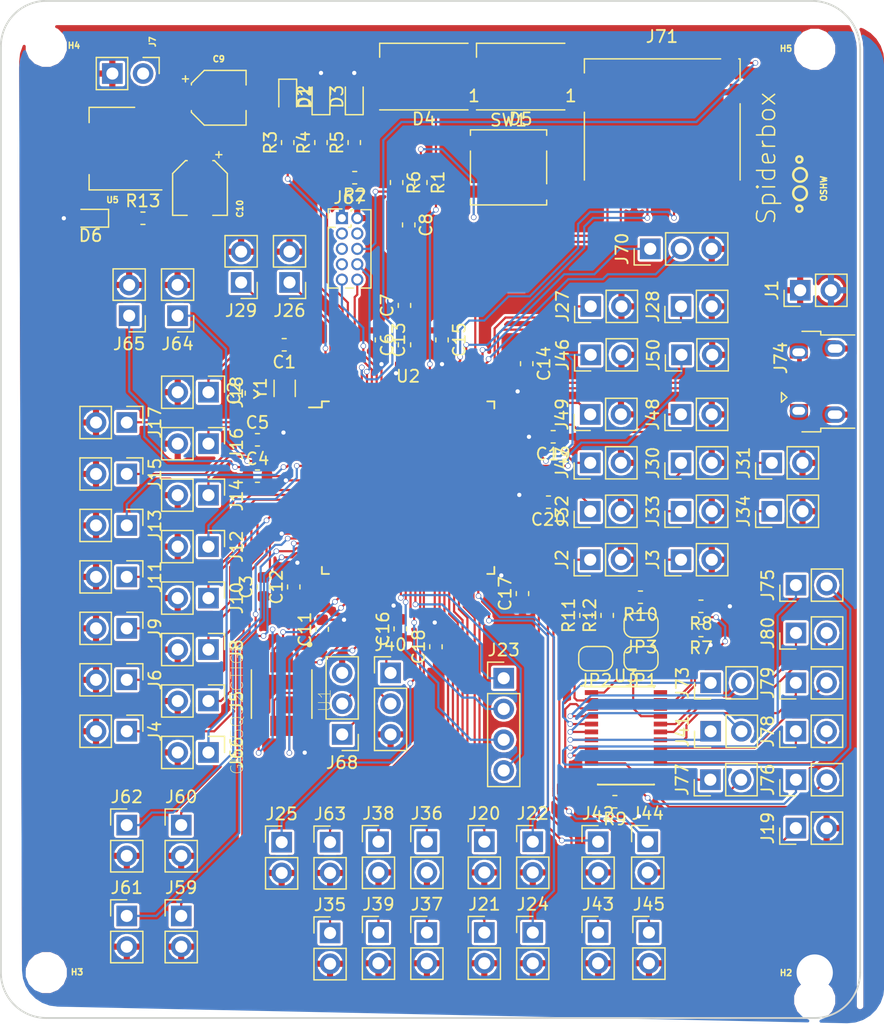
<source format=kicad_pcb>
(kicad_pcb (version 20171130) (host pcbnew 5.0.1-33cea8e~68~ubuntu16.04.1)
  (layers (0 F.Cu signal) (31 B.Cu signal) (34 B.Paste user) (35 F.Paste user) (36 B.SilkS user) (37 F.SilkS user) (38 B.Mask user) (39 F.Mask user) (44 Edge.Cuts user))
  (net 0 "")
  (net 1 +3V3)
  (net 2 GND)
  (net 3 VCC)
  (net 4 "Net-(J67-Pad9)")
  (net 5 "Net-(D1-Pad2)")
  (net 6 "Net-(R3-Pad1)")
  (net 7 "Net-(R4-Pad1)")
  (net 8 "Net-(D2-Pad1)")
  (net 9 "Net-(D3-Pad1)")
  (net 10 "Net-(R5-Pad1)")
  (net 11 /RESET)
  (net 12 "Net-(R7-Pad2)")
  (net 13 "Net-(R8-Pad2)")
  (net 14 "Net-(JP2-Pad2)")
  (net 15 "Net-(JP3-Pad2)")
  (net 16 "Net-(D6-Pad1)")
  (net 17 "Net-(R1-Pad1)")
  (net 18 "Net-(JP1-Pad2)")
  (net 19 "Net-(J73-Pad2)")
  (net 20 "Net-(J73-Pad1)")
  (net 21 "Net-(J41-Pad2)")
  (net 22 "Net-(J41-Pad1)")
  (net 23 "Net-(J75-Pad2)")
  (net 24 "Net-(J75-Pad1)")
  (net 25 "Net-(J76-Pad2)")
  (net 26 "Net-(J76-Pad1)")
  (net 27 "Net-(J77-Pad2)")
  (net 28 "Net-(J77-Pad1)")
  (net 29 "Net-(J78-Pad2)")
  (net 30 "Net-(J78-Pad1)")
  (net 31 "Net-(J79-Pad2)")
  (net 32 "Net-(J79-Pad1)")
  (net 33 "Net-(J80-Pad2)")
  (net 34 "Net-(J80-Pad1)")
  (net 35 "Net-(C1-Pad1)")
  (net 36 "Net-(C2-Pad1)")
  (net 37 /A3)
  (net 38 /A4)
  (net 39 /A5)
  (net 40 /A6)
  (net 41 "Net-(J64-Pad1)")
  (net 42 "Net-(J65-Pad1)")
  (net 43 /A7)
  (net 44 /A8)
  (net 45 "Net-(U2-Pad13)")
  (net 46 "Net-(U2-Pad16)")
  (net 47 /A9)
  (net 48 /A10)
  (net 49 /A11)
  (net 50 /A12)
  (net 51 /A13)
  (net 52 /A14)
  (net 53 /A15)
  (net 54 /D48)
  (net 55 /D49)
  (net 56 /D46)
  (net 57 /D47)
  (net 58 "Net-(U1-Pad5)")
  (net 59 "Net-(U1-Pad2)")
  (net 60 "Net-(U1-Pad3)")
  (net 61 "Net-(U1-Pad7)")
  (net 62 "Net-(U1-Pad6)")
  (net 63 "Net-(U1-Pad1)")
  (net 64 "Net-(J68-Pad2)")
  (net 65 "Net-(J68-Pad1)")
  (net 66 /D39)
  (net 67 /D38)
  (net 68 /D22)
  (net 69 /D45)
  (net 70 /D44)
  (net 71 /D41)
  (net 72 /D40)
  (net 73 /D43)
  (net 74 /D42)
  (net 75 /D26)
  (net 76 /D27)
  (net 77 /D28)
  (net 78 /D23)
  (net 79 /D37)
  (net 80 /D36)
  (net 81 /D35)
  (net 82 /D34)
  (net 83 /D2)
  (net 84 /D3)
  (net 85 /D4)
  (net 86 /D5)
  (net 87 "Net-(U2-Pad76)")
  (net 88 "Net-(U2-Pad77)")
  (net 89 /D6)
  (net 90 /D7)
  (net 91 "Net-(U2-Pad82)")
  (net 92 "Net-(U2-Pad83)")
  (net 93 /D8)
  (net 94 /D29)
  (net 95 "Net-(J72-Pad2)")
  (net 96 "Net-(J72-Pad1)")
  (net 97 /D33)
  (net 98 /D32)
  (net 99 /D31)
  (net 100 /D30)
  (net 101 /D10)
  (net 102 /D11)
  (net 103 "Net-(J70-Pad2)")
  (net 104 "Net-(J70-Pad1)")
  (net 105 "Net-(J71-Pad7)")
  (net 106 "Net-(J71-Pad5)")
  (net 107 "Net-(J71-Pad3)")
  (net 108 "Net-(J71-Pad8)")
  (net 109 "Net-(D4-Pad4)")
  (net 110 "Net-(U2-Pad109)")
  (net 111 "Net-(U2-Pad110)")
  (net 112 "Net-(U2-Pad111)")
  (net 113 "Net-(U2-Pad112)")
  (net 114 "Net-(U2-Pad113)")
  (net 115 "Net-(U2-Pad117)")
  (net 116 "Net-(J67-Pad10)")
  (net 117 "Net-(J67-Pad8)")
  (net 118 /SDCD)
  (net 119 /D12)
  (net 120 /D9)
  (net 121 /A2)
  (net 122 "Net-(D4-Pad2)")
  (net 123 "Net-(D5-Pad2)")
  (net 124 "Net-(J74-Pad4)")
  (net 125 "Net-(J67-Pad4)")
  (net 126 "Net-(J67-Pad5)")
  (net 127 "Net-(J67-Pad7)")
  (net 128 "Net-(J71-Pad9)")
  (net 129 "Net-(J71-Pad2)")
  (net 130 "Net-(J71-Pad1)")
  (net 131 "Net-(J66-Pad1)")
  (net 132 /-)
  (net 133 /+)
  (net 134 "Net-(J19-Pad1)")
  (net 135 "Net-(J23-Pad1)")
  (net 136 "Net-(J23-Pad2)")
  (net 137 "Net-(J23-Pad3)")
  (net 138 "Net-(J23-Pad4)")
  (module Connector_PinHeader_2.54mm:PinHeader_1x04_P2.54mm_Vertical (layer F.Cu) (at 144.779434 78.709778)
    (fp_text reference J23 (at 0 -2.33) (layer F.SilkS))
    (fp_text value Conn_01x04)
    (pad 1 thru_hole rect (at 0 0) (size 1.7 1.7) (drill 1) (layers *.Cu *.Mask) (net 135 "Net-(J23-Pad1)"))
    (pad 2 thru_hole oval (at 0 2.54) (size 1.7 1.7) (drill 1) (layers *.Cu *.Mask) (net 136 "Net-(J23-Pad2)"))
    (pad 3 thru_hole oval (at 0 5.08) (size 1.7 1.7) (drill 1) (layers *.Cu *.Mask) (net 137 "Net-(J23-Pad3)"))
    (pad 4 thru_hole oval (at 0 7.62) (size 1.7 1.7) (drill 1) (layers *.Cu *.Mask) (net 138 "Net-(J23-Pad4)"))
  )
  (module Package_QFP:TQFP-128_14x14mm_P0.4mm (layer F.Cu) (at 136.879434 62.969778)
    (fp_text reference U2 (at 0 -9.2) (layer F.SilkS))
    (fp_text value samd51p20)
    (pad 1 smd rect (at -7.7 -6.2) (size 1 0.23) (layers F.Cu F.Paste F.Mask) (net 35 "Net-(C1-Pad1)"))
    (pad 2 smd rect (at -7.7 -5.8) (size 1 0.23) (layers F.Cu F.Paste F.Mask) (net 36 "Net-(C2-Pad1)"))
    (pad 3 smd rect (at -7.7 -5.4) (size 1 0.23) (layers F.Cu F.Paste F.Mask) (net 37 /A3))
    (pad 4 smd rect (at -7.7 -5) (size 1 0.23) (layers F.Cu F.Paste F.Mask) (net 38 /A4))
    (pad 5 smd rect (at -7.7 -4.6) (size 1 0.23) (layers F.Cu F.Paste F.Mask) (net 2 GND))
    (pad 6 smd rect (at -7.7 -4.2) (size 1 0.23) (layers F.Cu F.Paste F.Mask) (net 1 +3V3))
    (pad 7 smd rect (at -7.7 -3.8) (size 1 0.23) (layers F.Cu F.Paste F.Mask) (net 39 /A5))
    (pad 8 smd rect (at -7.7 -3.4) (size 1 0.23) (layers F.Cu F.Paste F.Mask) (net 40 /A6))
    (pad 9 smd rect (at -7.7 -3) (size 1 0.23) (layers F.Cu F.Paste F.Mask) (net 41 "Net-(J64-Pad1)"))
    (pad 10 smd rect (at -7.7 -2.6) (size 1 0.23) (layers F.Cu F.Paste F.Mask) (net 42 "Net-(J65-Pad1)"))
    (pad 11 smd rect (at -7.7 -2.2) (size 1 0.23) (layers F.Cu F.Paste F.Mask) (net 43 /A7))
    (pad 12 smd rect (at -7.7 -1.8) (size 1 0.23) (layers F.Cu F.Paste F.Mask) (net 44 /A8))
    (pad 13 smd rect (at -7.7 -1.4) (size 1 0.23) (layers F.Cu F.Paste F.Mask) (net 45 "Net-(U2-Pad13)"))
    (pad 14 smd rect (at -7.7 -1) (size 1 0.23) (layers F.Cu F.Paste F.Mask) (net 2 GND))
    (pad 15 smd rect (at -7.7 -0.6) (size 1 0.23) (layers F.Cu F.Paste F.Mask) (net 1 +3V3))
    (pad 16 smd rect (at -7.7 -0.2) (size 1 0.23) (layers F.Cu F.Paste F.Mask) (net 46 "Net-(U2-Pad16)"))
    (pad 17 smd rect (at -7.7 0.2) (size 1 0.23) (layers F.Cu F.Paste F.Mask) (net 47 /A9))
    (pad 18 smd rect (at -7.7 0.6) (size 1 0.23) (layers F.Cu F.Paste F.Mask) (net 48 /A10))
    (pad 19 smd rect (at -7.7 1) (size 1 0.23) (layers F.Cu F.Paste F.Mask) (net 49 /A11))
    (pad 20 smd rect (at -7.7 1.4) (size 1 0.23) (layers F.Cu F.Paste F.Mask) (net 50 /A12))
    (pad 21 smd rect (at -7.7 1.8) (size 1 0.23) (layers F.Cu F.Paste F.Mask) (net 51 /A13))
    (pad 22 smd rect (at -7.7 2.2) (size 1 0.23) (layers F.Cu F.Paste F.Mask) (net 131 "Net-(J66-Pad1)"))
    (pad 23 smd rect (at -7.7 2.6) (size 1 0.23) (layers F.Cu F.Paste F.Mask) (net 52 /A14))
    (pad 24 smd rect (at -7.7 3) (size 1 0.23) (layers F.Cu F.Paste F.Mask) (net 53 /A15))
    (pad 25 smd rect (at -7.7 3.4) (size 1 0.23) (layers F.Cu F.Paste F.Mask) (net 2 GND))
    (pad 26 smd rect (at -7.7 3.8) (size 1 0.23) (layers F.Cu F.Paste F.Mask) (net 1 +3V3))
    (pad 27 smd rect (at -7.7 4.2) (size 1 0.23) (layers F.Cu F.Paste F.Mask) (net 54 /D48))
    (pad 28 smd rect (at -7.7 4.6) (size 1 0.23) (layers F.Cu F.Paste F.Mask) (net 55 /D49))
    (pad 29 smd rect (at -7.7 5) (size 1 0.23) (layers F.Cu F.Paste F.Mask) (net 56 /D46))
    (pad 30 smd rect (at -7.7 5.4) (size 1 0.23) (layers F.Cu F.Paste F.Mask) (net 57 /D47))
    (pad 31 smd rect (at -7.7 5.8) (size 1 0.23) (layers F.Cu F.Paste F.Mask) (net 2 GND))
    (pad 32 smd rect (at -7.7 6.2) (size 1 0.23) (layers F.Cu F.Paste F.Mask) (net 1 +3V3))
    (pad 33 smd rect (at -6.2 7.7 90) (size 1 0.23) (layers F.Cu F.Paste F.Mask) (net 58 "Net-(U1-Pad5)"))
    (pad 34 smd rect (at -5.8 7.7 90) (size 1 0.23) (layers F.Cu F.Paste F.Mask) (net 59 "Net-(U1-Pad2)"))
    (pad 35 smd rect (at -5.4 7.7 90) (size 1 0.23) (layers F.Cu F.Paste F.Mask) (net 60 "Net-(U1-Pad3)"))
    (pad 36 smd rect (at -5 7.7 90) (size 1 0.23) (layers F.Cu F.Paste F.Mask) (net 61 "Net-(U1-Pad7)"))
    (pad 37 smd rect (at -4.6 7.7 90) (size 1 0.23) (layers F.Cu F.Paste F.Mask) (net 1 +3V3))
    (pad 38 smd rect (at -4.2 7.7 90) (size 1 0.23) (layers F.Cu F.Paste F.Mask) (net 2 GND))
    (pad 39 smd rect (at -3.8 7.7 90) (size 1 0.23) (layers F.Cu F.Paste F.Mask) (net 62 "Net-(U1-Pad6)"))
    (pad 40 smd rect (at -3.4 7.7 90) (size 1 0.23) (layers F.Cu F.Paste F.Mask) (net 63 "Net-(U1-Pad1)"))
    (pad 41 smd rect (at -3 7.7 90) (size 1 0.23) (layers F.Cu F.Paste F.Mask) (net 64 "Net-(J68-Pad2)"))
    (pad 42 smd rect (at -2.6 7.7 90) (size 1 0.23) (layers F.Cu F.Paste F.Mask) (net 65 "Net-(J68-Pad1)"))
    (pad 43 smd rect (at -2.2 7.7 90) (size 1 0.23) (layers F.Cu F.Paste F.Mask) (net 66 /D39))
    (pad 44 smd rect (at -1.8 7.7 90) (size 1 0.23) (layers F.Cu F.Paste F.Mask) (net 67 /D38))
    (pad 45 smd rect (at -1.4 7.7 90) (size 1 0.23) (layers F.Cu F.Paste F.Mask) (net 2 GND))
    (pad 46 smd rect (at -1 7.7 90) (size 1 0.23) (layers F.Cu F.Paste F.Mask) (net 1 +3V3))
    (pad 47 smd rect (at -0.6 7.7 90) (size 1 0.23) (layers F.Cu F.Paste F.Mask) (net 138 "Net-(J23-Pad4)"))
    (pad 48 smd rect (at -0.2 7.7 90) (size 1 0.23) (layers F.Cu F.Paste F.Mask) (net 137 "Net-(J23-Pad3)"))
    (pad 49 smd rect (at 0.2 7.7 90) (size 1 0.23) (layers F.Cu F.Paste F.Mask) (net 136 "Net-(J23-Pad2)"))
    (pad 50 smd rect (at 0.6 7.7 90) (size 1 0.23) (layers F.Cu F.Paste F.Mask) (net 135 "Net-(J23-Pad1)"))
    (pad 51 smd rect (at 1 7.7 90) (size 1 0.23) (layers F.Cu F.Paste F.Mask) (net 68 /D22))
    (pad 52 smd rect (at 1.4 7.7 90) (size 1 0.23) (layers F.Cu F.Paste F.Mask) (net 69 /D45))
    (pad 53 smd rect (at 1.8 7.7 90) (size 1 0.23) (layers F.Cu F.Paste F.Mask) (net 2 GND))
    (pad 54 smd rect (at 2.2 7.7 90) (size 1 0.23) (layers F.Cu F.Paste F.Mask) (net 1 +3V3))
    (pad 55 smd rect (at 2.6 7.7 90) (size 1 0.23) (layers F.Cu F.Paste F.Mask) (net 70 /D44))
    (pad 56 smd rect (at 3 7.7 90) (size 1 0.23) (layers F.Cu F.Paste F.Mask) (net 71 /D41))
    (pad 57 smd rect (at 3.4 7.7 90) (size 1 0.23) (layers F.Cu F.Paste F.Mask) (net 72 /D40))
    (pad 58 smd rect (at 3.8 7.7 90) (size 1 0.23) (layers F.Cu F.Paste F.Mask) (net 73 /D43))
    (pad 59 smd rect (at 4.2 7.7 90) (size 1 0.23) (layers F.Cu F.Paste F.Mask) (net 74 /D42))
    (pad 60 smd rect (at 4.6 7.7 90) (size 1 0.23) (layers F.Cu F.Paste F.Mask) (net 75 /D26))
    (pad 61 smd rect (at 5 7.7 90) (size 1 0.23) (layers F.Cu F.Paste F.Mask) (net 76 /D27))
    (pad 62 smd rect (at 5.4 7.7 90) (size 1 0.23) (layers F.Cu F.Paste F.Mask) (net 77 /D28))
    (pad 63 smd rect (at 5.8 7.7 90) (size 1 0.23) (layers F.Cu F.Paste F.Mask) (net 78 /D23))
    (pad 64 smd rect (at 6.2 7.7 90) (size 1 0.23) (layers F.Cu F.Paste F.Mask) (net 2 GND))
    (pad 65 smd rect (at 7.7 6.2) (size 1 0.23) (layers F.Cu F.Paste F.Mask) (net 1 +3V3))
    (pad 66 smd rect (at 7.7 5.8) (size 1 0.23) (layers F.Cu F.Paste F.Mask) (net 79 /D37))
    (pad 67 smd rect (at 7.7 5.4) (size 1 0.23) (layers F.Cu F.Paste F.Mask) (net 80 /D36))
    (pad 68 smd rect (at 7.7 5) (size 1 0.23) (layers F.Cu F.Paste F.Mask) (net 81 /D35))
    (pad 69 smd rect (at 7.7 4.6) (size 1 0.23) (layers F.Cu F.Paste F.Mask) (net 82 /D34))
    (pad 70 smd rect (at 7.7 4.2) (size 1 0.23) (layers F.Cu F.Paste F.Mask) (net 12 "Net-(R7-Pad2)"))
    (pad 71 smd rect (at 7.7 3.8) (size 1 0.23) (layers F.Cu F.Paste F.Mask) (net 13 "Net-(R8-Pad2)"))
    (pad 72 smd rect (at 7.7 3.4) (size 1 0.23) (layers F.Cu F.Paste F.Mask) (net 83 /D2))
    (pad 73 smd rect (at 7.7 3) (size 1 0.23) (layers F.Cu F.Paste F.Mask) (net 84 /D3))
    (pad 74 smd rect (at 7.7 2.6) (size 1 0.23) (layers F.Cu F.Paste F.Mask) (net 85 /D4))
    (pad 75 smd rect (at 7.7 2.2) (size 1 0.23) (layers F.Cu F.Paste F.Mask) (net 86 /D5))
    (pad 76 smd rect (at 7.7 1.8) (size 1 0.23) (layers F.Cu F.Paste F.Mask) (net 87 "Net-(U2-Pad76)"))
    (pad 77 smd rect (at 7.7 1.4) (size 1 0.23) (layers F.Cu F.Paste F.Mask) (net 88 "Net-(U2-Pad77)"))
    (pad 78 smd rect (at 7.7 1) (size 1 0.23) (layers F.Cu F.Paste F.Mask) (net 2 GND))
    (pad 79 smd rect (at 7.7 0.6) (size 1 0.23) (layers F.Cu F.Paste F.Mask) (net 1 +3V3))
    (pad 80 smd rect (at 7.7 0.2) (size 1 0.23) (layers F.Cu F.Paste F.Mask) (net 89 /D6))
    (pad 81 smd rect (at 7.7 -0.2) (size 1 0.23) (layers F.Cu F.Paste F.Mask) (net 90 /D7))
    (pad 82 smd rect (at 7.7 -0.6) (size 1 0.23) (layers F.Cu F.Paste F.Mask) (net 91 "Net-(U2-Pad82)"))
    (pad 83 smd rect (at 7.7 -1) (size 1 0.23) (layers F.Cu F.Paste F.Mask) (net 92 "Net-(U2-Pad83)"))
    (pad 84 smd rect (at 7.7 -1.4) (size 1 0.23) (layers F.Cu F.Paste F.Mask) (net 93 /D8))
    (pad 85 smd rect (at 7.7 -1.8) (size 1 0.23) (layers F.Cu F.Paste F.Mask) (net 94 /D29))
    (pad 86 smd rect (at 7.7 -2.2) (size 1 0.23) (layers F.Cu F.Paste F.Mask) (net 95 "Net-(J72-Pad2)"))
    (pad 87 smd rect (at 7.7 -2.6) (size 1 0.23) (layers F.Cu F.Paste F.Mask) (net 96 "Net-(J72-Pad1)"))
    (pad 88 smd rect (at 7.7 -3) (size 1 0.23) (layers F.Cu F.Paste F.Mask) (net 97 /D33))
    (pad 89 smd rect (at 7.7 -3.4) (size 1 0.23) (layers F.Cu F.Paste F.Mask) (net 98 /D32))
    (pad 90 smd rect (at 7.7 -3.8) (size 1 0.23) (layers F.Cu F.Paste F.Mask) (net 2 GND))
    (pad 91 smd rect (at 7.7 -4.2) (size 1 0.23) (layers F.Cu F.Paste F.Mask) (net 1 +3V3))
    (pad 92 smd rect (at 7.7 -4.6) (size 1 0.23) (layers F.Cu F.Paste F.Mask) (net 99 /D31))
    (pad 93 smd rect (at 7.7 -5) (size 1 0.23) (layers F.Cu F.Paste F.Mask) (net 100 /D30))
    (pad 94 smd rect (at 7.7 -5.4) (size 1 0.23) (layers F.Cu F.Paste F.Mask) (net 132 /-))
    (pad 95 smd rect (at 7.7 -5.8) (size 1 0.23) (layers F.Cu F.Paste F.Mask) (net 133 /+))
    (pad 96 smd rect (at 7.7 -6.2) (size 1 0.23) (layers F.Cu F.Paste F.Mask) (net 2 GND))
    (pad 97 smd rect (at 6.2 -7.7 90) (size 1 0.23) (layers F.Cu F.Paste F.Mask) (net 1 +3V3))
    (pad 98 smd rect (at 5.8 -7.7 90) (size 1 0.23) (layers F.Cu F.Paste F.Mask) (net 101 /D10))
    (pad 99 smd rect (at 5.4 -7.7 90) (size 1 0.23) (layers F.Cu F.Paste F.Mask) (net 102 /D11))
    (pad 100 smd rect (at 5 -7.7 90) (size 1 0.23) (layers F.Cu F.Paste F.Mask) (net 103 "Net-(J70-Pad2)"))
    (pad 101 smd rect (at 4.6 -7.7 90) (size 1 0.23) (layers F.Cu F.Paste F.Mask) (net 104 "Net-(J70-Pad1)"))
    (pad 102 smd rect (at 4.2 -7.7 90) (size 1 0.23) (layers F.Cu F.Paste F.Mask) (net 105 "Net-(J71-Pad7)"))
    (pad 103 smd rect (at 3.8 -7.7 90) (size 1 0.23) (layers F.Cu F.Paste F.Mask) (net 106 "Net-(J71-Pad5)"))
    (pad 104 smd rect (at 3.4 -7.7 90) (size 1 0.23) (layers F.Cu F.Paste F.Mask) (net 107 "Net-(J71-Pad3)"))
    (pad 105 smd rect (at 3 -7.7 90) (size 1 0.23) (layers F.Cu F.Paste F.Mask) (net 108 "Net-(J71-Pad8)"))
    (pad 106 smd rect (at 2.6 -7.7 90) (size 1 0.23) (layers F.Cu F.Paste F.Mask) (net 2 GND))
    (pad 107 smd rect (at 2.2 -7.7 90) (size 1 0.23) (layers F.Cu F.Paste F.Mask) (net 1 +3V3))
    (pad 108 smd rect (at 1.8 -7.7 90) (size 1 0.23) (layers F.Cu F.Paste F.Mask) (net 109 "Net-(D4-Pad4)"))
    (pad 109 smd rect (at 1.4 -7.7 90) (size 1 0.23) (layers F.Cu F.Paste F.Mask) (net 110 "Net-(U2-Pad109)"))
    (pad 110 smd rect (at 1 -7.7 90) (size 1 0.23) (layers F.Cu F.Paste F.Mask) (net 111 "Net-(U2-Pad110)"))
    (pad 111 smd rect (at 0.6 -7.7 90) (size 1 0.23) (layers F.Cu F.Paste F.Mask) (net 112 "Net-(U2-Pad111)"))
    (pad 112 smd rect (at 0.2 -7.7 90) (size 1 0.23) (layers F.Cu F.Paste F.Mask) (net 113 "Net-(U2-Pad112)"))
    (pad 113 smd rect (at -0.2 -7.7 90) (size 1 0.23) (layers F.Cu F.Paste F.Mask) (net 114 "Net-(U2-Pad113)"))
    (pad 114 smd rect (at -0.6 -7.7 90) (size 1 0.23) (layers F.Cu F.Paste F.Mask) (net 11 /RESET))
    (pad 115 smd rect (at -1 -7.7 90) (size 1 0.23) (layers F.Cu F.Paste F.Mask) (net 1 +3V3))
    (pad 116 smd rect (at -1.4 -7.7 90) (size 1 0.23) (layers F.Cu F.Paste F.Mask) (net 2 GND))
    (pad 117 smd rect (at -1.8 -7.7 90) (size 1 0.23) (layers F.Cu F.Paste F.Mask) (net 115 "Net-(U2-Pad117)"))
    (pad 118 smd rect (at -2.2 -7.7 90) (size 1 0.23) (layers F.Cu F.Paste F.Mask) (net 1 +3V3))
    (pad 119 smd rect (at -2.6 -7.7 90) (size 1 0.23) (layers F.Cu F.Paste F.Mask) (net 4 "Net-(J67-Pad9)"))
    (pad 120 smd rect (at -3 -7.7 90) (size 1 0.23) (layers F.Cu F.Paste F.Mask) (net 116 "Net-(J67-Pad10)"))
    (pad 121 smd rect (at -3.4 -7.7 90) (size 1 0.23) (layers F.Cu F.Paste F.Mask) (net 117 "Net-(J67-Pad8)"))
    (pad 122 smd rect (at -3.8 -7.7 90) (size 1 0.23) (layers F.Cu F.Paste F.Mask) (net 118 /SDCD))
    (pad 123 smd rect (at -4.2 -7.7 90) (size 1 0.23) (layers F.Cu F.Paste F.Mask) (net 10 "Net-(R5-Pad1)"))
    (pad 124 smd rect (at -4.6 -7.7 90) (size 1 0.23) (layers F.Cu F.Paste F.Mask) (net 7 "Net-(R4-Pad1)"))
    (pad 125 smd rect (at -5 -7.7 90) (size 1 0.23) (layers F.Cu F.Paste F.Mask) (net 119 /D12))
    (pad 126 smd rect (at -5.4 -7.7 90) (size 1 0.23) (layers F.Cu F.Paste F.Mask) (net 6 "Net-(R3-Pad1)"))
    (pad 127 smd rect (at -5.8 -7.7 90) (size 1 0.23) (layers F.Cu F.Paste F.Mask) (net 120 /D9))
    (pad 128 smd rect (at -6.2 -7.7 90) (size 1 0.23) (layers F.Cu F.Paste F.Mask) (net 121 /A2))
  )
  (module Connector_PinHeader_2.54mm:PinHeader_1x02_P2.54mm_Vertical (layer F.Cu) (at 147.179434 92.209778)
    (fp_text reference J22 (at 0 -2.33) (layer F.SilkS))
    (fp_text value D28)
    (pad 2 thru_hole oval (at 0 2.54) (size 1.7 1.7) (drill 1) (layers *.Cu *.Mask) (net 2 GND))
    (pad 1 thru_hole rect (at 0 0) (size 1.7 1.7) (drill 1) (layers *.Cu *.Mask) (net 77 /D28))
  )
  (module Connector_PinHeader_2.54mm:PinHeader_1x02_P2.54mm_Vertical (layer F.Cu) (at 168.919434 91.089778 90)
    (fp_text reference J19 (at 0 -2.33 90) (layer F.SilkS))
    (fp_text value reset)
    (pad 1 thru_hole rect (at 0 0 90) (size 1.7 1.7) (drill 1) (layers *.Cu *.Mask) (net 134 "Net-(J19-Pad1)"))
    (pad 2 thru_hole oval (at 0 2.54 90) (size 1.7 1.7) (drill 1) (layers *.Cu *.Mask) (net 2 GND))
  )
  (module Capacitor_SMD:C_0603_1608Metric (layer F.Cu) (at 136.579434 51.169778 90)
    (fp_text reference C6 (at 0 -1.43 90) (layer F.SilkS))
    (fp_text value C_Small)
    (pad 1 smd roundrect (at -0.7875 0 90) (size 0.875 0.95) (layers F.Cu F.Paste F.Mask) (net 1 +3V3))
    (pad 2 smd roundrect (at 0.7875 0 90) (size 0.875 0.95) (layers F.Cu F.Paste F.Mask) (net 2 GND))
  )
  (module Connector_PinHeader_2.54mm:PinHeader_1x03_P2.54mm_Vertical (layer F.Cu) (at 156.889434 43.249778 90)
    (fp_text reference J70 (at 0 -2.33 90) (layer F.SilkS))
    (fp_text value TXRX)
    (pad 1 thru_hole rect (at 0 0 90) (size 1.7 1.7) (drill 1) (layers *.Cu *.Mask) (net 104 "Net-(J70-Pad1)"))
    (pad 2 thru_hole oval (at 0 2.54 90) (size 1.7 1.7) (drill 1) (layers *.Cu *.Mask) (net 103 "Net-(J70-Pad2)"))
    (pad 3 thru_hole oval (at 0 5.08 90) (size 1.7 1.7) (drill 1) (layers *.Cu *.Mask) (net 2 GND))
  )
  (module Connector_PinHeader_2.54mm:PinHeader_1x03_P2.54mm_Vertical (layer F.Cu) (at 131.429434 83.349778 180)
    (fp_text reference J68 (at 0 -2.33 180) (layer F.SilkS))
    (fp_text value TXRX1CAN)
    (pad 3 thru_hole oval (at 0 5.08 180) (size 1.7 1.7) (drill 1) (layers *.Cu *.Mask) (net 2 GND))
    (pad 2 thru_hole oval (at 0 2.54 180) (size 1.7 1.7) (drill 1) (layers *.Cu *.Mask) (net 64 "Net-(J68-Pad2)"))
    (pad 1 thru_hole rect (at 0 0 180) (size 1.7 1.7) (drill 1) (layers *.Cu *.Mask) (net 65 "Net-(J68-Pad1)"))
  )
  (module Connector_PinHeader_2.54mm:PinHeader_1x03_P2.54mm_Vertical (layer F.Cu) (at 135.429434 78.269778)
    (fp_text reference J40 (at 0 -2.33) (layer F.SilkS))
    (fp_text value CAN)
    (pad 1 thru_hole rect (at 0 0) (size 1.7 1.7) (drill 1) (layers *.Cu *.Mask) (net 67 /D38))
    (pad 2 thru_hole oval (at 0 2.54) (size 1.7 1.7) (drill 1) (layers *.Cu *.Mask) (net 66 /D39))
    (pad 3 thru_hole oval (at 0 5.08) (size 1.7 1.7) (drill 1) (layers *.Cu *.Mask) (net 2 GND))
  )
  (module Button_Switch_SMD:SW_SPST_EVPBF (layer F.Cu) (at 145.179434 36.519778)
    (fp_text reference SW1 (at 0 -3.9) (layer F.SilkS))
    (fp_text value Reset)
    (pad 1 smd rect (at 2.88 -2) (size 2.75 1) (layers F.Cu F.Paste F.Mask) (net 2 GND))
    (pad 1 smd rect (at -2.88 -2) (size 2.75 1) (layers F.Cu F.Paste F.Mask) (net 2 GND))
    (pad 2 smd rect (at -2.88 2) (size 2.75 1) (layers F.Cu F.Paste F.Mask) (net 17 "Net-(R1-Pad1)"))
    (pad 2 smd rect (at 2.88 2) (size 2.75 1) (layers F.Cu F.Paste F.Mask) (net 17 "Net-(R1-Pad1)"))
  )
  (module Capacitor_SMD:C_0603_1608Metric (layer F.Cu) (at 123.929434 55.169778 90)
    (fp_text reference C2 (at 0 -1.43 90) (layer F.SilkS))
    (fp_text value C_Small)
    (pad 1 smd roundrect (at -0.7875 0 90) (size 0.875 0.95) (layers F.Cu F.Paste F.Mask) (net 36 "Net-(C2-Pad1)"))
    (pad 2 smd roundrect (at 0.7875 0 90) (size 0.875 0.95) (layers F.Cu F.Paste F.Mask) (net 2 GND))
  )
  (module Capacitor_SMD:C_0603_1608Metric (layer F.Cu) (at 124.929434 71.169778 90)
    (fp_text reference C3 (at 0 -1.43 90) (layer F.SilkS))
    (fp_text value C_Small)
    (pad 2 smd roundrect (at 0.7875 0 90) (size 0.875 0.95) (layers F.Cu F.Paste F.Mask) (net 1 +3V3))
    (pad 1 smd roundrect (at -0.7875 0 90) (size 0.875 0.95) (layers F.Cu F.Paste F.Mask) (net 2 GND))
  )
  (module Capacitor_SMD:C_0603_1608Metric (layer F.Cu) (at 124.429434 62.019778)
    (fp_text reference C4 (at 0 -1.43) (layer F.SilkS))
    (fp_text value C_Small)
    (pad 1 smd roundrect (at -0.7875 0) (size 0.875 0.95) (layers F.Cu F.Paste F.Mask) (net 2 GND))
    (pad 2 smd roundrect (at 0.7875 0) (size 0.875 0.95) (layers F.Cu F.Paste F.Mask) (net 1 +3V3))
  )
  (module Capacitor_SMD:C_0603_1608Metric (layer F.Cu) (at 124.429434 59.019778)
    (fp_text reference C5 (at 0 -1.43) (layer F.SilkS))
    (fp_text value C_Small)
    (pad 1 smd roundrect (at -0.7875 0) (size 0.875 0.95) (layers F.Cu F.Paste F.Mask) (net 2 GND))
    (pad 2 smd roundrect (at 0.7875 0) (size 0.875 0.95) (layers F.Cu F.Paste F.Mask) (net 1 +3V3))
  )
  (module Capacitor_SMD:C_0603_1608Metric (layer F.Cu) (at 136.579434 47.919778 90)
    (fp_text reference C7 (at 0 -1.43 90) (layer F.SilkS))
    (fp_text value C_Small)
    (pad 2 smd roundrect (at 0.7875 0 90) (size 0.875 0.95) (layers F.Cu F.Paste F.Mask) (net 2 GND))
    (pad 1 smd roundrect (at -0.7875 0 90) (size 0.875 0.95) (layers F.Cu F.Paste F.Mask) (net 1 +3V3))
  )
  (module Capacitor_SMD:C_0603_1608Metric (layer F.Cu) (at 136.929434 41.269778 270)
    (fp_text reference C8 (at 0 -1.43 270) (layer F.SilkS))
    (fp_text value C0.1uf)
    (pad 1 smd roundrect (at -0.7875 0 270) (size 0.875 0.95) (layers F.Cu F.Paste F.Mask) (net 11 /RESET))
    (pad 2 smd roundrect (at 0.7875 0 270) (size 0.875 0.95) (layers F.Cu F.Paste F.Mask) (net 2 GND))
  )
  (module Capacitor_SMD:C_0603_1608Metric (layer F.Cu) (at 126.641934 51.169778 180)
    (fp_text reference C1 (at 0 -1.43 180) (layer F.SilkS))
    (fp_text value C_Small)
    (pad 2 smd roundrect (at 0.7875 0 180) (size 0.875 0.95) (layers F.Cu F.Paste F.Mask) (net 2 GND))
    (pad 1 smd roundrect (at -0.7875 0 180) (size 0.875 0.95) (layers F.Cu F.Paste F.Mask) (net 35 "Net-(C1-Pad1)"))
  )
  (module Capacitor_SMD:C_0603_1608Metric (layer F.Cu) (at 127.429434 71.169778 90)
    (fp_text reference C12 (at 0 -1.43 90) (layer F.SilkS))
    (fp_text value C_Small)
    (pad 1 smd roundrect (at -0.7875 0 90) (size 0.875 0.95) (layers F.Cu F.Paste F.Mask) (net 2 GND))
    (pad 2 smd roundrect (at 0.7875 0 90) (size 0.875 0.95) (layers F.Cu F.Paste F.Mask) (net 1 +3V3))
  )
  (module Capacitor_SMD:C_0603_1608Metric (layer F.Cu) (at 134.679434 50.769778 270)
    (fp_text reference C13 (at 0 -1.43 270) (layer F.SilkS))
    (fp_text value C_Small)
    (pad 2 smd roundrect (at 0.7875 0 270) (size 0.875 0.95) (layers F.Cu F.Paste F.Mask) (net 1 +3V3))
    (pad 1 smd roundrect (at -0.7875 0 270) (size 0.875 0.95) (layers F.Cu F.Paste F.Mask) (net 2 GND))
  )
  (module Capacitor_SMD:C_0603_1608Metric (layer F.Cu) (at 146.679434 52.732278 270)
    (fp_text reference C14 (at 0 -1.43 270) (layer F.SilkS))
    (fp_text value C_Small)
    (pad 1 smd roundrect (at -0.7875 0 270) (size 0.875 0.95) (layers F.Cu F.Paste F.Mask) (net 2 GND))
    (pad 2 smd roundrect (at 0.7875 0 270) (size 0.875 0.95) (layers F.Cu F.Paste F.Mask) (net 1 +3V3))
  )
  (module Capacitor_SMD:C_0603_1608Metric (layer F.Cu) (at 139.679434 50.769778 270)
    (fp_text reference C15 (at 0 -1.43 270) (layer F.SilkS))
    (fp_text value C_Small)
    (pad 2 smd roundrect (at 0.7875 0 270) (size 0.875 0.95) (layers F.Cu F.Paste F.Mask) (net 1 +3V3))
    (pad 1 smd roundrect (at -0.7875 0 270) (size 0.875 0.95) (layers F.Cu F.Paste F.Mask) (net 2 GND))
  )
  (module Capacitor_SMD:C_0603_1608Metric (layer F.Cu) (at 136.229434 74.632278 90)
    (fp_text reference C16 (at 0 -1.43 90) (layer F.SilkS))
    (fp_text value C_Small)
    (pad 1 smd roundrect (at -0.7875 0 90) (size 0.875 0.95) (layers F.Cu F.Paste F.Mask) (net 2 GND))
    (pad 2 smd roundrect (at 0.7875 0 90) (size 0.875 0.95) (layers F.Cu F.Paste F.Mask) (net 1 +3V3))
  )
  (module Capacitor_SMD:C_0603_1608Metric (layer F.Cu) (at 146.329434 71.719778 90)
    (fp_text reference C17 (at 0 -1.43 90) (layer F.SilkS))
    (fp_text value C_Small)
    (pad 2 smd roundrect (at 0.7875 0 90) (size 0.875 0.95) (layers F.Cu F.Paste F.Mask) (net 1 +3V3))
    (pad 1 smd roundrect (at -0.7875 0 90) (size 0.875 0.95) (layers F.Cu F.Paste F.Mask) (net 2 GND))
  )
  (module Capacitor_SMD:C_0603_1608Metric (layer F.Cu) (at 139.179434 76.109778 90)
    (fp_text reference C18 (at 0 -1.43 90) (layer F.SilkS))
    (fp_text value C_Small)
    (pad 1 smd roundrect (at -0.7875 0 90) (size 0.875 0.95) (layers F.Cu F.Paste F.Mask) (net 2 GND))
    (pad 2 smd roundrect (at 0.7875 0 90) (size 0.875 0.95) (layers F.Cu F.Paste F.Mask) (net 1 +3V3))
  )
  (module Capacitor_SMD:C_0603_1608Metric (layer F.Cu) (at 148.866934 58.769778 180)
    (fp_text reference C19 (at 0 -1.43 180) (layer F.SilkS))
    (fp_text value C_Small)
    (pad 2 smd roundrect (at 0.7875 0 180) (size 0.875 0.95) (layers F.Cu F.Paste F.Mask) (net 1 +3V3))
    (pad 1 smd roundrect (at -0.7875 0 180) (size 0.875 0.95) (layers F.Cu F.Paste F.Mask) (net 2 GND))
  )
  (module Capacitor_SMD:C_0603_1608Metric (layer F.Cu) (at 148.479434 64.169778 180)
    (fp_text reference C20 (at 0 -1.43 180) (layer F.SilkS))
    (fp_text value C_Small)
    (pad 1 smd roundrect (at -0.7875 0 180) (size 0.875 0.95) (layers F.Cu F.Paste F.Mask) (net 2 GND))
    (pad 2 smd roundrect (at 0.7875 0 180) (size 0.875 0.95) (layers F.Cu F.Paste F.Mask) (net 1 +3V3))
  )
  (module Capacitor_SMD:C_0603_1608Metric (layer F.Cu) (at 129.779434 74.669778 90)
    (fp_text reference C11 (at 0 -1.43 90) (layer F.SilkS))
    (fp_text value C_Small)
    (pad 1 smd roundrect (at -0.7875 0 90) (size 0.875 0.95) (layers F.Cu F.Paste F.Mask) (net 2 GND))
    (pad 2 smd roundrect (at 0.7875 0 90) (size 0.875 0.95) (layers F.Cu F.Paste F.Mask) (net 1 +3V3))
  )
  (module Connector_Card:microSD_HC_Hirose_DM3D-SF (layer F.Cu) (at 157.879434 33.339778)
    (fp_text reference J71 (at -0.025 -7.625) (layer F.SilkS))
    (fp_text value Micro_SD_Card_Det)
    (pad 8 smd rect (at -4.525 5.35) (size 0.7 1.75) (layers F.Cu F.Paste F.Mask) (net 108 "Net-(J71-Pad8)"))
    (pad 11 smd rect (at -5.725 5.225) (size 1.3 1.5) (layers F.Cu F.Paste F.Mask) (net 2 GND))
    (pad 11 smd rect (at -5.975 -2.375) (size 0.8 1.5) (layers F.Cu F.Paste F.Mask) (net 2 GND))
    (pad 9 smd rect (at -5.65 -3.875) (size 1.45 1) (layers F.Cu F.Paste F.Mask) (net 128 "Net-(J71-Pad9)"))
    (pad 11 smd rect (at 5.975 -3.025) (size 0.8 1.4) (layers F.Cu F.Paste F.Mask) (net 2 GND))
    (pad 7 smd rect (at -3.425 5.35) (size 0.7 1.75) (layers F.Cu F.Paste F.Mask) (net 105 "Net-(J71-Pad7)"))
    (pad 6 smd rect (at -2.325 5.35) (size 0.7 1.75) (layers F.Cu F.Paste F.Mask) (net 2 GND))
    (pad 5 smd rect (at -1.225 5.35) (size 0.7 1.75) (layers F.Cu F.Paste F.Mask) (net 106 "Net-(J71-Pad5)"))
    (pad 4 smd rect (at -0.125 5.35) (size 0.7 1.75) (layers F.Cu F.Paste F.Mask) (net 1 +3V3))
    (pad 3 smd rect (at 0.975 5.35) (size 0.7 1.75) (layers F.Cu F.Paste F.Mask) (net 107 "Net-(J71-Pad3)"))
    (pad 2 smd rect (at 2.075 5.35) (size 0.7 1.75) (layers F.Cu F.Paste F.Mask) (net 129 "Net-(J71-Pad2)"))
    (pad 1 smd rect (at 3.175 5.35) (size 0.7 1.75) (layers F.Cu F.Paste F.Mask) (net 130 "Net-(J71-Pad1)"))
    (pad 11 smd rect (at 5.625 5.225) (size 1.5 1.5) (layers F.Cu F.Paste F.Mask) (net 2 GND))
    (pad 10 smd rect (at 5.575 -5.45) (size 1 1.55) (layers F.Cu F.Paste F.Mask) (net 118 /SDCD))
  )
  (module Connector_PinHeader_1.27mm:PinHeader_2x05_P1.27mm_Vertical (layer F.Cu) (at 131.409434 40.709778)
    (fp_text reference J67 (at 0.635 -1.695) (layer F.SilkS))
    (fp_text value Conn_02x05_Counter_Clockwise)
    (pad 1 thru_hole rect (at 0 0) (size 1 1) (drill 0.65) (layers *.Cu *.Mask) (net 1 +3V3))
    (pad 2 thru_hole oval (at 1.27 0) (size 1 1) (drill 0.65) (layers *.Cu *.Mask) (net 2 GND))
    (pad 3 thru_hole oval (at 0 1.27) (size 1 1) (drill 0.65) (layers *.Cu *.Mask) (net 2 GND))
    (pad 4 thru_hole oval (at 1.27 1.27) (size 1 1) (drill 0.65) (layers *.Cu *.Mask) (net 125 "Net-(J67-Pad4)"))
    (pad 5 thru_hole oval (at 0 2.54) (size 1 1) (drill 0.65) (layers *.Cu *.Mask) (net 126 "Net-(J67-Pad5)"))
    (pad 6 thru_hole oval (at 1.27 2.54) (size 1 1) (drill 0.65) (layers *.Cu *.Mask) (net 11 /RESET))
    (pad 7 thru_hole oval (at 0 3.81) (size 1 1) (drill 0.65) (layers *.Cu *.Mask) (net 127 "Net-(J67-Pad7)"))
    (pad 8 thru_hole oval (at 1.27 3.81) (size 1 1) (drill 0.65) (layers *.Cu *.Mask) (net 117 "Net-(J67-Pad8)"))
    (pad 9 thru_hole oval (at 0 5.08) (size 1 1) (drill 0.65) (layers *.Cu *.Mask) (net 4 "Net-(J67-Pad9)"))
    (pad 10 thru_hole oval (at 1.27 5.08) (size 1 1) (drill 0.65) (layers *.Cu *.Mask) (net 116 "Net-(J67-Pad10)"))
  )
  (module Connector_PinHeader_2.54mm:PinHeader_1x02_P2.54mm_Vertical (layer F.Cu) (at 168.929434 74.969778 90)
    (fp_text reference J80 (at 0 -2.33 90) (layer F.SilkS))
    (fp_text value I2C)
    (pad 1 thru_hole rect (at 0 0 90) (size 1.7 1.7) (drill 1) (layers *.Cu *.Mask) (net 34 "Net-(J80-Pad1)"))
    (pad 2 thru_hole oval (at 0 2.54 90) (size 1.7 1.7) (drill 1) (layers *.Cu *.Mask) (net 33 "Net-(J80-Pad2)"))
  )
  (module Connector_PinHeader_2.54mm:PinHeader_1x02_P2.54mm_Vertical (layer F.Cu) (at 168.919434 79.089778 90)
    (fp_text reference J79 (at 0 -2.33 90) (layer F.SilkS))
    (fp_text value I2C)
    (pad 2 thru_hole oval (at 0 2.54 90) (size 1.7 1.7) (drill 1) (layers *.Cu *.Mask) (net 31 "Net-(J79-Pad2)"))
    (pad 1 thru_hole rect (at 0 0 90) (size 1.7 1.7) (drill 1) (layers *.Cu *.Mask) (net 32 "Net-(J79-Pad1)"))
  )
  (module Connector_PinHeader_2.54mm:PinHeader_1x02_P2.54mm_Vertical (layer F.Cu) (at 168.919434 83.089778 90)
    (fp_text reference J78 (at 0 -2.33 90) (layer F.SilkS))
    (fp_text value I2C)
    (pad 1 thru_hole rect (at 0 0 90) (size 1.7 1.7) (drill 1) (layers *.Cu *.Mask) (net 30 "Net-(J78-Pad1)"))
    (pad 2 thru_hole oval (at 0 2.54 90) (size 1.7 1.7) (drill 1) (layers *.Cu *.Mask) (net 29 "Net-(J78-Pad2)"))
  )
  (module Connector_PinHeader_2.54mm:PinHeader_1x02_P2.54mm_Vertical (layer F.Cu) (at 161.854434 87.089778 90)
    (fp_text reference J77 (at 0 -2.33 90) (layer F.SilkS))
    (fp_text value I2C)
    (pad 2 thru_hole oval (at 0 2.54 90) (size 1.7 1.7) (drill 1) (layers *.Cu *.Mask) (net 27 "Net-(J77-Pad2)"))
    (pad 1 thru_hole rect (at 0 0 90) (size 1.7 1.7) (drill 1) (layers *.Cu *.Mask) (net 28 "Net-(J77-Pad1)"))
  )
  (module Connector_PinHeader_2.54mm:PinHeader_1x02_P2.54mm_Vertical (layer F.Cu) (at 168.929434 87.089778 90)
    (fp_text reference J76 (at 0 -2.33 90) (layer F.SilkS))
    (fp_text value I2C)
    (pad 1 thru_hole rect (at 0 0 90) (size 1.7 1.7) (drill 1) (layers *.Cu *.Mask) (net 26 "Net-(J76-Pad1)"))
    (pad 2 thru_hole oval (at 0 2.54 90) (size 1.7 1.7) (drill 1) (layers *.Cu *.Mask) (net 25 "Net-(J76-Pad2)"))
  )
  (module Connector_PinHeader_2.54mm:PinHeader_1x02_P2.54mm_Vertical (layer F.Cu) (at 168.929434 71.019778 90)
    (fp_text reference J75 (at 0 -2.33 90) (layer F.SilkS))
    (fp_text value I2C)
    (pad 2 thru_hole oval (at 0 2.54 90) (size 1.7 1.7) (drill 1) (layers *.Cu *.Mask) (net 23 "Net-(J75-Pad2)"))
    (pad 1 thru_hole rect (at 0 0 90) (size 1.7 1.7) (drill 1) (layers *.Cu *.Mask) (net 24 "Net-(J75-Pad1)"))
  )
  (module Connector_PinHeader_2.54mm:PinHeader_1x02_P2.54mm_Vertical (layer F.Cu) (at 161.879434 79.089778 90)
    (fp_text reference J73 (at 0 -2.33 90) (layer F.SilkS))
    (fp_text value I2C)
    (pad 1 thru_hole rect (at 0 0 90) (size 1.7 1.7) (drill 1) (layers *.Cu *.Mask) (net 20 "Net-(J73-Pad1)"))
    (pad 2 thru_hole oval (at 0 2.54 90) (size 1.7 1.7) (drill 1) (layers *.Cu *.Mask) (net 19 "Net-(J73-Pad2)"))
  )
  (module Connector_PinHeader_2.54mm:PinHeader_1x02_P2.54mm_Vertical (layer F.Cu) (at 118.129434 98.339778)
    (fp_text reference J59 (at 0 -2.33) (layer F.SilkS))
    (fp_text value D49)
    (pad 1 thru_hole rect (at 0 0) (size 1.7 1.7) (drill 1) (layers *.Cu *.Mask) (net 55 /D49))
    (pad 2 thru_hole oval (at 0 2.54) (size 1.7 1.7) (drill 1) (layers *.Cu *.Mask) (net 2 GND))
  )
  (module Connector_PinHeader_2.54mm:PinHeader_1x02_P2.54mm_Vertical (layer F.Cu) (at 120.379434 84.839778 270)
    (fp_text reference J66 (at 0 -2.33 270) (layer F.SilkS))
    (fp_text value DAC)
    (pad 1 thru_hole rect (at 0 0 270) (size 1.7 1.7) (drill 1) (layers *.Cu *.Mask) (net 131 "Net-(J66-Pad1)"))
    (pad 2 thru_hole oval (at 0 2.54 270) (size 1.7 1.7) (drill 1) (layers *.Cu *.Mask) (net 2 GND))
  )
  (module Connector_PinHeader_2.54mm:PinHeader_1x02_P2.54mm_Vertical (layer F.Cu) (at 113.829434 48.769778 180)
    (fp_text reference J65 (at 0 -2.33 180) (layer F.SilkS))
    (fp_text value AREF)
    (pad 2 thru_hole oval (at 0 2.54 180) (size 1.7 1.7) (drill 1) (layers *.Cu *.Mask) (net 2 GND))
    (pad 1 thru_hole rect (at 0 0 180) (size 1.7 1.7) (drill 1) (layers *.Cu *.Mask) (net 42 "Net-(J65-Pad1)"))
  )
  (module Connector_PinHeader_2.54mm:PinHeader_1x02_P2.54mm_Vertical (layer F.Cu) (at 117.829434 48.769778 180)
    (fp_text reference J64 (at 0 -2.33 180) (layer F.SilkS))
    (fp_text value DAC)
    (pad 1 thru_hole rect (at 0 0 180) (size 1.7 1.7) (drill 1) (layers *.Cu *.Mask) (net 41 "Net-(J64-Pad1)"))
    (pad 2 thru_hole oval (at 0 2.54 180) (size 1.7 1.7) (drill 1) (layers *.Cu *.Mask) (net 2 GND))
  )
  (module Connector_PinHeader_2.54mm:PinHeader_1x02_P2.54mm_Vertical (layer F.Cu) (at 113.629434 90.839778)
    (fp_text reference J62 (at 0 -2.33) (layer F.SilkS))
    (fp_text value D46)
    (pad 2 thru_hole oval (at 0 2.54) (size 1.7 1.7) (drill 1) (layers *.Cu *.Mask) (net 2 GND))
    (pad 1 thru_hole rect (at 0 0) (size 1.7 1.7) (drill 1) (layers *.Cu *.Mask) (net 56 /D46))
  )
  (module Connector_PinHeader_2.54mm:PinHeader_1x02_P2.54mm_Vertical (layer F.Cu) (at 113.629434 98.339778)
    (fp_text reference J61 (at 0 -2.33) (layer F.SilkS))
    (fp_text value D47)
    (pad 1 thru_hole rect (at 0 0) (size 1.7 1.7) (drill 1) (layers *.Cu *.Mask) (net 57 /D47))
    (pad 2 thru_hole oval (at 0 2.54) (size 1.7 1.7) (drill 1) (layers *.Cu *.Mask) (net 2 GND))
  )
  (module Connector_PinHeader_2.54mm:PinHeader_1x02_P2.54mm_Vertical (layer F.Cu) (at 138.429434 92.209778)
    (fp_text reference J36 (at 0 -2.33) (layer F.SilkS))
    (fp_text value D43)
    (pad 1 thru_hole rect (at 0 0) (size 1.7 1.7) (drill 1) (layers *.Cu *.Mask) (net 73 /D43))
    (pad 2 thru_hole oval (at 0 2.54) (size 1.7 1.7) (drill 1) (layers *.Cu *.Mask) (net 2 GND))
  )
  (module Connector_PinHeader_2.54mm:PinHeader_1x02_P2.54mm_Vertical (layer F.Cu) (at 151.929434 56.919778 90)
    (fp_text reference J49 (at 0 -2.33 90) (layer F.SilkS))
    (fp_text value D30)
    (pad 1 thru_hole rect (at 0 0 90) (size 1.7 1.7) (drill 1) (layers *.Cu *.Mask) (net 100 /D30))
    (pad 2 thru_hole oval (at 0 2.54 90) (size 1.7 1.7) (drill 1) (layers *.Cu *.Mask) (net 2 GND))
  )
  (module Connector_PinHeader_2.54mm:PinHeader_1x02_P2.54mm_Vertical (layer F.Cu) (at 118.129434 90.839778)
    (fp_text reference J60 (at 0 -2.33) (layer F.SilkS))
    (fp_text value D48)
    (pad 1 thru_hole rect (at 0 0) (size 1.7 1.7) (drill 1) (layers *.Cu *.Mask) (net 54 /D48))
    (pad 2 thru_hole oval (at 0 2.54) (size 1.7 1.7) (drill 1) (layers *.Cu *.Mask) (net 2 GND))
  )
  (module Connector_PinHeader_2.54mm:PinHeader_1x02_P2.54mm_Vertical (layer F.Cu) (at 159.469434 51.999778 90)
    (fp_text reference J50 (at 0 -2.33 90) (layer F.SilkS))
    (fp_text value D29)
    (pad 2 thru_hole oval (at 0 2.54 90) (size 1.7 1.7) (drill 1) (layers *.Cu *.Mask) (net 2 GND))
    (pad 1 thru_hole rect (at 0 0 90) (size 1.7 1.7) (drill 1) (layers *.Cu *.Mask) (net 94 /D29))
  )
  (module Connector_PinHeader_2.54mm:PinHeader_1x02_P2.54mm_Vertical (layer F.Cu) (at 161.879434 83.089778 90)
    (fp_text reference J41 (at 0 -2.33 90) (layer F.SilkS))
    (fp_text value I2C)
    (pad 1 thru_hole rect (at 0 0 90) (size 1.7 1.7) (drill 1) (layers *.Cu *.Mask) (net 22 "Net-(J41-Pad1)"))
    (pad 2 thru_hole oval (at 0 2.54 90) (size 1.7 1.7) (drill 1) (layers *.Cu *.Mask) (net 21 "Net-(J41-Pad2)"))
  )
  (module Connector_PinHeader_2.54mm:PinHeader_1x02_P2.54mm_Vertical (layer F.Cu) (at 159.429434 56.919778 90)
    (fp_text reference J48 (at 0 -2.33 90) (layer F.SilkS))
    (fp_text value D31)
    (pad 2 thru_hole oval (at 0 2.54 90) (size 1.7 1.7) (drill 1) (layers *.Cu *.Mask) (net 2 GND))
    (pad 1 thru_hole rect (at 0 0 90) (size 1.7 1.7) (drill 1) (layers *.Cu *.Mask) (net 99 /D31))
  )
  (module Connector_PinHeader_2.54mm:PinHeader_1x02_P2.54mm_Vertical (layer F.Cu) (at 151.929434 60.919778 90)
    (fp_text reference J47 (at 0 -2.33 90) (layer F.SilkS))
    (fp_text value D32)
    (pad 1 thru_hole rect (at 0 0 90) (size 1.7 1.7) (drill 1) (layers *.Cu *.Mask) (net 98 /D32))
    (pad 2 thru_hole oval (at 0 2.54 90) (size 1.7 1.7) (drill 1) (layers *.Cu *.Mask) (net 2 GND))
  )
  (module Connector_PinHeader_2.54mm:PinHeader_1x02_P2.54mm_Vertical (layer F.Cu) (at 151.969434 51.999778 90)
    (fp_text reference J46 (at 0 -2.33 90) (layer F.SilkS))
    (fp_text value D33)
    (pad 2 thru_hole oval (at 0 2.54 90) (size 1.7 1.7) (drill 1) (layers *.Cu *.Mask) (net 2 GND))
    (pad 1 thru_hole rect (at 0 0 90) (size 1.7 1.7) (drill 1) (layers *.Cu *.Mask) (net 97 /D33))
  )
  (module Connector_PinHeader_2.54mm:PinHeader_1x02_P2.54mm_Vertical (layer F.Cu) (at 156.779434 99.709778)
    (fp_text reference J45 (at 0 -2.33) (layer F.SilkS))
    (fp_text value D34)
    (pad 1 thru_hole rect (at 0 0) (size 1.7 1.7) (drill 1) (layers *.Cu *.Mask) (net 82 /D34))
    (pad 2 thru_hole oval (at 0 2.54) (size 1.7 1.7) (drill 1) (layers *.Cu *.Mask) (net 2 GND))
  )
  (module Connector_PinHeader_2.54mm:PinHeader_1x02_P2.54mm_Vertical (layer F.Cu) (at 156.679434 92.209778)
    (fp_text reference J44 (at 0 -2.33) (layer F.SilkS))
    (fp_text value D35)
    (pad 2 thru_hole oval (at 0 2.54) (size 1.7 1.7) (drill 1) (layers *.Cu *.Mask) (net 2 GND))
    (pad 1 thru_hole rect (at 0 0) (size 1.7 1.7) (drill 1) (layers *.Cu *.Mask) (net 81 /D35))
  )
  (module Connector_PinHeader_2.54mm:PinHeader_1x02_P2.54mm_Vertical (layer F.Cu) (at 152.579434 99.709778)
    (fp_text reference J43 (at 0 -2.33) (layer F.SilkS))
    (fp_text value D36)
    (pad 1 thru_hole rect (at 0 0) (size 1.7 1.7) (drill 1) (layers *.Cu *.Mask) (net 80 /D36))
    (pad 2 thru_hole oval (at 0 2.54) (size 1.7 1.7) (drill 1) (layers *.Cu *.Mask) (net 2 GND))
  )
  (module Connector_PinHeader_2.54mm:PinHeader_1x02_P2.54mm_Vertical (layer F.Cu) (at 152.579434 92.209778)
    (fp_text reference J42 (at 0 -2.33) (layer F.SilkS))
    (fp_text value D37)
    (pad 2 thru_hole oval (at 0 2.54) (size 1.7 1.7) (drill 1) (layers *.Cu *.Mask) (net 2 GND))
    (pad 1 thru_hole rect (at 0 0) (size 1.7 1.7) (drill 1) (layers *.Cu *.Mask) (net 79 /D37))
  )
  (module Connector_PinHeader_2.54mm:PinHeader_1x02_P2.54mm_Vertical (layer F.Cu) (at 123.079434 46.019778 180)
    (fp_text reference J29 (at 0 -2.33 180) (layer F.SilkS))
    (fp_text value D9)
    (pad 2 thru_hole oval (at 0 2.54 180) (size 1.7 1.7) (drill 1) (layers *.Cu *.Mask) (net 2 GND))
    (pad 1 thru_hole rect (at 0 0 180) (size 1.7 1.7) (drill 1) (layers *.Cu *.Mask) (net 120 /D9))
  )
  (module Connector_PinHeader_2.54mm:PinHeader_1x02_P2.54mm_Vertical (layer F.Cu) (at 134.429434 99.709778)
    (fp_text reference J39 (at 0 -2.33) (layer F.SilkS))
    (fp_text value D40)
    (pad 1 thru_hole rect (at 0 0) (size 1.7 1.7) (drill 1) (layers *.Cu *.Mask) (net 72 /D40))
    (pad 2 thru_hole oval (at 0 2.54) (size 1.7 1.7) (drill 1) (layers *.Cu *.Mask) (net 2 GND))
  )
  (module Connector_PinHeader_2.54mm:PinHeader_1x02_P2.54mm_Vertical (layer F.Cu) (at 134.429434 92.209778)
    (fp_text reference J38 (at 0 -2.33) (layer F.SilkS))
    (fp_text value D41)
    (pad 2 thru_hole oval (at 0 2.54) (size 1.7 1.7) (drill 1) (layers *.Cu *.Mask) (net 2 GND))
    (pad 1 thru_hole rect (at 0 0) (size 1.7 1.7) (drill 1) (layers *.Cu *.Mask) (net 71 /D41))
  )
  (module Connector_PinHeader_2.54mm:PinHeader_1x02_P2.54mm_Vertical (layer F.Cu) (at 138.429434 99.709778)
    (fp_text reference J37 (at 0 -2.33) (layer F.SilkS))
    (fp_text value D42)
    (pad 1 thru_hole rect (at 0 0) (size 1.7 1.7) (drill 1) (layers *.Cu *.Mask) (net 74 /D42))
    (pad 2 thru_hole oval (at 0 2.54) (size 1.7 1.7) (drill 1) (layers *.Cu *.Mask) (net 2 GND))
  )
  (module Connector_PinHeader_2.54mm:PinHeader_1x02_P2.54mm_Vertical (layer F.Cu) (at 169.279434 46.669778 90)
    (fp_text reference J1 (at 0 -2.33 90) (layer F.SilkS))
    (fp_text value 3.3v)
    (pad 2 thru_hole oval (at 0 2.54 90) (size 1.7 1.7) (drill 1) (layers *.Cu *.Mask) (net 1 +3V3))
    (pad 1 thru_hole rect (at 0 0 90) (size 1.7 1.7) (drill 1) (layers *.Cu *.Mask) (net 2 GND))
  )
  (module Connector_PinHeader_2.54mm:PinHeader_1x02_P2.54mm_Vertical (layer F.Cu) (at 130.429434 99.749778)
    (fp_text reference J35 (at 0 -2.33) (layer F.SilkS))
    (fp_text value D44)
    (pad 1 thru_hole rect (at 0 0) (size 1.7 1.7) (drill 1) (layers *.Cu *.Mask) (net 70 /D44))
    (pad 2 thru_hole oval (at 0 2.54) (size 1.7 1.7) (drill 1) (layers *.Cu *.Mask) (net 2 GND))
  )
  (module Connector_PinHeader_2.54mm:PinHeader_1x02_P2.54mm_Vertical (layer F.Cu) (at 166.929434 64.919778 90)
    (fp_text reference J34 (at 0 -2.33 90) (layer F.SilkS))
    (fp_text value D4)
    (pad 2 thru_hole oval (at 0 2.54 90) (size 1.7 1.7) (drill 1) (layers *.Cu *.Mask) (net 2 GND))
    (pad 1 thru_hole rect (at 0 0 90) (size 1.7 1.7) (drill 1) (layers *.Cu *.Mask) (net 85 /D4))
  )
  (module Connector_PinHeader_2.54mm:PinHeader_1x02_P2.54mm_Vertical (layer F.Cu) (at 159.429434 64.919778 90)
    (fp_text reference J33 (at 0 -2.33 90) (layer F.SilkS))
    (fp_text value D5)
    (pad 1 thru_hole rect (at 0 0 90) (size 1.7 1.7) (drill 1) (layers *.Cu *.Mask) (net 86 /D5))
    (pad 2 thru_hole oval (at 0 2.54 90) (size 1.7 1.7) (drill 1) (layers *.Cu *.Mask) (net 2 GND))
  )
  (module Connector_PinHeader_2.54mm:PinHeader_1x02_P2.54mm_Vertical (layer F.Cu) (at 151.929434 64.919778 90)
    (fp_text reference J32 (at 0 -2.33 90) (layer F.SilkS))
    (fp_text value D6)
    (pad 2 thru_hole oval (at 0 2.54 90) (size 1.7 1.7) (drill 1) (layers *.Cu *.Mask) (net 2 GND))
    (pad 1 thru_hole rect (at 0 0 90) (size 1.7 1.7) (drill 1) (layers *.Cu *.Mask) (net 89 /D6))
  )
  (module Connector_PinHeader_2.54mm:PinHeader_1x02_P2.54mm_Vertical (layer F.Cu) (at 151.929434 68.919778 90)
    (fp_text reference J2 (at 0 -2.33 90) (layer F.SilkS))
    (fp_text value D3)
    (pad 1 thru_hole rect (at 0 0 90) (size 1.7 1.7) (drill 1) (layers *.Cu *.Mask) (net 84 /D3))
    (pad 2 thru_hole oval (at 0 2.54 90) (size 1.7 1.7) (drill 1) (layers *.Cu *.Mask) (net 2 GND))
  )
  (module Connector_PinHeader_2.54mm:PinHeader_1x02_P2.54mm_Vertical (layer F.Cu) (at 159.429434 60.919778 90)
    (fp_text reference J30 (at 0 -2.33 90) (layer F.SilkS))
    (fp_text value D8)
    (pad 2 thru_hole oval (at 0 2.54 90) (size 1.7 1.7) (drill 1) (layers *.Cu *.Mask) (net 2 GND))
    (pad 1 thru_hole rect (at 0 0 90) (size 1.7 1.7) (drill 1) (layers *.Cu *.Mask) (net 93 /D8))
  )
  (module Connector_PinHeader_2.54mm:PinHeader_1x02_P2.54mm_Vertical (layer F.Cu) (at 159.429434 47.999778 90)
    (fp_text reference J28 (at 0 -2.33 90) (layer F.SilkS))
    (fp_text value D10)
    (pad 1 thru_hole rect (at 0 0 90) (size 1.7 1.7) (drill 1) (layers *.Cu *.Mask) (net 101 /D10))
    (pad 2 thru_hole oval (at 0 2.54 90) (size 1.7 1.7) (drill 1) (layers *.Cu *.Mask) (net 2 GND))
  )
  (module Connector_PinHeader_2.54mm:PinHeader_1x02_P2.54mm_Vertical (layer F.Cu) (at 151.969434 47.999778 90)
    (fp_text reference J27 (at 0 -2.33 90) (layer F.SilkS))
    (fp_text value D11)
    (pad 1 thru_hole rect (at 0 0 90) (size 1.7 1.7) (drill 1) (layers *.Cu *.Mask) (net 102 /D11))
    (pad 2 thru_hole oval (at 0 2.54 90) (size 1.7 1.7) (drill 1) (layers *.Cu *.Mask) (net 2 GND))
  )
  (module Connector_PinHeader_2.54mm:PinHeader_1x02_P2.54mm_Vertical (layer F.Cu) (at 127.079434 46.019778 180)
    (fp_text reference J26 (at 0 -2.33 180) (layer F.SilkS))
    (fp_text value D12)
    (pad 1 thru_hole rect (at 0 0 180) (size 1.7 1.7) (drill 1) (layers *.Cu *.Mask) (net 119 /D12))
    (pad 2 thru_hole oval (at 0 2.54 180) (size 1.7 1.7) (drill 1) (layers *.Cu *.Mask) (net 2 GND))
  )
  (module Connector_PinHeader_2.54mm:PinHeader_1x02_P2.54mm_Vertical (layer F.Cu) (at 126.429434 92.249778)
    (fp_text reference J25 (at 0 -2.33) (layer F.SilkS))
    (fp_text value D22)
    (pad 2 thru_hole oval (at 0 2.54) (size 1.7 1.7) (drill 1) (layers *.Cu *.Mask) (net 2 GND))
    (pad 1 thru_hole rect (at 0 0) (size 1.7 1.7) (drill 1) (layers *.Cu *.Mask) (net 68 /D22))
  )
  (module Connector_PinHeader_2.54mm:PinHeader_1x02_P2.54mm_Vertical (layer F.Cu) (at 147.179434 99.709778)
    (fp_text reference J24 (at 0 -2.33) (layer F.SilkS))
    (fp_text value D23)
    (pad 1 thru_hole rect (at 0 0) (size 1.7 1.7) (drill 1) (layers *.Cu *.Mask) (net 78 /D23))
    (pad 2 thru_hole oval (at 0 2.54) (size 1.7 1.7) (drill 1) (layers *.Cu *.Mask) (net 2 GND))
  )
  (module Connector_PinHeader_2.54mm:PinHeader_1x02_P2.54mm_Vertical (layer F.Cu) (at 143.179434 99.709778)
    (fp_text reference J21 (at 0 -2.33) (layer F.SilkS))
    (fp_text value D26)
    (pad 2 thru_hole oval (at 0 2.54) (size 1.7 1.7) (drill 1) (layers *.Cu *.Mask) (net 2 GND))
    (pad 1 thru_hole rect (at 0 0) (size 1.7 1.7) (drill 1) (layers *.Cu *.Mask) (net 75 /D26))
  )
  (module Connector_PinHeader_2.54mm:PinHeader_1x02_P2.54mm_Vertical (layer F.Cu) (at 166.929434 60.919778 90)
    (fp_text reference J31 (at 0 -2.33 90) (layer F.SilkS))
    (fp_text value D7)
    (pad 1 thru_hole rect (at 0 0 90) (size 1.7 1.7) (drill 1) (layers *.Cu *.Mask) (net 90 /D7))
    (pad 2 thru_hole oval (at 0 2.54 90) (size 1.7 1.7) (drill 1) (layers *.Cu *.Mask) (net 2 GND))
  )
  (module Connector_PinHeader_2.54mm:PinHeader_1x02_P2.54mm_Vertical (layer F.Cu) (at 130.429434 92.249778)
    (fp_text reference J63 (at 0 -2.33) (layer F.SilkS))
    (fp_text value D45)
    (pad 1 thru_hole rect (at 0 0) (size 1.7 1.7) (drill 1) (layers *.Cu *.Mask) (net 69 /D45))
    (pad 2 thru_hole oval (at 0 2.54) (size 1.7 1.7) (drill 1) (layers *.Cu *.Mask) (net 2 GND))
  )
  (module Connector_PinHeader_2.54mm:PinHeader_1x02_P2.54mm_Vertical (layer F.Cu) (at 120.379434 55.089778 270)
    (fp_text reference J18 (at 0 -2.33 270) (layer F.SilkS))
    (fp_text value A2)
    (pad 1 thru_hole rect (at 0 0 270) (size 1.7 1.7) (drill 1) (layers *.Cu *.Mask) (net 121 /A2))
    (pad 2 thru_hole oval (at 0 2.54 270) (size 1.7 1.7) (drill 1) (layers *.Cu *.Mask) (net 2 GND))
  )
  (module Connector_PinHeader_2.54mm:PinHeader_1x02_P2.54mm_Vertical (layer F.Cu) (at 113.629434 57.589778 270)
    (fp_text reference J17 (at 0 -2.33 270) (layer F.SilkS))
    (fp_text value A3)
    (pad 2 thru_hole oval (at 0 2.54 270) (size 1.7 1.7) (drill 1) (layers *.Cu *.Mask) (net 2 GND))
    (pad 1 thru_hole rect (at 0 0 270) (size 1.7 1.7) (drill 1) (layers *.Cu *.Mask) (net 37 /A3))
  )
  (module Connector_PinHeader_2.54mm:PinHeader_1x02_P2.54mm_Vertical (layer F.Cu) (at 120.379434 59.339778 270)
    (fp_text reference J16 (at 0 -2.33 270) (layer F.SilkS))
    (fp_text value A4)
    (pad 1 thru_hole rect (at 0 0 270) (size 1.7 1.7) (drill 1) (layers *.Cu *.Mask) (net 38 /A4))
    (pad 2 thru_hole oval (at 0 2.54 270) (size 1.7 1.7) (drill 1) (layers *.Cu *.Mask) (net 2 GND))
  )
  (module Connector_PinHeader_2.54mm:PinHeader_1x02_P2.54mm_Vertical (layer F.Cu) (at 113.629434 61.839778 270)
    (fp_text reference J15 (at 0 -2.33 270) (layer F.SilkS))
    (fp_text value A5)
    (pad 1 thru_hole rect (at 0 0 270) (size 1.7 1.7) (drill 1) (layers *.Cu *.Mask) (net 39 /A5))
    (pad 2 thru_hole oval (at 0 2.54 270) (size 1.7 1.7) (drill 1) (layers *.Cu *.Mask) (net 2 GND))
  )
  (module Connector_PinHeader_2.54mm:PinHeader_1x02_P2.54mm_Vertical (layer F.Cu) (at 120.379434 63.589778 270)
    (fp_text reference J14 (at 0 -2.33 270) (layer F.SilkS))
    (fp_text value A6)
    (pad 2 thru_hole oval (at 0 2.54 270) (size 1.7 1.7) (drill 1) (layers *.Cu *.Mask) (net 2 GND))
    (pad 1 thru_hole rect (at 0 0 270) (size 1.7 1.7) (drill 1) (layers *.Cu *.Mask) (net 40 /A6))
  )
  (module Connector_PinHeader_2.54mm:PinHeader_1x02_P2.54mm_Vertical (layer F.Cu) (at 113.629434 66.089778 270)
    (fp_text reference J13 (at 0 -2.33 270) (layer F.SilkS))
    (fp_text value A7)
    (pad 1 thru_hole rect (at 0 0 270) (size 1.7 1.7) (drill 1) (layers *.Cu *.Mask) (net 43 /A7))
    (pad 2 thru_hole oval (at 0 2.54 270) (size 1.7 1.7) (drill 1) (layers *.Cu *.Mask) (net 2 GND))
  )
  (module Connector_PinHeader_2.54mm:PinHeader_1x02_P2.54mm_Vertical (layer F.Cu) (at 120.379434 67.839778 270)
    (fp_text reference J12 (at 0 -2.33 270) (layer F.SilkS))
    (fp_text value A8)
    (pad 2 thru_hole oval (at 0 2.54 270) (size 1.7 1.7) (drill 1) (layers *.Cu *.Mask) (net 2 GND))
    (pad 1 thru_hole rect (at 0 0 270) (size 1.7 1.7) (drill 1) (layers *.Cu *.Mask) (net 44 /A8))
  )
  (module Connector_PinHeader_2.54mm:PinHeader_1x02_P2.54mm_Vertical (layer F.Cu) (at 113.629434 70.339778 270)
    (fp_text reference J11 (at 0 -2.33 270) (layer F.SilkS))
    (fp_text value A9)
    (pad 1 thru_hole rect (at 0 0 270) (size 1.7 1.7) (drill 1) (layers *.Cu *.Mask) (net 47 /A9))
    (pad 2 thru_hole oval (at 0 2.54 270) (size 1.7 1.7) (drill 1) (layers *.Cu *.Mask) (net 2 GND))
  )
  (module Connector_PinHeader_2.54mm:PinHeader_1x02_P2.54mm_Vertical (layer F.Cu) (at 143.179434 92.209778)
    (fp_text reference J20 (at 0 -2.33) (layer F.SilkS))
    (fp_text value D27)
    (pad 2 thru_hole oval (at 0 2.54) (size 1.7 1.7) (drill 1) (layers *.Cu *.Mask) (net 2 GND))
    (pad 1 thru_hole rect (at 0 0) (size 1.7 1.7) (drill 1) (layers *.Cu *.Mask) (net 76 /D27))
  )
  (module Connector_PinHeader_2.54mm:PinHeader_1x02_P2.54mm_Vertical (layer F.Cu) (at 120.379434 72.089778 270)
    (fp_text reference J10 (at 0 -2.33 270) (layer F.SilkS))
    (fp_text value A10)
    (pad 1 thru_hole rect (at 0 0 270) (size 1.7 1.7) (drill 1) (layers *.Cu *.Mask) (net 48 /A10))
    (pad 2 thru_hole oval (at 0 2.54 270) (size 1.7 1.7) (drill 1) (layers *.Cu *.Mask) (net 2 GND))
  )
  (module Connector_PinHeader_2.54mm:PinHeader_1x02_P2.54mm_Vertical (layer F.Cu) (at 113.629434 74.589778 270)
    (fp_text reference J9 (at 0 -2.33 270) (layer F.SilkS))
    (fp_text value A11)
    (pad 2 thru_hole oval (at 0 2.54 270) (size 1.7 1.7) (drill 1) (layers *.Cu *.Mask) (net 2 GND))
    (pad 1 thru_hole rect (at 0 0 270) (size 1.7 1.7) (drill 1) (layers *.Cu *.Mask) (net 49 /A11))
  )
  (module Connector_PinHeader_2.54mm:PinHeader_1x02_P2.54mm_Vertical (layer F.Cu) (at 120.379434 76.339778 270)
    (fp_text reference J8 (at 0 -2.33 270) (layer F.SilkS))
    (fp_text value A12)
    (pad 1 thru_hole rect (at 0 0 270) (size 1.7 1.7) (drill 1) (layers *.Cu *.Mask) (net 50 /A12))
    (pad 2 thru_hole oval (at 0 2.54 270) (size 1.7 1.7) (drill 1) (layers *.Cu *.Mask) (net 2 GND))
  )
  (module Connector_PinHeader_2.54mm:PinHeader_1x02_P2.54mm_Vertical (layer F.Cu) (at 113.629434 78.839778 270)
    (fp_text reference J6 (at 0 -2.33 270) (layer F.SilkS))
    (fp_text value A13)
    (pad 2 thru_hole oval (at 0 2.54 270) (size 1.7 1.7) (drill 1) (layers *.Cu *.Mask) (net 2 GND))
    (pad 1 thru_hole rect (at 0 0 270) (size 1.7 1.7) (drill 1) (layers *.Cu *.Mask) (net 51 /A13))
  )
  (module Connector_PinHeader_2.54mm:PinHeader_1x02_P2.54mm_Vertical (layer F.Cu) (at 120.379434 80.589778 270)
    (fp_text reference J5 (at 0 -2.33 270) (layer F.SilkS))
    (fp_text value A14)
    (pad 1 thru_hole rect (at 0 0 270) (size 1.7 1.7) (drill 1) (layers *.Cu *.Mask) (net 52 /A14))
    (pad 2 thru_hole oval (at 0 2.54 270) (size 1.7 1.7) (drill 1) (layers *.Cu *.Mask) (net 2 GND))
  )
  (module Connector_PinHeader_2.54mm:PinHeader_1x02_P2.54mm_Vertical (layer F.Cu) (at 113.629434 83.089778 270)
    (fp_text reference J4 (at 0 -2.33 270) (layer F.SilkS))
    (fp_text value A15)
    (pad 2 thru_hole oval (at 0 2.54 270) (size 1.7 1.7) (drill 1) (layers *.Cu *.Mask) (net 2 GND))
    (pad 1 thru_hole rect (at 0 0 270) (size 1.7 1.7) (drill 1) (layers *.Cu *.Mask) (net 53 /A15))
  )
  (module Connector_PinHeader_2.54mm:PinHeader_1x02_P2.54mm_Vertical (layer F.Cu) (at 159.429434 68.919778 90)
    (fp_text reference J3 (at 0 -2.33 90) (layer F.SilkS))
    (fp_text value D2)
    (pad 1 thru_hole rect (at 0 0 90) (size 1.7 1.7) (drill 1) (layers *.Cu *.Mask) (net 83 /D2))
    (pad 2 thru_hole oval (at 0 2.54 90) (size 1.7 1.7) (drill 1) (layers *.Cu *.Mask) (net 2 GND))
  )
  (module Connector_USB:USB_Micro-B_Amphenol_10103594-0001LF_Horizontal (layer F.Cu) (at 171.044434 54.184778 90)
    (fp_text reference J74 (at 1.925 -3.365 90) (layer F.SilkS))
    (fp_text value USB_B_Micro)
    (pad 6 smd rect (at 2.725 0.185 90) (size 1.35 2) (layers F.Cu F.Paste F.Mask) (net 2 GND))
    (pad 6 smd rect (at -2.755 0.185 90) (size 1.35 2) (layers F.Cu F.Paste F.Mask) (net 2 GND))
    (pad 6 smd rect (at -2.975 -0.565 90) (size 1.825 0.7) (layers F.Cu F.Paste F.Mask) (net 2 GND))
    (pad 6 smd rect (at 2.975 -0.565 90) (size 1.825 0.7) (layers F.Cu F.Paste F.Mask) (net 2 GND))
    (pad 6 smd rect (at -2.875 -1.865 90) (size 2 1.5) (layers F.Cu F.Paste F.Mask) (net 2 GND))
    (pad 6 smd rect (at 2.875 -1.885 90) (size 2 1.5) (layers F.Cu F.Paste F.Mask) (net 2 GND))
    (pad 1 smd rect (at -1.325 -1.765 180) (size 1.65 0.4) (layers F.Cu F.Paste F.Mask) (net 1 +3V3))
    (pad 2 smd rect (at -0.675 -1.765 180) (size 1.65 0.4) (layers F.Cu F.Paste F.Mask) (net 132 /-))
    (pad 3 smd rect (at -0.025 -1.765 180) (size 1.65 0.4) (layers F.Cu F.Paste F.Mask) (net 133 /+))
    (pad 4 smd rect (at 0.625 -1.765 180) (size 1.65 0.4) (layers F.Cu F.Paste F.Mask) (net 124 "Net-(J74-Pad4)"))
    (pad 5 smd rect (at 1.275 -1.765 180) (size 1.65 0.4) (layers F.Cu F.Paste F.Mask) (net 2 GND))
    (pad 6 thru_hole oval (at -2.445 -1.885 180) (size 1.5 1.1) (drill oval 1.05 0.65) (layers *.Cu *.Mask) (net 2 GND))
    (pad 6 thru_hole oval (at 2.395 -1.885 180) (size 1.5 1.1) (drill oval 1.05 0.65) (layers *.Cu *.Mask) (net 2 GND))
    (pad 6 thru_hole oval (at -2.755 1.115 180) (size 1.7 1.35) (drill oval 1.2 0.7) (layers *.Cu *.Mask) (net 2 GND))
    (pad 6 thru_hole oval (at 2.705 1.115 180) (size 1.7 1.35) (drill oval 1.2 0.7) (layers *.Cu *.Mask) (net 2 GND))
    (pad 6 smd rect (at -0.985 1.385 180) (size 2.5 1.43) (layers F.Cu F.Paste F.Mask) (net 2 GND))
    (pad 6 smd rect (at 0.935 1.385 180) (size 2.5 1.43) (layers F.Cu F.Paste F.Mask) (net 2 GND))
  )
  (module Crystal:Crystal_SMD_3215-2Pin_3.2x1.5mm (layer F.Cu) (at 126.679434 54.769778 90)
    (fp_text reference Y1 (at 0 -2 90) (layer F.SilkS))
    (fp_text value Crystal)
    (pad 1 smd rect (at 1.25 0 90) (size 1 1.8) (layers F.Cu F.Paste F.Mask) (net 35 "Net-(C1-Pad1)"))
    (pad 2 smd rect (at -1.25 0 90) (size 1 1.8) (layers F.Cu F.Paste F.Mask) (net 36 "Net-(C2-Pad1)"))
  )
  (module GD25Q32CTIGR:SOIC127P600X175-8N (layer F.Cu) (at 126.429434 80.019778 270)
    (fp_text reference U1 (at 0.508 -3.556 270) (layer F.SilkS) (effects (font (thickness 0.05))))
    (fp_text value GD25Q32CTIGR (at 1.143 3.683 270) (layer F.SilkS) (effects (font (thickness 0.05))))
    (pad 1 smd rect (at -2.625 -1.905 270) (size 1.66 0.6) (layers F.Cu F.Paste F.Mask) (net 63 "Net-(U1-Pad1)"))
    (pad 2 smd rect (at -2.625 -0.635 270) (size 1.66 0.6) (layers F.Cu F.Paste F.Mask) (net 59 "Net-(U1-Pad2)"))
    (pad 3 smd rect (at -2.625 0.635 270) (size 1.66 0.6) (layers F.Cu F.Paste F.Mask) (net 60 "Net-(U1-Pad3)"))
    (pad 4 smd rect (at -2.625 1.905 270) (size 1.66 0.6) (layers F.Cu F.Paste F.Mask) (net 2 GND))
    (pad 5 smd rect (at 2.625 1.905 90) (size 1.66 0.6) (layers F.Cu F.Paste F.Mask) (net 58 "Net-(U1-Pad5)"))
    (pad 6 smd rect (at 2.625 0.635 90) (size 1.66 0.6) (layers F.Cu F.Paste F.Mask) (net 62 "Net-(U1-Pad6)"))
    (pad 7 smd rect (at 2.625 -0.635 90) (size 1.66 0.6) (layers F.Cu F.Paste F.Mask) (net 61 "Net-(U1-Pad7)"))
    (pad 8 smd rect (at 2.625 -1.905 90) (size 1.66 0.6) (layers F.Cu F.Paste F.Mask) (net 1 +3V3))
  )
  (module Jumper:SolderJumper-2_P1.3mm_Open_RoundedPad1.0x1.5mm (layer F.Cu) (at 156.129434 74.339778 180)
    (fp_text reference JP3 (at 0 -1.8 180) (layer F.SilkS))
    (fp_text value SolderJumper_2_Open)
    (pad 1 smd custom (at -0.65 0 180) (size 1 0.5) (layers F.Cu F.Mask) (net 1 +3V3) (options (clearance outline) (anchor rect)) (primitives (gr_circle (center 0 0.25) (end 0.5 0.25) (width 0)) (gr_circle (center 0 -0.25) (end 0.5 -0.25) (width 0)) (gr_poly (pts (xy 0 -0.75) (xy 0.5 -0.75) (xy 0.5 0.75) (xy 0 0.75)) (width 0))))
    (pad 2 smd custom (at 0.65 0 180) (size 1 0.5) (layers F.Cu F.Mask) (net 15 "Net-(JP3-Pad2)") (options (clearance outline) (anchor rect)) (primitives (gr_circle (center 0 0.25) (end 0.5 0.25) (width 0)) (gr_circle (center 0 -0.25) (end 0.5 -0.25) (width 0)) (gr_poly (pts (xy 0 -0.75) (xy -0.5 -0.75) (xy -0.5 0.75) (xy 0 0.75)) (width 0))))
  )
  (module Jumper:SolderJumper-2_P1.3mm_Open_RoundedPad1.0x1.5mm (layer F.Cu) (at 156.129434 77.089778 180)
    (fp_text reference JP1 (at 0 -1.8 180) (layer F.SilkS))
    (fp_text value SolderJumper_2_Open)
    (pad 2 smd custom (at 0.65 0 180) (size 1 0.5) (layers F.Cu F.Mask) (net 18 "Net-(JP1-Pad2)") (options (clearance outline) (anchor rect)) (primitives (gr_circle (center 0 0.25) (end 0.5 0.25) (width 0)) (gr_circle (center 0 -0.25) (end 0.5 -0.25) (width 0)) (gr_poly (pts (xy 0 -0.75) (xy -0.5 -0.75) (xy -0.5 0.75) (xy 0 0.75)) (width 0))))
    (pad 1 smd custom (at -0.65 0 180) (size 1 0.5) (layers F.Cu F.Mask) (net 1 +3V3) (options (clearance outline) (anchor rect)) (primitives (gr_circle (center 0 0.25) (end 0.5 0.25) (width 0)) (gr_circle (center 0 -0.25) (end 0.5 -0.25) (width 0)) (gr_poly (pts (xy 0 -0.75) (xy 0.5 -0.75) (xy 0.5 0.75) (xy 0 0.75)) (width 0))))
  )
  (module Jumper:SolderJumper-2_P1.3mm_Open_RoundedPad1.0x1.5mm (layer F.Cu) (at 152.379434 77.089778 180)
    (fp_text reference JP2 (at 0 -1.8 180) (layer F.SilkS))
    (fp_text value SolderJumper_2_Open)
    (pad 1 smd custom (at -0.65 0 180) (size 1 0.5) (layers F.Cu F.Mask) (net 1 +3V3) (options (clearance outline) (anchor rect)) (primitives (gr_circle (center 0 0.25) (end 0.5 0.25) (width 0)) (gr_circle (center 0 -0.25) (end 0.5 -0.25) (width 0)) (gr_poly (pts (xy 0 -0.75) (xy 0.5 -0.75) (xy 0.5 0.75) (xy 0 0.75)) (width 0))))
    (pad 2 smd custom (at 0.65 0 180) (size 1 0.5) (layers F.Cu F.Mask) (net 14 "Net-(JP2-Pad2)") (options (clearance outline) (anchor rect)) (primitives (gr_circle (center 0 0.25) (end 0.5 0.25) (width 0)) (gr_circle (center 0 -0.25) (end 0.5 -0.25) (width 0)) (gr_poly (pts (xy 0 -0.75) (xy -0.5 -0.75) (xy -0.5 0.75) (xy 0 0.75)) (width 0))))
  )
  (module LED_SMD:LED_0603_1608Metric (layer F.Cu) (at 110.641934 40.719778 180)
    (fp_text reference D6 (at 0 -1.43 180) (layer F.SilkS))
    (fp_text value LED_Small)
    (pad 2 smd roundrect (at 0.7875 0 180) (size 0.875 0.95) (layers F.Cu F.Paste F.Mask) (net 1 +3V3))
    (pad 1 smd roundrect (at -0.7875 0 180) (size 0.875 0.95) (layers F.Cu F.Paste F.Mask) (net 16 "Net-(D6-Pad1)"))
  )
  (module LED_SMD:LED_0603_1608Metric (layer F.Cu) (at 132.429434 30.682278 90)
    (fp_text reference D3 (at 0 -1.43 90) (layer F.SilkS))
    (fp_text value LED_Small)
    (pad 1 smd roundrect (at -0.7875 0 90) (size 0.875 0.95) (layers F.Cu F.Paste F.Mask) (net 9 "Net-(D3-Pad1)"))
    (pad 2 smd roundrect (at 0.7875 0 90) (size 0.875 0.95) (layers F.Cu F.Paste F.Mask) (net 1 +3V3))
  )
  (module LED_SMD:LED_0603_1608Metric (layer F.Cu) (at 129.679434 30.682278 90)
    (fp_text reference D2 (at 0 -1.43 90) (layer F.SilkS))
    (fp_text value LED_Small)
    (pad 2 smd roundrect (at 0.7875 0 90) (size 0.875 0.95) (layers F.Cu F.Paste F.Mask) (net 1 +3V3))
    (pad 1 smd roundrect (at -0.7875 0 90) (size 0.875 0.95) (layers F.Cu F.Paste F.Mask) (net 8 "Net-(D2-Pad1)"))
  )
  (module LED_SMD:LED_0603_1608Metric (layer F.Cu) (at 126.929434 30.719778 270)
    (fp_text reference D1 (at 0 -1.43 270) (layer F.SilkS))
    (fp_text value LED_Small)
    (pad 1 smd roundrect (at -0.7875 0 270) (size 0.875 0.95) (layers F.Cu F.Paste F.Mask) (net 2 GND))
    (pad 2 smd roundrect (at 0.7875 0 270) (size 0.875 0.95) (layers F.Cu F.Paste F.Mask) (net 5 "Net-(D1-Pad2)"))
  )
  (module LED_SMD:LED_WS2812B_PLCC4_5.0x5.0mm_P3.2mm (layer F.Cu) (at 146.179434 29.019778 180)
    (fp_text reference D5 (at 0 -3.5 180) (layer F.SilkS))
    (fp_text value WS2812B)
    (fp_text user 1 (at -4.15 -1.6 180) (layer F.SilkS))
    (pad 1 smd rect (at -2.45 -1.6 180) (size 1.5 1) (layers F.Cu F.Paste F.Mask) (net 1 +3V3))
    (pad 2 smd rect (at -2.45 1.6 180) (size 1.5 1) (layers F.Cu F.Paste F.Mask) (net 123 "Net-(D5-Pad2)"))
    (pad 4 smd rect (at 2.45 -1.6 180) (size 1.5 1) (layers F.Cu F.Paste F.Mask) (net 122 "Net-(D4-Pad2)"))
    (pad 3 smd rect (at 2.45 1.6 180) (size 1.5 1) (layers F.Cu F.Paste F.Mask) (net 2 GND))
  )
  (module LED_SMD:LED_WS2812B_PLCC4_5.0x5.0mm_P3.2mm (layer F.Cu) (at 138.179434 29.019778 180)
    (fp_text reference D4 (at 0 -3.5 180) (layer F.SilkS))
    (fp_text value WS2812B)
    (fp_text user 1 (at -4.15 -1.6 180) (layer F.SilkS))
    (pad 3 smd rect (at 2.45 1.6 180) (size 1.5 1) (layers F.Cu F.Paste F.Mask) (net 2 GND))
    (pad 4 smd rect (at 2.45 -1.6 180) (size 1.5 1) (layers F.Cu F.Paste F.Mask) (net 109 "Net-(D4-Pad4)"))
    (pad 2 smd rect (at -2.45 1.6 180) (size 1.5 1) (layers F.Cu F.Paste F.Mask) (net 122 "Net-(D4-Pad2)"))
    (pad 1 smd rect (at -2.45 -1.6 180) (size 1.5 1) (layers F.Cu F.Paste F.Mask) (net 1 +3V3))
  )
  (module Package_SO:TSSOP-24_4.4x7.8mm_P0.65mm (layer F.Cu) (at 154.879434 83.469778)
    (fp_text reference U3 (at 0 -4.95) (layer F.SilkS))
    (fp_text value TCA9548APWR)
    (pad 1 smd rect (at -2.85 -3.575) (size 1.1 0.4) (layers F.Cu F.Paste F.Mask) (net 15 "Net-(JP3-Pad2)"))
    (pad 2 smd rect (at -2.85 -2.925) (size 1.1 0.4) (layers F.Cu F.Paste F.Mask) (net 14 "Net-(JP2-Pad2)"))
    (pad 3 smd rect (at -2.85 -2.275) (size 1.1 0.4) (layers F.Cu F.Paste F.Mask) (net 134 "Net-(J19-Pad1)"))
    (pad 4 smd rect (at -2.85 -1.625) (size 1.1 0.4) (layers F.Cu F.Paste F.Mask) (net 19 "Net-(J73-Pad2)"))
    (pad 5 smd rect (at -2.85 -0.975) (size 1.1 0.4) (layers F.Cu F.Paste F.Mask) (net 20 "Net-(J73-Pad1)"))
    (pad 6 smd rect (at -2.85 -0.325) (size 1.1 0.4) (layers F.Cu F.Paste F.Mask) (net 21 "Net-(J41-Pad2)"))
    (pad 7 smd rect (at -2.85 0.325) (size 1.1 0.4) (layers F.Cu F.Paste F.Mask) (net 22 "Net-(J41-Pad1)"))
    (pad 8 smd rect (at -2.85 0.975) (size 1.1 0.4) (layers F.Cu F.Paste F.Mask) (net 23 "Net-(J75-Pad2)"))
    (pad 9 smd rect (at -2.85 1.625) (size 1.1 0.4) (layers F.Cu F.Paste F.Mask) (net 24 "Net-(J75-Pad1)"))
    (pad 10 smd rect (at -2.85 2.275) (size 1.1 0.4) (layers F.Cu F.Paste F.Mask) (net 25 "Net-(J76-Pad2)"))
    (pad 11 smd rect (at -2.85 2.925) (size 1.1 0.4) (layers F.Cu F.Paste F.Mask) (net 26 "Net-(J76-Pad1)"))
    (pad 12 smd rect (at -2.85 3.575) (size 1.1 0.4) (layers F.Cu F.Paste F.Mask) (net 2 GND))
    (pad 13 smd rect (at 2.85 3.575) (size 1.1 0.4) (layers F.Cu F.Paste F.Mask) (net 27 "Net-(J77-Pad2)"))
    (pad 14 smd rect (at 2.85 2.925) (size 1.1 0.4) (layers F.Cu F.Paste F.Mask) (net 28 "Net-(J77-Pad1)"))
    (pad 15 smd rect (at 2.85 2.275) (size 1.1 0.4) (layers F.Cu F.Paste F.Mask) (net 29 "Net-(J78-Pad2)"))
    (pad 16 smd rect (at 2.85 1.625) (size 1.1 0.4) (layers F.Cu F.Paste F.Mask) (net 30 "Net-(J78-Pad1)"))
    (pad 17 smd rect (at 2.85 0.975) (size 1.1 0.4) (layers F.Cu F.Paste F.Mask) (net 31 "Net-(J79-Pad2)"))
    (pad 18 smd rect (at 2.85 0.325) (size 1.1 0.4) (layers F.Cu F.Paste F.Mask) (net 32 "Net-(J79-Pad1)"))
    (pad 19 smd rect (at 2.85 -0.325) (size 1.1 0.4) (layers F.Cu F.Paste F.Mask) (net 33 "Net-(J80-Pad2)"))
    (pad 20 smd rect (at 2.85 -0.975) (size 1.1 0.4) (layers F.Cu F.Paste F.Mask) (net 34 "Net-(J80-Pad1)"))
    (pad 21 smd rect (at 2.85 -1.625) (size 1.1 0.4) (layers F.Cu F.Paste F.Mask) (net 18 "Net-(JP1-Pad2)"))
    (pad 22 smd rect (at 2.85 -2.275) (size 1.1 0.4) (layers F.Cu F.Paste F.Mask) (net 13 "Net-(R8-Pad2)"))
    (pad 23 smd rect (at 2.85 -2.925) (size 1.1 0.4) (layers F.Cu F.Paste F.Mask) (net 12 "Net-(R7-Pad2)"))
    (pad 24 smd rect (at 2.85 -3.575) (size 1.1 0.4) (layers F.Cu F.Paste F.Mask) (net 1 +3V3))
  )
  (module Resistor_SMD:R_0603_1608Metric (layer F.Cu) (at 156.079434 72.019778 180)
    (fp_text reference R10 (at 0 -1.43 180) (layer F.SilkS))
    (fp_text value R10K)
    (pad 1 smd roundrect (at -0.7875 0 180) (size 0.875 0.95) (layers F.Cu F.Paste F.Mask) (net 18 "Net-(JP1-Pad2)"))
    (pad 2 smd roundrect (at 0.7875 0 180) (size 0.875 0.95) (layers F.Cu F.Paste F.Mask) (net 2 GND))
  )
  (module Resistor_SMD:R_0603_1608Metric (layer F.Cu) (at 137.929434 37.769778 270)
    (fp_text reference R1 (at 0 -1.43 270) (layer F.SilkS))
    (fp_text value R330)
    (pad 2 smd roundrect (at 0.7875 0 270) (size 0.875 0.95) (layers F.Cu F.Paste F.Mask) (net 11 /RESET))
    (pad 1 smd roundrect (at -0.7875 0 270) (size 0.875 0.95) (layers F.Cu F.Paste F.Mask) (net 17 "Net-(R1-Pad1)"))
  )
  (module Resistor_SMD:R_0603_1608Metric (layer F.Cu) (at 114.966934 40.719778)
    (fp_text reference R13 (at 0 -1.43) (layer F.SilkS))
    (fp_text value R1K)
    (pad 1 smd roundrect (at -0.7875 0) (size 0.875 0.95) (layers F.Cu F.Paste F.Mask) (net 16 "Net-(D6-Pad1)"))
    (pad 2 smd roundrect (at 0.7875 0) (size 0.875 0.95) (layers F.Cu F.Paste F.Mask) (net 2 GND))
  )
  (module Resistor_SMD:R_0603_1608Metric (layer F.Cu) (at 153.329434 73.519778 90)
    (fp_text reference R12 (at 0 -1.43 90) (layer F.SilkS))
    (fp_text value R10K)
    (pad 2 smd roundrect (at 0.7875 0 90) (size 0.875 0.95) (layers F.Cu F.Paste F.Mask) (net 2 GND))
    (pad 1 smd roundrect (at -0.7875 0 90) (size 0.875 0.95) (layers F.Cu F.Paste F.Mask) (net 15 "Net-(JP3-Pad2)"))
  )
  (module Resistor_SMD:R_0603_1608Metric (layer F.Cu) (at 151.579434 73.519778 90)
    (fp_text reference R11 (at 0 -1.43 90) (layer F.SilkS))
    (fp_text value R10K)
    (pad 1 smd roundrect (at -0.7875 0 90) (size 0.875 0.95) (layers F.Cu F.Paste F.Mask) (net 14 "Net-(JP2-Pad2)"))
    (pad 2 smd roundrect (at 0.7875 0 90) (size 0.875 0.95) (layers F.Cu F.Paste F.Mask) (net 2 GND))
  )
  (module Resistor_SMD:R_0603_1608Metric (layer F.Cu) (at 153.966934 88.909778 180)
    (fp_text reference R9 (at 0 -1.43 180) (layer F.SilkS))
    (fp_text value R10K)
    (pad 2 smd roundrect (at 0.7875 0 180) (size 0.875 0.95) (layers F.Cu F.Paste F.Mask) (net 134 "Net-(J19-Pad1)"))
    (pad 1 smd roundrect (at -0.7875 0 180) (size 0.875 0.95) (layers F.Cu F.Paste F.Mask) (net 1 +3V3))
  )
  (module Resistor_SMD:R_0603_1608Metric (layer F.Cu) (at 161.079434 72.769778 180)
    (fp_text reference R8 (at 0 -1.43 180) (layer F.SilkS))
    (fp_text value R10K)
    (pad 1 smd roundrect (at -0.7875 0 180) (size 0.875 0.95) (layers F.Cu F.Paste F.Mask) (net 1 +3V3))
    (pad 2 smd roundrect (at 0.7875 0 180) (size 0.875 0.95) (layers F.Cu F.Paste F.Mask) (net 13 "Net-(R8-Pad2)"))
  )
  (module Resistor_SMD:R_0603_1608Metric (layer F.Cu) (at 161.079434 74.769778 180)
    (fp_text reference R7 (at 0 -1.43 180) (layer F.SilkS))
    (fp_text value R10K)
    (pad 2 smd roundrect (at 0.7875 0 180) (size 0.875 0.95) (layers F.Cu F.Paste F.Mask) (net 12 "Net-(R7-Pad2)"))
    (pad 1 smd roundrect (at -0.7875 0 180) (size 0.875 0.95) (layers F.Cu F.Paste F.Mask) (net 1 +3V3))
  )
  (module Resistor_SMD:R_0603_1608Metric (layer F.Cu) (at 135.929434 37.769778 270)
    (fp_text reference R6 (at 0 -1.43 270) (layer F.SilkS))
    (fp_text value R10K)
    (pad 1 smd roundrect (at -0.7875 0 270) (size 0.875 0.95) (layers F.Cu F.Paste F.Mask) (net 1 +3V3))
    (pad 2 smd roundrect (at 0.7875 0 270) (size 0.875 0.95) (layers F.Cu F.Paste F.Mask) (net 11 /RESET))
  )
  (module Resistor_SMD:R_0603_1608Metric (layer F.Cu) (at 132.429434 34.469778 90)
    (fp_text reference R5 (at 0 -1.43 90) (layer F.SilkS))
    (fp_text value R1K)
    (pad 2 smd roundrect (at 0.7875 0 90) (size 0.875 0.95) (layers F.Cu F.Paste F.Mask) (net 9 "Net-(D3-Pad1)"))
    (pad 1 smd roundrect (at -0.7875 0 90) (size 0.875 0.95) (layers F.Cu F.Paste F.Mask) (net 10 "Net-(R5-Pad1)"))
  )
  (module Resistor_SMD:R_0603_1608Metric (layer F.Cu) (at 129.679434 34.469778 90)
    (fp_text reference R4 (at 0 -1.43 90) (layer F.SilkS))
    (fp_text value R1K)
    (pad 1 smd roundrect (at -0.7875 0 90) (size 0.875 0.95) (layers F.Cu F.Paste F.Mask) (net 7 "Net-(R4-Pad1)"))
    (pad 2 smd roundrect (at 0.7875 0 90) (size 0.875 0.95) (layers F.Cu F.Paste F.Mask) (net 8 "Net-(D2-Pad1)"))
  )
  (module Resistor_SMD:R_0603_1608Metric (layer F.Cu) (at 126.929434 34.469778 90)
    (fp_text reference R3 (at 0 -1.43 90) (layer F.SilkS))
    (fp_text value R1K)
    (pad 2 smd roundrect (at 0.7875 0 90) (size 0.875 0.95) (layers F.Cu F.Paste F.Mask) (net 5 "Net-(D1-Pad2)"))
    (pad 1 smd roundrect (at -0.7875 0 90) (size 0.875 0.95) (layers F.Cu F.Paste F.Mask) (net 6 "Net-(R3-Pad1)"))
  )
  (module Resistor_SMD:R_0603_1608Metric (layer F.Cu) (at 132.466934 37.369778 180)
    (fp_text reference R2 (at 0 -1.43 180) (layer F.SilkS))
    (fp_text value R1K)
    (pad 1 smd roundrect (at -0.7875 0 180) (size 0.875 0.95) (layers F.Cu F.Paste F.Mask) (net 4 "Net-(J67-Pad9)"))
    (pad 2 smd roundrect (at 0.7875 0 180) (size 0.875 0.95) (layers F.Cu F.Paste F.Mask) (net 1 +3V3))
  )
  (module Capacitor_SMD:CP_Elec_4x4.5 (layer F.Cu) (at 119.679434 38.219778 270)
    (fp_text reference C10 (at 1.7145 -3.302 270) (layer F.SilkS) (effects (font (size 0.5 0.5) (thickness 0.125))))
    (fp_text value 10uf)
    (pad 2 smd roundrect (at 1.8 0 270) (size 2.6 1.6) (layers F.Cu F.Paste F.Mask) (roundrect_rratio 0.15625) (net 2 GND))
    (pad 1 smd roundrect (at -1.8 0 270) (size 2.6 1.6) (layers F.Cu F.Paste F.Mask) (roundrect_rratio 0.15625) (net 1 +3V3))
  )
  (module Connector_PinHeader_2.54mm:PinHeader_1x02_P2.54mm_Vertical (layer F.Cu) (at 114.979434 28.769778 270)
    (fp_text reference J7 (at -2.626 -0.784 270) (layer F.SilkS) (effects (font (size 0.5 0.5) (thickness 0.125))))
    (fp_text value VCC)
    (pad 2 thru_hole rect (at 0 2.54 270) (size 1.7 1.7) (drill 1) (layers *.Cu *.Mask) (net 2 GND))
    (pad 1 thru_hole oval (at 0 0 270) (size 1.7 1.7) (drill 1) (layers *.Cu *.Mask) (net 3 VCC))
  )
  (module Capacitor_SMD:CP_Elec_4x5.3 (layer F.Cu) (at 121.229434 30.769778)
    (fp_text reference C9 (at 0 -3.2) (layer F.SilkS) (effects (font (size 0.5 0.5) (thickness 0.125))))
    (fp_text value 10uf)
    (pad 2 smd roundrect (at 1.8 0) (size 2.6 1.6) (layers F.Cu F.Paste F.Mask) (roundrect_rratio 0.15625) (net 2 GND))
    (pad 1 smd roundrect (at -1.8 0) (size 2.6 1.6) (layers F.Cu F.Paste F.Mask) (roundrect_rratio 0.15625) (net 3 VCC))
  )
  (module MountingHole:MountingHole_3mm (layer F.Cu) (at 106.979434 26.519778 180)
    (fp_text reference H4 (at -2.286 0.0635 180) (layer F.SilkS) (effects (font (size 0.5 0.5) (thickness 0.125))))
    (fp_text value MountingHole)
    (pad 1 np_thru_hole circle (at 0 0 180) (size 3 3) (drill 3) (layers *.Cu *.Mask))
  )
  (module MountingHole:MountingHole_3mm (layer F.Cu) (at 106.979434 103.019778 180)
    (fp_text reference H3 (at -2.54 0.0415 180) (layer F.SilkS) (effects (font (size 0.5 0.5) (thickness 0.125))))
    (fp_text value MountingHole)
    (pad 1 np_thru_hole circle (at 0 0 180) (size 3 3) (drill 3) (layers *.Cu *.Mask))
  )
  (module MountingHole:MountingHole_3mm (layer F.Cu) (at 170.479434 103.019778 180)
    (fp_text reference H2 (at 2.374 -0.022 180) (layer F.SilkS) (effects (font (size 0.5 0.5) (thickness 0.125))))
    (fp_text value MountingHole)
    (pad 1 np_thru_hole circle (at 0 0 180) (size 3 3) (drill 3) (layers *.Cu *.Mask))
  )
  (module MountingHole:MountingHole_3mm (layer F.Cu) (at 170.479434 26.769778 180)
    (fp_text reference H5 (at 2.374 0.0635 180) (layer F.SilkS) (effects (font (size 0.5 0.5) (thickness 0.125))))
    (fp_text value MountingHole)
    (pad 1 np_thru_hole circle (at 0 0 180) (size 3 3) (drill 3) (layers *.Cu *.Mask))
  )
  (module Package_TO_SOT_SMD:SOT-223 (layer F.Cu) (at 112.429434 34.969778 180)
    (fp_text reference U5 (at -0.022 -4.232 180) (layer F.SilkS) (effects (font (size 0.5 0.5) (thickness 0.125))))
    (fp_text value LM1117-3.3)
    (pad 1 smd rect (at -3.15 -2.3 180) (size 2 1.5) (layers F.Cu F.Paste F.Mask) (net 2 GND))
    (pad 3 smd rect (at -3.15 2.3 180) (size 2 1.5) (layers F.Cu F.Paste F.Mask) (net 3 VCC))
    (pad 2 smd rect (at -3.15 0 180) (size 2 1.5) (layers F.Cu F.Paste F.Mask) (net 1 +3V3))
    (pad 4 smd rect (at 3.15 0 180) (size 2 3.8) (layers F.Cu F.Paste F.Mask))
  )
  (gr_arc (start 170.479434 103.019778) (end 170.479434 106.769778) (angle -90) (layer Edge.Cuts) (width 0.15))
  (gr_line (start 106.979434 106.769778) (end 170.479434 106.769778) (layer Edge.Cuts) (width 0.15))
  (gr_arc (start 106.979434 103.019778) (end 103.229434 103.019778) (angle -90) (layer Edge.Cuts) (width 0.15))
  (gr_line (start 103.229434 26.519778) (end 103.229434 103.019778) (layer Edge.Cuts) (width 0.15))
  (gr_arc (start 106.979434 26.519778) (end 106.979434 22.769778) (angle -90) (layer Edge.Cuts) (width 0.15))
  (gr_line (start 170.229434 22.769778) (end 106.979434 22.769778) (layer Edge.Cuts) (width 0.15))
  (gr_arc (start 170.229434 26.769778) (end 174.229434 26.769778) (angle -90) (layer Edge.Cuts) (width 0.15))
  (gr_line (start 174.229434 26.769778) (end 174.229434 103.019778) (layer Edge.Cuts) (width 0.15))
  (gr_circle (center 169.207968 39.928778) (end 169.461968 39.928778) (layer F.SilkS) (width 0.2))
  (gr_circle (center 169.207968 35.864778) (end 169.461968 35.864778) (layer F.SilkS) (width 0.2))
  (gr_circle (center 169.267929 37.134778) (end 169.521929 36.626778) (layer F.SilkS) (width 0.2))
  (gr_circle (center 169.267929 38.658778) (end 169.521929 38.150778) (layer F.SilkS) (width 0.2))
  (gr_text OSHW (at 171.229434 38.269778 90) (layer F.SilkS) (effects (font (size 0.5 0.5) (thickness 0.125))))
  (gr_text Spiderbox (at 166.479434 35.769778 90) (layer F.SilkS) (effects (font (size 1.5 1.5) (thickness 0.125))))
  (segment (start 135.879434 52.657278) (end 136.579434 51.957278) (width 0.18) (layer F.Cu) (net 1))
  (segment (start 135.879434 55.269778) (end 135.879434 53.769778) (width 0.18) (layer F.Cu) (net 1))
  (segment (start 135.879434 53.769778) (end 135.879434 52.657278) (width 0.18) (layer F.Cu) (net 1))
  (via (at 135.879434 53.519778) (size 0.45) (drill 0.35) (layers F.Cu B.Cu) (net 1))
  (via (at 134.679434 52.769778) (size 0.45) (drill 0.35) (layers F.Cu B.Cu) (net 1))
  (segment (start 134.679434 52.307278) (end 134.679434 51.557278) (width 0.18) (layer F.Cu) (net 1))
  (segment (start 134.679434 55.269778) (end 134.679434 52.307278) (width 0.18) (layer F.Cu) (net 1))
  (segment (start 137.429434 51.107278) (end 137.041046 51.495666) (width 0.18) (layer F.Cu) (net 1))
  (segment (start 136.579434 48.707278) (end 137.429434 49.557278) (width 0.18) (layer F.Cu) (net 1))
  (segment (start 137.429434 49.557278) (end 137.429434 51.107278) (width 0.18) (layer F.Cu) (net 1))
  (segment (start 137.041046 51.495666) (end 136.579434 51.957278) (width 0.18) (layer F.Cu) (net 1))
  (segment (start 135.429434 47.519778) (end 135.429434 47.519778) (width 0.18) (layer F.Cu) (net 1))
  (via (at 135.429434 47.519778) (size 0.45) (drill 0.35) (layers F.Cu B.Cu) (net 1))
  (segment (start 135.429434 48.519778) (end 135.429434 47.519778) (width 0.18) (layer F.Cu) (net 1))
  (segment (start 135.616934 48.707278) (end 135.429434 48.519778) (width 0.18) (layer F.Cu) (net 1))
  (segment (start 136.579434 48.707278) (end 135.616934 48.707278) (width 0.18) (layer F.Cu) (net 1))
  (segment (start 128.429434 62.369778) (end 129.179434 62.369778) (width 0.18) (layer F.Cu) (net 1))
  (segment (start 126.429434 62.019778) (end 126.779434 62.369778) (width 0.18) (layer F.Cu) (net 1))
  (segment (start 126.779434 62.369778) (end 128.429434 62.369778) (width 0.18) (layer F.Cu) (net 1))
  (segment (start 125.216934 62.019778) (end 126.429434 62.019778) (width 0.18) (layer F.Cu) (net 1))
  (segment (start 131.584434 73.882278) (end 129.779434 73.882278) (width 0.18) (layer F.Cu) (net 1))
  (segment (start 132.279434 73.199778) (end 131.596934 73.882278) (width 0.18) (layer F.Cu) (net 1))
  (segment (start 131.596934 73.882278) (end 131.584434 73.882278) (width 0.18) (layer F.Cu) (net 1))
  (segment (start 132.279434 70.669778) (end 132.279434 72.169778) (width 0.18) (layer F.Cu) (net 1))
  (segment (start 132.279434 72.169778) (end 132.279434 73.199778) (width 0.18) (layer F.Cu) (net 1))
  (via (at 131.584434 73.882278) (size 0.45) (drill 0.35) (layers F.Cu B.Cu) (net 1))
  (segment (start 128.334434 82.644778) (end 128.334434 84.854778) (width 0.18) (layer F.Cu) (net 1))
  (segment (start 128.334434 84.854778) (end 128.334434 84.854778) (width 0.18) (layer F.Cu) (net 1))
  (via (at 128.334434 84.854778) (size 0.45) (drill 0.35) (layers F.Cu B.Cu) (net 1))
  (segment (start 139.679434 51.557278) (end 139.679434 52.769778) (width 0.18) (layer F.Cu) (net 1))
  (segment (start 127.429434 58.769778) (end 129.179434 58.769778) (width 0.18) (layer F.Cu) (net 1))
  (segment (start 125.216934 59.019778) (end 125.566934 58.669778) (width 0.18) (layer F.Cu) (net 1))
  (segment (start 126.329434 58.669778) (end 126.579434 58.419778) (width 0.18) (layer F.Cu) (net 1))
  (segment (start 125.566934 58.669778) (end 126.329434 58.669778) (width 0.18) (layer F.Cu) (net 1))
  (segment (start 127.079434 58.419778) (end 127.429434 58.769778) (width 0.18) (layer F.Cu) (net 1))
  (segment (start 126.579434 58.419778) (end 127.079434 58.419778) (width 0.18) (layer F.Cu) (net 1))
  (segment (start 126.579434 58.419778) (end 126.579434 58.419778) (width 0.18) (layer F.Cu) (net 1))
  (via (at 126.579434 58.419778) (size 0.45) (drill 0.35) (layers F.Cu B.Cu) (net 1))
  (segment (start 126.779434 62.369778) (end 126.779434 62.369778) (width 0.18) (layer F.Cu) (net 1))
  (via (at 126.779434 62.369778) (size 0.45) (drill 0.35) (layers F.Cu B.Cu) (net 1))
  (segment (start 144.579434 70.219778) (end 144.579434 70.219778) (width 0.18) (layer F.Cu) (net 1))
  (segment (start 145.291934 70.932278) (end 146.329434 70.932278) (width 0.18) (layer F.Cu) (net 1))
  (segment (start 144.579434 69.169778) (end 144.579434 70.219778) (width 0.18) (layer F.Cu) (net 1))
  (segment (start 144.579434 70.219778) (end 145.291934 70.932278) (width 0.18) (layer F.Cu) (net 1))
  (via (at 144.579434 70.219778) (size 0.45) (drill 0.35) (layers F.Cu B.Cu) (net 1))
  (segment (start 126.359444 66.769778) (end 126.429434 66.769778) (width 0.18) (layer F.Cu) (net 1))
  (segment (start 125.459444 67.669778) (end 126.359444 66.769778) (width 0.18) (layer F.Cu) (net 1))
  (segment (start 125.459444 69.852268) (end 125.459444 67.669778) (width 0.18) (layer F.Cu) (net 1))
  (segment (start 124.929434 70.382278) (end 125.459444 69.852268) (width 0.18) (layer F.Cu) (net 1))
  (segment (start 126.429434 66.769778) (end 129.179434 66.769778) (width 0.18) (layer F.Cu) (net 1))
  (via (at 126.429434 66.769778) (size 0.45) (drill 0.35) (layers F.Cu B.Cu) (net 1))
  (segment (start 127.729434 69.169778) (end 127.729434 69.169778) (width 0.18) (layer F.Cu) (net 1))
  (segment (start 127.429434 69.469778) (end 127.729434 69.169778) (width 0.18) (layer F.Cu) (net 1))
  (segment (start 127.429434 70.382278) (end 127.429434 69.469778) (width 0.18) (layer F.Cu) (net 1))
  (segment (start 127.729434 69.169778) (end 129.179434 69.169778) (width 0.18) (layer F.Cu) (net 1))
  (via (at 127.729434 69.169778) (size 0.45) (drill 0.35) (layers F.Cu B.Cu) (net 1))
  (segment (start 129.679434 29.894778) (end 129.679434 28.719778) (width 0.18) (layer F.Cu) (net 1))
  (segment (start 132.429434 29.894778) (end 132.429434 28.719778) (width 0.18) (layer F.Cu) (net 1))
  (segment (start 132.429434 28.719778) (end 132.429434 28.719778) (width 0.18) (layer F.Cu) (net 1))
  (via (at 132.429434 28.719778) (size 0.45) (drill 0.35) (layers F.Cu B.Cu) (net 1))
  (segment (start 129.679434 28.719778) (end 129.679434 28.719778) (width 0.18) (layer F.Cu) (net 1))
  (via (at 129.679434 28.719778) (size 0.45) (drill 0.35) (layers F.Cu B.Cu) (net 1))
  (segment (start 109.854434 40.719778) (end 108.429434 40.719778) (width 0.18) (layer F.Cu) (net 1))
  (segment (start 108.429434 40.719778) (end 108.429434 40.719778) (width 0.18) (layer F.Cu) (net 1))
  (via (at 108.429434 40.719778) (size 0.45) (drill 0.35) (layers F.Cu B.Cu) (net 1))
  (segment (start 118.229434 34.969778) (end 119.679434 36.419778) (width 0.18) (layer F.Cu) (net 1))
  (segment (start 115.579434 34.969778) (end 118.229434 34.969778) (width 0.18) (layer F.Cu) (net 1))
  (via (at 139.679434 52.769778) (size 0.45) (drill 0.35) (layers F.Cu B.Cu) (net 1))
  (segment (start 145.929434 55.019778) (end 145.929434 55.019778) (width 0.18) (layer F.Cu) (net 1))
  (segment (start 145.679434 55.269778) (end 145.929434 55.019778) (width 0.18) (layer F.Cu) (net 1))
  (segment (start 145.929434 54.269778) (end 146.679434 53.519778) (width 0.18) (layer F.Cu) (net 1))
  (segment (start 143.079434 55.269778) (end 145.679434 55.269778) (width 0.18) (layer F.Cu) (net 1))
  (segment (start 145.929434 55.019778) (end 145.929434 54.269778) (width 0.18) (layer F.Cu) (net 1))
  (via (at 145.929434 55.019778) (size 0.45) (drill 0.35) (layers F.Cu B.Cu) (net 1))
  (segment (start 135.679434 73.294778) (end 136.229434 73.844778) (width 0.18) (layer F.Cu) (net 1))
  (segment (start 135.679434 71.549778) (end 135.679434 72.709778) (width 0.18) (layer F.Cu) (net 1))
  (segment (start 135.879434 71.349778) (end 135.679434 71.549778) (width 0.18) (layer F.Cu) (net 1))
  (segment (start 135.879434 70.669778) (end 135.879434 71.349778) (width 0.18) (layer F.Cu) (net 1))
  (segment (start 135.679434 72.709778) (end 135.679434 73.294778) (width 0.18) (layer F.Cu) (net 1))
  (via (at 135.679434 72.709778) (size 0.45) (drill 0.35) (layers F.Cu B.Cu) (net 1))
  (segment (start 139.079434 75.222278) (end 139.179434 75.322278) (width 0.18) (layer F.Cu) (net 1))
  (segment (start 139.079434 70.669778) (end 139.079434 74.109778) (width 0.18) (layer F.Cu) (net 1))
  (segment (start 139.079434 74.109778) (end 139.079434 75.222278) (width 0.18) (layer F.Cu) (net 1))
  (via (at 139.079434 74.109778) (size 0.45) (drill 0.35) (layers F.Cu B.Cu) (net 1))
  (segment (start 155.179434 90.109778) (end 155.954434 90.109778) (width 0.18) (layer F.Cu) (net 1))
  (segment (start 154.754434 89.684778) (end 155.179434 90.109778) (width 0.18) (layer F.Cu) (net 1))
  (segment (start 154.754434 88.909778) (end 154.754434 89.684778) (width 0.18) (layer F.Cu) (net 1))
  (segment (start 155.954434 90.109778) (end 155.954434 90.109778) (width 0.18) (layer F.Cu) (net 1))
  (via (at 155.954434 90.109778) (size 0.45) (drill 0.35) (layers F.Cu B.Cu) (net 1))
  (segment (start 161.866934 72.769778) (end 163.466934 72.769778) (width 0.18) (layer F.Cu) (net 1))
  (segment (start 163.466934 72.769778) (end 163.466934 72.769778) (width 0.18) (layer F.Cu) (net 1))
  (via (at 163.466934 72.769778) (size 0.45) (drill 0.35) (layers F.Cu B.Cu) (net 1))
  (segment (start 161.866934 74.769778) (end 161.866934 75.969778) (width 0.18) (layer F.Cu) (net 1))
  (segment (start 161.866934 75.969778) (end 161.866934 75.969778) (width 0.18) (layer F.Cu) (net 1))
  (via (at 161.866934 75.969778) (size 0.45) (drill 0.35) (layers F.Cu B.Cu) (net 1))
  (segment (start 147.091934 63.569778) (end 147.691934 64.169778) (width 0.18) (layer F.Cu) (net 1))
  (segment (start 144.579434 63.569778) (end 146.066934 63.569778) (width 0.18) (layer F.Cu) (net 1))
  (segment (start 146.066934 63.569778) (end 147.091934 63.569778) (width 0.18) (layer F.Cu) (net 1))
  (via (at 146.066934 63.569778) (size 0.45) (drill 0.35) (layers F.Cu B.Cu) (net 1))
  (segment (start 144.579434 58.769778) (end 146.866934 58.769778) (width 0.18) (layer F.Cu) (net 1))
  (segment (start 146.866934 58.769778) (end 148.079434 58.769778) (width 0.18) (layer F.Cu) (net 1))
  (via (at 146.866934 58.769778) (size 0.45) (drill 0.35) (layers F.Cu B.Cu) (net 1))
  (segment (start 139.079434 54.589778) (end 139.079434 55.269778) (width 0.18) (layer F.Cu) (net 1))
  (segment (start 139.679434 52.769778) (end 139.079434 53.369778) (width 0.18) (layer F.Cu) (net 1))
  (segment (start 139.079434 53.369778) (end 139.079434 54.589778) (width 0.18) (layer F.Cu) (net 1))
  (segment (start 134.279434 55.269778) (end 134.279434 55.119778) (width 0.18) (layer F.Cu) (net 4))
  (segment (start 133.179434 51.269778) (end 133.179434 51.269778) (width 0.18) (layer F.Cu) (net 4))
  (via (at 133.179434 51.269778) (size 0.45) (drill 0.35) (layers F.Cu B.Cu) (net 4))
  (segment (start 131.409434 47.999778) (end 131.409434 45.789778) (width 0.18) (layer B.Cu) (net 4))
  (segment (start 133.179434 49.769778) (end 131.409434 47.999778) (width 0.18) (layer B.Cu) (net 4))
  (segment (start 133.179434 51.269778) (end 133.179434 49.769778) (width 0.18) (layer B.Cu) (net 4))
  (segment (start 133.179434 51.969778) (end 133.179434 51.269778) (width 0.18) (layer F.Cu) (net 4))
  (segment (start 134.279434 53.069778) (end 133.179434 51.969778) (width 0.18) (layer F.Cu) (net 4))
  (segment (start 134.279434 55.269778) (end 134.279434 53.069778) (width 0.18) (layer F.Cu) (net 4))
  (segment (start 126.929434 33.682278) (end 126.929434 31.507278) (width 0.18) (layer F.Cu) (net 5))
  (segment (start 130.179434 51.469778) (end 130.179434 51.469778) (width 0.18) (layer F.Cu) (net 6))
  (segment (start 126.929434 35.257278) (end 126.929434 37.469778) (width 0.18) (layer F.Cu) (net 6))
  (segment (start 126.929434 37.469778) (end 126.929434 37.469778) (width 0.18) (layer F.Cu) (net 6))
  (via (at 126.929434 37.469778) (size 0.45) (drill 0.35) (layers F.Cu B.Cu) (net 6))
  (segment (start 130.051924 40.592268) (end 130.051924 51.15158) (width 0.18) (layer B.Cu) (net 6))
  (segment (start 130.051924 51.15158) (end 130.051924 51.469778) (width 0.18) (layer B.Cu) (net 6))
  (via (at 130.051924 51.469778) (size 0.45) (drill 0.35) (layers F.Cu B.Cu) (net 6))
  (segment (start 126.929434 37.469778) (end 130.051924 40.592268) (width 0.18) (layer B.Cu) (net 6))
  (segment (start 130.051924 52.950762) (end 130.051924 51.787976) (width 0.18) (layer F.Cu) (net 6))
  (segment (start 130.87094 53.769778) (end 130.051924 52.950762) (width 0.18) (layer F.Cu) (net 6))
  (segment (start 131.479434 54.378272) (end 130.87094 53.769778) (width 0.18) (layer F.Cu) (net 6))
  (segment (start 131.479434 55.269778) (end 131.479434 54.378272) (width 0.18) (layer F.Cu) (net 6))
  (segment (start 130.051924 51.787976) (end 130.051924 51.469778) (width 0.18) (layer F.Cu) (net 6))
  (segment (start 132.279434 55.269778) (end 132.279434 53.982278) (width 0.18) (layer F.Cu) (net 7))
  (segment (start 129.679434 35.794778) (end 129.679434 35.257278) (width 0.18) (layer F.Cu) (net 7))
  (segment (start 132.279434 53.982278) (end 131.466934 53.169778) (width 0.18) (layer F.Cu) (net 7))
  (segment (start 131.466934 53.169778) (end 131.466934 48.257278) (width 0.18) (layer F.Cu) (net 7))
  (segment (start 131.466934 48.257278) (end 129.679434 46.469778) (width 0.18) (layer F.Cu) (net 7))
  (segment (start 129.679434 46.469778) (end 129.679434 35.794778) (width 0.18) (layer F.Cu) (net 7))
  (segment (start 129.679434 33.682278) (end 129.679434 31.469778) (width 0.18) (layer F.Cu) (net 8))
  (segment (start 132.429434 33.682278) (end 132.429434 31.469778) (width 0.18) (layer F.Cu) (net 9))
  (segment (start 130.179434 45.969778) (end 130.179434 36.457278) (width 0.18) (layer F.Cu) (net 10))
  (segment (start 131.899425 47.689769) (end 130.179434 45.969778) (width 0.18) (layer F.Cu) (net 10))
  (segment (start 131.379434 35.257278) (end 132.429434 35.257278) (width 0.18) (layer F.Cu) (net 10))
  (segment (start 131.899425 52.002269) (end 131.899425 47.689769) (width 0.18) (layer F.Cu) (net 10))
  (segment (start 132.679434 55.269778) (end 132.679434 53.669778) (width 0.18) (layer F.Cu) (net 10))
  (segment (start 132.559444 53.549788) (end 132.559444 52.662288) (width 0.18) (layer F.Cu) (net 10))
  (segment (start 132.679434 53.669778) (end 132.559444 53.549788) (width 0.18) (layer F.Cu) (net 10))
  (segment (start 130.179434 36.457278) (end 131.379434 35.257278) (width 0.18) (layer F.Cu) (net 10))
  (segment (start 132.559444 52.662288) (end 131.899425 52.002269) (width 0.18) (layer F.Cu) (net 10))
  (segment (start 135.929434 38.557278) (end 137.929434 38.557278) (width 0.18) (layer F.Cu) (net 11))
  (segment (start 135.159434 39.327278) (end 135.929434 38.557278) (width 0.18) (layer F.Cu) (net 11))
  (segment (start 135.159434 43.249778) (end 135.159434 39.327278) (width 0.18) (layer F.Cu) (net 11))
  (segment (start 137.929434 39.482278) (end 136.929434 40.482278) (width 0.18) (layer F.Cu) (net 11))
  (segment (start 137.929434 38.557278) (end 137.929434 39.482278) (width 0.18) (layer F.Cu) (net 11))
  (segment (start 137.929434 46.019778) (end 135.929434 44.019778) (width 0.18) (layer F.Cu) (net 11))
  (segment (start 137.929434 52.269778) (end 137.929434 46.019778) (width 0.18) (layer F.Cu) (net 11))
  (segment (start 136.279434 53.919778) (end 136.679434 53.519778) (width 0.18) (layer F.Cu) (net 11))
  (segment (start 136.279434 55.269778) (end 136.279434 53.919778) (width 0.18) (layer F.Cu) (net 11))
  (segment (start 135.159434 43.249778) (end 135.929434 44.019778) (width 0.18) (layer F.Cu) (net 11))
  (segment (start 134.179434 38.519778) (end 134.179434 38.519778) (width 0.18) (layer B.Cu) (net 11))
  (via (at 134.179434 38.519778) (size 0.45) (drill 0.35) (layers F.Cu B.Cu) (net 11))
  (segment (start 135.891934 38.519778) (end 135.929434 38.557278) (width 0.18) (layer F.Cu) (net 11))
  (segment (start 134.179434 38.519778) (end 135.891934 38.519778) (width 0.18) (layer F.Cu) (net 11))
  (segment (start 134.179434 42.769778) (end 134.179434 38.519778) (width 0.18) (layer B.Cu) (net 11))
  (segment (start 133.699434 43.249778) (end 134.179434 42.769778) (width 0.18) (layer B.Cu) (net 11))
  (segment (start 132.679434 43.249778) (end 133.699434 43.249778) (width 0.18) (layer B.Cu) (net 11))
  (segment (start 137.109434 53.089778) (end 137.929434 52.269778) (width 0.18) (layer F.Cu) (net 11))
  (segment (start 136.679434 53.519778) (end 137.109434 53.089778) (width 0.18) (layer F.Cu) (net 11))
  (segment (start 158.329434 73.919778) (end 159.179434 74.769778) (width 0.18) (layer F.Cu) (net 12))
  (segment (start 144.579434 67.169778) (end 146.079434 67.169778) (width 0.18) (layer F.Cu) (net 12))
  (segment (start 157.829434 71.169778) (end 158.329434 71.669778) (width 0.18) (layer F.Cu) (net 12))
  (segment (start 159.179434 74.769778) (end 160.291934 74.769778) (width 0.18) (layer F.Cu) (net 12))
  (segment (start 146.079434 67.169778) (end 150.079434 71.169778) (width 0.18) (layer F.Cu) (net 12))
  (segment (start 158.329434 71.669778) (end 158.329434 73.919778) (width 0.18) (layer F.Cu) (net 12))
  (segment (start 150.079434 71.169778) (end 157.829434 71.169778) (width 0.18) (layer F.Cu) (net 12))
  (segment (start 160.291934 79.207278) (end 160.291934 75.344778) (width 0.18) (layer F.Cu) (net 12))
  (segment (start 160.291934 75.344778) (end 160.291934 74.769778) (width 0.18) (layer F.Cu) (net 12))
  (segment (start 158.954434 80.544778) (end 160.291934 79.207278) (width 0.18) (layer F.Cu) (net 12))
  (segment (start 157.729434 80.544778) (end 158.954434 80.544778) (width 0.18) (layer F.Cu) (net 12))
  (segment (start 158.291934 70.769778) (end 160.291934 72.769778) (width 0.18) (layer F.Cu) (net 13))
  (segment (start 150.329434 70.769778) (end 158.291934 70.769778) (width 0.18) (layer F.Cu) (net 13))
  (segment (start 146.329434 66.769778) (end 150.329434 70.769778) (width 0.18) (layer F.Cu) (net 13))
  (segment (start 144.579434 66.769778) (end 146.329434 66.769778) (width 0.18) (layer F.Cu) (net 13))
  (segment (start 161.191934 73.669778) (end 160.291934 72.769778) (width 0.18) (layer F.Cu) (net 13))
  (segment (start 162.329434 73.669778) (end 162.329434 73.669778) (width 0.18) (layer F.Cu) (net 13))
  (segment (start 163.079434 75.669778) (end 163.079434 75.669778) (width 0.18) (layer F.Cu) (net 13))
  (segment (start 157.729434 81.194778) (end 158.700423 81.194778) (width 0.18) (layer F.Cu) (net 13))
  (segment (start 160.579434 79.315767) (end 160.579434 78.169778) (width 0.18) (layer F.Cu) (net 13))
  (segment (start 158.700423 81.194778) (end 160.579434 79.315767) (width 0.18) (layer F.Cu) (net 13))
  (segment (start 160.579434 78.169778) (end 163.079434 75.669778) (width 0.18) (layer F.Cu) (net 13))
  (segment (start 162.329434 73.669778) (end 161.191934 73.669778) (width 0.18) (layer F.Cu) (net 13))
  (via (at 163.079434 75.669778) (size 0.45) (drill 0.35) (layers F.Cu B.Cu) (net 13))
  (via (at 162.329434 73.669778) (size 0.45) (drill 0.35) (layers F.Cu B.Cu) (net 13))
  (segment (start 163.079434 74.419778) (end 162.329434 73.669778) (width 0.18) (layer B.Cu) (net 13))
  (segment (start 163.079434 75.669778) (end 163.079434 74.419778) (width 0.18) (layer B.Cu) (net 13))
  (segment (start 150.629434 80.339778) (end 150.629434 78.189778) (width 0.18) (layer F.Cu) (net 14))
  (segment (start 150.834434 80.544778) (end 150.629434 80.339778) (width 0.18) (layer F.Cu) (net 14))
  (segment (start 150.629434 78.189778) (end 151.729434 77.089778) (width 0.18) (layer F.Cu) (net 14))
  (segment (start 152.029434 80.544778) (end 150.834434 80.544778) (width 0.18) (layer F.Cu) (net 14))
  (segment (start 151.579434 76.939778) (end 151.729434 77.089778) (width 0.18) (layer F.Cu) (net 14))
  (segment (start 151.579434 74.307278) (end 151.579434 76.939778) (width 0.18) (layer F.Cu) (net 14))
  (segment (start 153.074434 79.894778) (end 152.029434 79.894778) (width 0.18) (layer F.Cu) (net 15))
  (segment (start 154.379434 78.589778) (end 153.074434 79.894778) (width 0.18) (layer F.Cu) (net 15))
  (segment (start 154.379434 75.439778) (end 154.379434 78.589778) (width 0.18) (layer F.Cu) (net 15))
  (segment (start 155.479434 74.339778) (end 154.379434 75.439778) (width 0.18) (layer F.Cu) (net 15))
  (segment (start 155.446934 74.307278) (end 155.479434 74.339778) (width 0.18) (layer F.Cu) (net 15))
  (segment (start 153.329434 74.307278) (end 155.446934 74.307278) (width 0.18) (layer F.Cu) (net 15))
  (segment (start 111.429434 40.719778) (end 114.179434 40.719778) (width 0.18) (layer F.Cu) (net 16))
  (segment (start 137.929434 36.982278) (end 137.929434 35.019778) (width 0.18) (layer F.Cu) (net 17))
  (segment (start 142.299434 38.519778) (end 142.299434 40.639778) (width 0.18) (layer F.Cu) (net 17))
  (segment (start 137.929434 35.019778) (end 137.929434 35.019778) (width 0.18) (layer F.Cu) (net 17))
  (via (at 137.929434 35.019778) (size 0.45) (drill 0.35) (layers F.Cu B.Cu) (net 17))
  (segment (start 142.299434 40.639778) (end 142.299434 40.639778) (width 0.18) (layer F.Cu) (net 17))
  (via (at 142.299434 40.639778) (size 0.45) (drill 0.35) (layers F.Cu B.Cu) (net 17))
  (segment (start 139.679434 35.019778) (end 137.929434 35.019778) (width 0.18) (layer B.Cu) (net 17))
  (segment (start 142.299434 37.639778) (end 139.679434 35.019778) (width 0.18) (layer B.Cu) (net 17))
  (segment (start 142.299434 40.639778) (end 142.299434 37.639778) (width 0.18) (layer B.Cu) (net 17))
  (segment (start 156.134434 81.844778) (end 157.729434 81.844778) (width 0.18) (layer F.Cu) (net 18))
  (segment (start 155.479434 81.189778) (end 156.134434 81.844778) (width 0.18) (layer F.Cu) (net 18))
  (segment (start 155.479434 77.089778) (end 155.479434 81.189778) (width 0.18) (layer F.Cu) (net 18))
  (segment (start 157.866934 74.969778) (end 157.866934 73.019778) (width 0.18) (layer F.Cu) (net 18))
  (segment (start 157.15315 75.683562) (end 157.866934 74.969778) (width 0.18) (layer F.Cu) (net 18))
  (segment (start 157.15315 75.683562) (end 156.15315 75.683562) (width 0.18) (layer F.Cu) (net 18))
  (segment (start 155.479434 77.089778) (end 155.479434 75.982278) (width 0.18) (layer F.Cu) (net 18))
  (segment (start 157.328546 72.48139) (end 156.866934 72.019778) (width 0.18) (layer F.Cu) (net 18))
  (segment (start 157.866934 73.019778) (end 157.328546 72.48139) (width 0.18) (layer F.Cu) (net 18))
  (segment (start 152.029434 81.844778) (end 150.279434 81.844778) (width 0.18) (layer F.Cu) (net 19))
  (segment (start 150.279434 81.844778) (end 150.279434 81.844778) (width 0.18) (layer F.Cu) (net 19))
  (via (at 150.279434 81.844778) (size 0.45) (drill 0.35) (layers F.Cu B.Cu) (net 19))
  (segment (start 163.379433 80.129779) (end 163.569435 79.939777) (width 0.18) (layer B.Cu) (net 19))
  (segment (start 163.569435 79.939777) (end 164.419434 79.089778) (width 0.18) (layer B.Cu) (net 19))
  (segment (start 151.994433 80.129779) (end 163.379433 80.129779) (width 0.18) (layer B.Cu) (net 19))
  (segment (start 150.279434 81.844778) (end 151.994433 80.129779) (width 0.18) (layer B.Cu) (net 19))
  (segment (start 152.029434 82.494778) (end 150.279434 82.494778) (width 0.18) (layer F.Cu) (net 20))
  (segment (start 150.279434 82.494778) (end 150.279434 82.494778) (width 0.18) (layer F.Cu) (net 20))
  (via (at 150.279434 82.494778) (size 0.45) (drill 0.35) (layers F.Cu B.Cu) (net 20))
  (segment (start 149.679434 81.894778) (end 150.054435 82.269779) (width 0.18) (layer B.Cu) (net 20))
  (segment (start 149.679434 80.694778) (end 149.679434 81.894778) (width 0.18) (layer B.Cu) (net 20))
  (segment (start 151.284434 79.089778) (end 149.679434 80.694778) (width 0.18) (layer B.Cu) (net 20))
  (segment (start 161.879434 79.089778) (end 151.284434 79.089778) (width 0.18) (layer B.Cu) (net 20))
  (segment (start 150.054435 82.269779) (end 150.279434 82.494778) (width 0.18) (layer B.Cu) (net 20))
  (segment (start 152.029434 83.144778) (end 150.279434 83.144778) (width 0.18) (layer F.Cu) (net 21))
  (segment (start 150.279434 83.144778) (end 150.279434 83.144778) (width 0.18) (layer F.Cu) (net 21))
  (via (at 150.279434 83.144778) (size 0.45) (drill 0.35) (layers F.Cu B.Cu) (net 21))
  (segment (start 163.569435 82.239779) (end 164.419434 83.089778) (width 0.18) (layer B.Cu) (net 21))
  (segment (start 151.829434 81.594778) (end 162.924434 81.594778) (width 0.18) (layer B.Cu) (net 21))
  (segment (start 162.924434 81.594778) (end 163.569435 82.239779) (width 0.18) (layer B.Cu) (net 21))
  (segment (start 150.279434 83.144778) (end 151.829434 81.594778) (width 0.18) (layer B.Cu) (net 21))
  (segment (start 152.029434 83.794778) (end 150.279434 83.794778) (width 0.18) (layer F.Cu) (net 22))
  (segment (start 150.279434 83.794778) (end 150.279434 83.794778) (width 0.18) (layer F.Cu) (net 22))
  (via (at 150.279434 83.794778) (size 0.45) (drill 0.35) (layers F.Cu B.Cu) (net 22))
  (segment (start 161.174434 83.794778) (end 161.879434 83.089778) (width 0.18) (layer B.Cu) (net 22))
  (segment (start 150.279434 83.794778) (end 161.174434 83.794778) (width 0.18) (layer B.Cu) (net 22))
  (segment (start 152.029434 84.444778) (end 150.279434 84.444778) (width 0.18) (layer F.Cu) (net 23))
  (segment (start 150.279434 84.444778) (end 150.279434 84.444778) (width 0.18) (layer F.Cu) (net 23))
  (via (at 150.279434 84.444778) (size 0.45) (drill 0.35) (layers F.Cu B.Cu) (net 23))
  (segment (start 173.419434 72.969778) (end 171.469434 71.019778) (width 0.18) (layer B.Cu) (net 23))
  (segment (start 173.419434 84.454778) (end 173.419434 72.969778) (width 0.18) (layer B.Cu) (net 23))
  (segment (start 172.029434 85.844778) (end 173.419434 84.454778) (width 0.18) (layer B.Cu) (net 23))
  (segment (start 149.869436 85.844778) (end 172.029434 85.844778) (width 0.18) (layer B.Cu) (net 23))
  (segment (start 149.929434 84.444778) (end 149.679434 84.694778) (width 0.18) (layer B.Cu) (net 23))
  (segment (start 150.279434 84.444778) (end 149.929434 84.444778) (width 0.18) (layer B.Cu) (net 23))
  (segment (start 149.679434 84.694778) (end 149.679434 85.654776) (width 0.18) (layer B.Cu) (net 23))
  (segment (start 149.679434 85.654776) (end 149.869436 85.844778) (width 0.18) (layer B.Cu) (net 23))
  (segment (start 152.029434 85.094778) (end 150.279434 85.094778) (width 0.18) (layer F.Cu) (net 24))
  (segment (start 150.279434 85.094778) (end 150.279434 85.094778) (width 0.18) (layer F.Cu) (net 24))
  (via (at 150.279434 85.094778) (size 0.45) (drill 0.35) (layers F.Cu B.Cu) (net 24))
  (segment (start 168.929434 72.049778) (end 168.929434 71.019778) (width 0.18) (layer B.Cu) (net 24))
  (segment (start 167.419434 73.559778) (end 168.929434 72.049778) (width 0.18) (layer B.Cu) (net 24))
  (segment (start 150.279434 85.094778) (end 151.029434 84.344778) (width 0.18) (layer B.Cu) (net 24))
  (segment (start 151.029434 84.344778) (end 165.529434 84.344778) (width 0.18) (layer B.Cu) (net 24))
  (segment (start 165.529434 84.344778) (end 167.419434 82.454778) (width 0.18) (layer B.Cu) (net 24))
  (segment (start 167.419434 82.454778) (end 167.419434 73.559778) (width 0.18) (layer B.Cu) (net 24))
  (segment (start 152.029434 85.744778) (end 154.824434 85.744778) (width 0.18) (layer F.Cu) (net 25))
  (segment (start 170.619435 87.939777) (end 171.469434 87.089778) (width 0.18) (layer F.Cu) (net 25))
  (segment (start 154.824434 85.744778) (end 158.419434 89.339778) (width 0.18) (layer F.Cu) (net 25))
  (segment (start 158.419434 89.339778) (end 169.219434 89.339778) (width 0.18) (layer F.Cu) (net 25))
  (segment (start 169.219434 89.339778) (end 170.619435 87.939777) (width 0.18) (layer F.Cu) (net 25))
  (segment (start 152.029434 86.394778) (end 154.474434 86.394778) (width 0.18) (layer F.Cu) (net 26))
  (segment (start 154.474434 86.394778) (end 156.169434 88.089778) (width 0.18) (layer F.Cu) (net 26))
  (segment (start 156.169434 88.089778) (end 156.169434 88.089778) (width 0.18) (layer F.Cu) (net 26))
  (segment (start 156.169434 88.089778) (end 156.669434 88.589778) (width 0.18) (layer F.Cu) (net 26))
  (segment (start 156.669434 88.589778) (end 156.669434 88.589778) (width 0.18) (layer F.Cu) (net 26))
  (via (at 156.669434 88.589778) (size 0.45) (drill 0.35) (layers F.Cu B.Cu) (net 26))
  (segment (start 168.929434 88.119778) (end 168.929434 87.089778) (width 0.18) (layer B.Cu) (net 26))
  (segment (start 167.959434 89.089778) (end 168.929434 88.119778) (width 0.18) (layer B.Cu) (net 26))
  (segment (start 157.169434 89.089778) (end 167.959434 89.089778) (width 0.18) (layer B.Cu) (net 26))
  (segment (start 156.669434 88.589778) (end 157.169434 89.089778) (width 0.18) (layer B.Cu) (net 26))
  (segment (start 157.729434 87.044778) (end 159.084434 87.044778) (width 0.18) (layer F.Cu) (net 27))
  (segment (start 160.629434 88.589778) (end 162.894434 88.589778) (width 0.18) (layer F.Cu) (net 27))
  (segment (start 163.544435 87.939777) (end 164.394434 87.089778) (width 0.18) (layer F.Cu) (net 27))
  (segment (start 159.084434 87.044778) (end 160.629434 88.589778) (width 0.18) (layer F.Cu) (net 27))
  (segment (start 162.894434 88.589778) (end 163.544435 87.939777) (width 0.18) (layer F.Cu) (net 27))
  (segment (start 158.459434 86.394778) (end 157.729434 86.394778) (width 0.18) (layer F.Cu) (net 28))
  (segment (start 160.129434 86.394778) (end 158.459434 86.394778) (width 0.18) (layer F.Cu) (net 28))
  (segment (start 160.824434 87.089778) (end 160.129434 86.394778) (width 0.18) (layer F.Cu) (net 28))
  (segment (start 161.854434 87.089778) (end 160.824434 87.089778) (width 0.18) (layer F.Cu) (net 28))
  (segment (start 171.459434 84.549778) (end 171.459434 83.089778) (width 0.18) (layer F.Cu) (net 29))
  (segment (start 170.264434 85.744778) (end 171.459434 84.549778) (width 0.18) (layer F.Cu) (net 29))
  (segment (start 157.729434 85.744778) (end 170.264434 85.744778) (width 0.18) (layer F.Cu) (net 29))
  (segment (start 168.919434 84.839778) (end 168.919434 83.089778) (width 0.18) (layer F.Cu) (net 30))
  (segment (start 168.664434 85.094778) (end 168.919434 84.839778) (width 0.18) (layer F.Cu) (net 30))
  (segment (start 157.729434 85.094778) (end 168.664434 85.094778) (width 0.18) (layer F.Cu) (net 30))
  (segment (start 169.709434 80.839778) (end 171.459434 79.089778) (width 0.18) (layer F.Cu) (net 31))
  (segment (start 169.129434 80.839778) (end 169.709434 80.839778) (width 0.18) (layer F.Cu) (net 31))
  (segment (start 165.524434 84.444778) (end 169.129434 80.839778) (width 0.18) (layer F.Cu) (net 31))
  (segment (start 157.729434 84.444778) (end 165.524434 84.444778) (width 0.18) (layer F.Cu) (net 31))
  (segment (start 159.674434 83.794778) (end 157.729434 83.794778) (width 0.18) (layer F.Cu) (net 32))
  (segment (start 168.919434 79.089778) (end 168.919434 80.119778) (width 0.18) (layer F.Cu) (net 32))
  (segment (start 159.879434 83.589778) (end 159.674434 83.794778) (width 0.18) (layer F.Cu) (net 32))
  (segment (start 160.879434 81.589778) (end 159.879434 82.589778) (width 0.18) (layer F.Cu) (net 32))
  (segment (start 168.919434 80.119778) (end 167.449434 81.589778) (width 0.18) (layer F.Cu) (net 32))
  (segment (start 159.879434 82.589778) (end 159.879434 83.589778) (width 0.18) (layer F.Cu) (net 32))
  (segment (start 167.449434 81.589778) (end 160.879434 81.589778) (width 0.18) (layer F.Cu) (net 32))
  (segment (start 169.483442 77.089778) (end 170.644434 77.089778) (width 0.18) (layer F.Cu) (net 33))
  (segment (start 165.483442 81.089778) (end 169.483442 77.089778) (width 0.18) (layer F.Cu) (net 33))
  (segment (start 158.824434 83.144778) (end 160.879434 81.089778) (width 0.18) (layer F.Cu) (net 33))
  (segment (start 157.729434 83.144778) (end 158.824434 83.144778) (width 0.18) (layer F.Cu) (net 33))
  (segment (start 160.879434 81.089778) (end 165.483442 81.089778) (width 0.18) (layer F.Cu) (net 33))
  (segment (start 171.469434 76.264778) (end 171.469434 74.969778) (width 0.18) (layer F.Cu) (net 33))
  (segment (start 170.644434 77.089778) (end 171.469434 76.264778) (width 0.18) (layer F.Cu) (net 33))
  (segment (start 157.729434 82.494778) (end 158.974434 82.494778) (width 0.18) (layer F.Cu) (net 34))
  (segment (start 160.879434 80.589778) (end 165.129434 80.589778) (width 0.18) (layer F.Cu) (net 34))
  (segment (start 158.974434 82.494778) (end 160.879434 80.589778) (width 0.18) (layer F.Cu) (net 34))
  (segment (start 168.929434 76.789778) (end 168.929434 74.969778) (width 0.18) (layer F.Cu) (net 34))
  (segment (start 165.129434 80.589778) (end 168.929434 76.789778) (width 0.18) (layer F.Cu) (net 34))
  (segment (start 129.179434 54.419778) (end 129.179434 56.474778) (width 0.18) (layer F.Cu) (net 35))
  (segment (start 129.179434 56.474778) (end 129.179434 56.769778) (width 0.18) (layer F.Cu) (net 35))
  (segment (start 128.279434 53.519778) (end 129.179434 54.419778) (width 0.18) (layer F.Cu) (net 35))
  (segment (start 126.679434 53.519778) (end 128.279434 53.519778) (width 0.18) (layer F.Cu) (net 35))
  (segment (start 126.679434 51.919778) (end 127.429434 51.169778) (width 0.18) (layer F.Cu) (net 35))
  (segment (start 126.679434 53.519778) (end 126.679434 51.919778) (width 0.18) (layer F.Cu) (net 35))
  (segment (start 127.079434 57.169778) (end 128.429434 57.169778) (width 0.18) (layer F.Cu) (net 36))
  (segment (start 128.429434 57.169778) (end 129.179434 57.169778) (width 0.18) (layer F.Cu) (net 36))
  (segment (start 126.679434 56.769778) (end 127.079434 57.169778) (width 0.18) (layer F.Cu) (net 36))
  (segment (start 126.679434 56.019778) (end 126.679434 56.769778) (width 0.18) (layer F.Cu) (net 36))
  (segment (start 126.616934 55.957278) (end 126.679434 56.019778) (width 0.18) (layer F.Cu) (net 36))
  (segment (start 123.929434 55.957278) (end 126.616934 55.957278) (width 0.18) (layer F.Cu) (net 36))
  (segment (start 113.649434 57.569778) (end 113.629434 57.589778) (width 0.18) (layer F.Cu) (net 37))
  (segment (start 129.179434 57.569778) (end 113.649434 57.569778) (width 0.18) (layer F.Cu) (net 37))
  (segment (start 120.379434 58.239778) (end 120.379434 59.339778) (width 0.18) (layer F.Cu) (net 38))
  (segment (start 120.649434 57.969778) (end 120.379434 58.239778) (width 0.18) (layer F.Cu) (net 38))
  (segment (start 129.179434 57.969778) (end 120.649434 57.969778) (width 0.18) (layer F.Cu) (net 38))
  (segment (start 126.429434 59.169778) (end 125.459445 60.139767) (width 0.18) (layer F.Cu) (net 39))
  (segment (start 125.459445 60.139767) (end 121.814455 60.139767) (width 0.18) (layer F.Cu) (net 39))
  (segment (start 114.659434 61.839778) (end 113.629434 61.839778) (width 0.18) (layer F.Cu) (net 39))
  (segment (start 121.814455 60.139767) (end 120.114444 61.839778) (width 0.18) (layer F.Cu) (net 39))
  (segment (start 129.179434 59.169778) (end 126.429434 59.169778) (width 0.18) (layer F.Cu) (net 39))
  (segment (start 120.114444 61.839778) (end 114.659434 61.839778) (width 0.18) (layer F.Cu) (net 39))
  (segment (start 120.379434 62.069778) (end 120.379434 63.589778) (width 0.18) (layer F.Cu) (net 40))
  (segment (start 129.179434 59.569778) (end 126.529434 59.569778) (width 0.18) (layer F.Cu) (net 40))
  (segment (start 126.529434 59.569778) (end 125.679434 60.419778) (width 0.18) (layer F.Cu) (net 40))
  (segment (start 125.679434 60.419778) (end 122.029434 60.419778) (width 0.18) (layer F.Cu) (net 40))
  (segment (start 122.029434 60.419778) (end 120.379434 62.069778) (width 0.18) (layer F.Cu) (net 40))
  (segment (start 129.179434 59.969778) (end 126.629434 59.969778) (width 0.18) (layer F.Cu) (net 41))
  (segment (start 126.629434 59.969778) (end 125.829434 60.769778) (width 0.18) (layer F.Cu) (net 41))
  (segment (start 125.829434 60.769778) (end 123.579434 60.769778) (width 0.18) (layer F.Cu) (net 41))
  (segment (start 123.579434 60.769778) (end 123.579434 60.769778) (width 0.18) (layer F.Cu) (net 41))
  (via (at 123.579434 60.769778) (size 0.45) (drill 0.35) (layers F.Cu B.Cu) (net 41))
  (segment (start 119.079434 48.769778) (end 117.829434 48.769778) (width 0.18) (layer B.Cu) (net 41))
  (segment (start 121.829434 51.519778) (end 119.079434 48.769778) (width 0.18) (layer B.Cu) (net 41))
  (segment (start 121.829434 59.019778) (end 121.829434 51.519778) (width 0.18) (layer B.Cu) (net 41))
  (segment (start 123.579434 60.769778) (end 121.829434 59.019778) (width 0.18) (layer B.Cu) (net 41))
  (segment (start 126.729434 60.369778) (end 129.179434 60.369778) (width 0.18) (layer F.Cu) (net 42))
  (segment (start 125.829434 61.269778) (end 126.729434 60.369778) (width 0.18) (layer F.Cu) (net 42))
  (segment (start 122.579434 61.269778) (end 122.579434 61.269778) (width 0.18) (layer F.Cu) (net 42))
  (segment (start 122.579434 61.269778) (end 125.829434 61.269778) (width 0.18) (layer F.Cu) (net 42))
  (via (at 122.579434 61.269778) (size 0.45) (drill 0.35) (layers F.Cu B.Cu) (net 42))
  (segment (start 113.829434 55.019778) (end 113.829434 48.769778) (width 0.18) (layer B.Cu) (net 42))
  (segment (start 115.079434 56.269778) (end 113.829434 55.019778) (width 0.18) (layer B.Cu) (net 42))
  (segment (start 122.579434 61.269778) (end 122.079434 60.769778) (width 0.18) (layer B.Cu) (net 42))
  (segment (start 115.079434 58.769778) (end 115.079434 56.269778) (width 0.18) (layer B.Cu) (net 42))
  (segment (start 122.079434 60.769778) (end 117.079434 60.769778) (width 0.18) (layer B.Cu) (net 42))
  (segment (start 117.079434 60.769778) (end 115.079434 58.769778) (width 0.18) (layer B.Cu) (net 42))
  (segment (start 126.579434 61.269778) (end 126.579434 61.269778) (width 0.18) (layer F.Cu) (net 43))
  (via (at 126.579434 61.269778) (size 0.45) (drill 0.35) (layers F.Cu B.Cu) (net 43))
  (segment (start 126.829434 61.269778) (end 126.579434 61.269778) (width 0.18) (layer F.Cu) (net 43))
  (segment (start 129.179434 60.769778) (end 128.279434 60.769778) (width 0.18) (layer F.Cu) (net 43))
  (segment (start 128.279434 60.769778) (end 128.179434 60.669778) (width 0.18) (layer F.Cu) (net 43))
  (segment (start 128.179434 60.669778) (end 127.429434 60.669778) (width 0.18) (layer F.Cu) (net 43))
  (segment (start 127.429434 60.669778) (end 126.829434 61.269778) (width 0.18) (layer F.Cu) (net 43))
  (segment (start 116.049434 61.919778) (end 113.629434 64.339778) (width 0.18) (layer B.Cu) (net 43))
  (segment (start 113.629434 64.339778) (end 113.629434 66.089778) (width 0.18) (layer B.Cu) (net 43))
  (segment (start 125.929434 61.919778) (end 116.049434 61.919778) (width 0.18) (layer B.Cu) (net 43))
  (segment (start 126.579434 61.269778) (end 125.929434 61.919778) (width 0.18) (layer B.Cu) (net 43))
  (segment (start 129.179434 61.169778) (end 127.679434 61.169778) (width 0.18) (layer F.Cu) (net 44))
  (segment (start 127.679434 61.169778) (end 127.679434 61.169778) (width 0.18) (layer F.Cu) (net 44))
  (via (at 127.679434 61.169778) (size 0.45) (drill 0.35) (layers F.Cu B.Cu) (net 44))
  (segment (start 127.679434 61.169778) (end 127.679434 62.169778) (width 0.18) (layer B.Cu) (net 44))
  (segment (start 120.379434 66.089778) (end 120.379434 67.839778) (width 0.18) (layer B.Cu) (net 44))
  (segment (start 127.679434 62.169778) (end 125.929434 63.919778) (width 0.18) (layer B.Cu) (net 44))
  (segment (start 125.929434 63.919778) (end 122.549434 63.919778) (width 0.18) (layer B.Cu) (net 44))
  (segment (start 122.549434 63.919778) (end 120.379434 66.089778) (width 0.18) (layer B.Cu) (net 44))
  (segment (start 120.359434 70.339778) (end 114.729434 70.339778) (width 0.18) (layer F.Cu) (net 47))
  (segment (start 129.179434 63.169778) (end 123.279434 63.169778) (width 0.18) (layer F.Cu) (net 47))
  (segment (start 122.429434 64.019778) (end 122.429434 68.269778) (width 0.18) (layer F.Cu) (net 47))
  (segment (start 114.729434 70.339778) (end 113.629434 70.339778) (width 0.18) (layer F.Cu) (net 47))
  (segment (start 123.279434 63.169778) (end 122.429434 64.019778) (width 0.18) (layer F.Cu) (net 47))
  (segment (start 122.429434 68.269778) (end 120.359434 70.339778) (width 0.18) (layer F.Cu) (net 47))
  (segment (start 120.379434 70.814766) (end 120.379434 70.989778) (width 0.18) (layer F.Cu) (net 48))
  (segment (start 129.179434 63.569778) (end 123.879434 63.569778) (width 0.18) (layer F.Cu) (net 48))
  (segment (start 122.929434 68.264766) (end 120.379434 70.814766) (width 0.18) (layer F.Cu) (net 48))
  (segment (start 120.379434 70.989778) (end 120.379434 72.089778) (width 0.18) (layer F.Cu) (net 48))
  (segment (start 123.879434 63.569778) (end 122.929434 64.519778) (width 0.18) (layer F.Cu) (net 48))
  (segment (start 122.929434 64.519778) (end 122.929434 68.264766) (width 0.18) (layer F.Cu) (net 48))
  (segment (start 119.984436 74.589778) (end 114.729434 74.589778) (width 0.18) (layer F.Cu) (net 49))
  (segment (start 122.179434 72.39478) (end 119.984436 74.589778) (width 0.18) (layer F.Cu) (net 49))
  (segment (start 122.179434 69.519778) (end 122.179434 72.39478) (width 0.18) (layer F.Cu) (net 49))
  (segment (start 129.179434 63.969778) (end 124.229434 63.969778) (width 0.18) (layer F.Cu) (net 49))
  (segment (start 114.729434 74.589778) (end 113.629434 74.589778) (width 0.18) (layer F.Cu) (net 49))
  (segment (start 123.429434 68.269778) (end 122.179434 69.519778) (width 0.18) (layer F.Cu) (net 49))
  (segment (start 124.229434 63.969778) (end 123.429434 64.769778) (width 0.18) (layer F.Cu) (net 49))
  (segment (start 123.429434 64.769778) (end 123.429434 68.269778) (width 0.18) (layer F.Cu) (net 49))
  (segment (start 123.929434 65.019778) (end 123.929434 68.269778) (width 0.18) (layer F.Cu) (net 50))
  (segment (start 124.579434 64.369778) (end 123.929434 65.019778) (width 0.18) (layer F.Cu) (net 50))
  (segment (start 129.179434 64.369778) (end 124.579434 64.369778) (width 0.18) (layer F.Cu) (net 50))
  (segment (start 123.929434 68.269778) (end 122.529444 69.669768) (width 0.18) (layer F.Cu) (net 50))
  (segment (start 122.529444 69.669768) (end 122.529444 72.669768) (width 0.18) (layer F.Cu) (net 50))
  (segment (start 122.529444 72.669768) (end 120.379434 74.819778) (width 0.18) (layer F.Cu) (net 50))
  (segment (start 120.379434 74.819778) (end 120.379434 76.339778) (width 0.18) (layer F.Cu) (net 50))
  (segment (start 125.179434 64.769778) (end 125.174422 64.769778) (width 0.18) (layer F.Cu) (net 51))
  (segment (start 125.429434 64.769778) (end 125.179434 64.769778) (width 0.18) (layer F.Cu) (net 51))
  (segment (start 129.179434 64.769778) (end 125.429434 64.769778) (width 0.18) (layer F.Cu) (net 51))
  (segment (start 125.179434 64.769778) (end 124.929434 64.769778) (width 0.18) (layer F.Cu) (net 51))
  (segment (start 124.929434 64.769778) (end 124.429434 65.269778) (width 0.18) (layer F.Cu) (net 51))
  (segment (start 124.429434 65.269778) (end 124.429434 68.269778) (width 0.18) (layer F.Cu) (net 51))
  (segment (start 122.999423 73.949789) (end 121.679434 75.269778) (width 0.18) (layer F.Cu) (net 51))
  (segment (start 124.429434 68.269778) (end 122.999423 69.699789) (width 0.18) (layer F.Cu) (net 51))
  (segment (start 122.999423 69.699789) (end 122.999423 73.949789) (width 0.18) (layer F.Cu) (net 51))
  (segment (start 121.679434 75.269778) (end 121.679434 78.019778) (width 0.18) (layer F.Cu) (net 51))
  (segment (start 121.679434 78.019778) (end 120.859434 78.839778) (width 0.18) (layer F.Cu) (net 51))
  (segment (start 114.659434 78.839778) (end 113.629434 78.839778) (width 0.18) (layer F.Cu) (net 51))
  (segment (start 120.859434 78.839778) (end 114.659434 78.839778) (width 0.18) (layer F.Cu) (net 51))
  (segment (start 121.409434 80.589778) (end 120.379434 80.589778) (width 0.18) (layer F.Cu) (net 52))
  (segment (start 124.829423 66.869789) (end 124.829423 68.369789) (width 0.18) (layer F.Cu) (net 52))
  (segment (start 122.219412 79.7798) (end 121.409434 80.589778) (width 0.18) (layer F.Cu) (net 52))
  (segment (start 122.219412 76.083805) (end 122.219412 79.7798) (width 0.18) (layer F.Cu) (net 52))
  (segment (start 123.279434 69.919778) (end 123.279434 75.023783) (width 0.18) (layer F.Cu) (net 52))
  (segment (start 123.279434 75.023783) (end 122.219412 76.083805) (width 0.18) (layer F.Cu) (net 52))
  (segment (start 124.829423 68.369789) (end 123.279434 69.919778) (width 0.18) (layer F.Cu) (net 52))
  (segment (start 129.179434 65.569778) (end 126.129434 65.569778) (width 0.18) (layer F.Cu) (net 52))
  (segment (start 126.129434 65.569778) (end 124.829423 66.869789) (width 0.18) (layer F.Cu) (net 52))
  (segment (start 120.859434 83.089778) (end 114.659434 83.089778) (width 0.18) (layer F.Cu) (net 53))
  (segment (start 122.499423 81.449789) (end 120.859434 83.089778) (width 0.18) (layer F.Cu) (net 53))
  (segment (start 114.659434 83.089778) (end 113.629434 83.089778) (width 0.18) (layer F.Cu) (net 53))
  (segment (start 129.179434 65.969778) (end 126.229434 65.969778) (width 0.18) (layer F.Cu) (net 53))
  (segment (start 123.779434 74.919778) (end 122.499423 76.199789) (width 0.18) (layer F.Cu) (net 53))
  (segment (start 125.179434 68.519778) (end 123.779434 69.919778) (width 0.18) (layer F.Cu) (net 53))
  (segment (start 122.499423 76.199789) (end 122.499423 81.449789) (width 0.18) (layer F.Cu) (net 53))
  (segment (start 123.779434 69.919778) (end 123.779434 74.919778) (width 0.18) (layer F.Cu) (net 53))
  (segment (start 126.229434 65.969778) (end 125.179434 67.019778) (width 0.18) (layer F.Cu) (net 53))
  (segment (start 125.179434 67.019778) (end 125.179434 68.519778) (width 0.18) (layer F.Cu) (net 53))
  (segment (start 129.179434 67.169778) (end 126.929434 67.169778) (width 0.18) (layer F.Cu) (net 54))
  (segment (start 126.929434 67.169778) (end 126.929434 67.169778) (width 0.18) (layer F.Cu) (net 54))
  (via (at 126.929434 67.169778) (size 0.45) (drill 0.35) (layers F.Cu B.Cu) (net 54))
  (segment (start 118.129434 90.839778) (end 118.129434 89.809778) (width 0.18) (layer F.Cu) (net 54))
  (via (at 124.279434 73.419778) (size 0.45) (drill 0.35) (layers F.Cu B.Cu) (net 54))
  (segment (start 118.129434 89.809778) (end 122.779434 85.159778) (width 0.18) (layer F.Cu) (net 54))
  (segment (start 122.779434 76.419778) (end 124.279434 74.919778) (width 0.18) (layer F.Cu) (net 54))
  (segment (start 126.929434 67.169778) (end 126.404455 67.694757) (width 0.18) (layer B.Cu) (net 54))
  (segment (start 122.779434 85.159778) (end 122.779434 76.419778) (width 0.18) (layer F.Cu) (net 54))
  (segment (start 124.279434 74.919778) (end 124.279434 73.419778) (width 0.18) (layer F.Cu) (net 54))
  (segment (start 126.404455 67.694757) (end 125.900273 67.694757) (width 0.18) (layer B.Cu) (net 54))
  (segment (start 125.900273 67.694757) (end 124.279434 69.315596) (width 0.18) (layer B.Cu) (net 54))
  (segment (start 124.279434 69.315596) (end 124.279434 73.10158) (width 0.18) (layer B.Cu) (net 54))
  (segment (start 124.279434 73.10158) (end 124.279434 73.419778) (width 0.18) (layer B.Cu) (net 54))
  (segment (start 129.179434 67.569778) (end 127.429434 67.569778) (width 0.18) (layer F.Cu) (net 55))
  (segment (start 127.429434 67.569778) (end 127.429434 67.569778) (width 0.18) (layer F.Cu) (net 55))
  (via (at 127.429434 67.569778) (size 0.45) (drill 0.35) (layers F.Cu B.Cu) (net 55))
  (segment (start 118.129434 97.309778) (end 123.179434 92.259778) (width 0.18) (layer F.Cu) (net 55))
  (segment (start 118.129434 98.339778) (end 118.129434 97.309778) (width 0.18) (layer F.Cu) (net 55))
  (segment (start 123.179434 92.259778) (end 123.179434 79.469778) (width 0.18) (layer F.Cu) (net 55))
  (segment (start 123.179434 76.41577) (end 124.375426 75.219778) (width 0.18) (layer F.Cu) (net 55))
  (segment (start 123.179434 79.469778) (end 123.179434 76.41577) (width 0.18) (layer F.Cu) (net 55))
  (segment (start 124.375426 75.219778) (end 124.929434 75.219778) (width 0.18) (layer F.Cu) (net 55))
  (segment (start 124.929434 75.219778) (end 124.929434 75.219778) (width 0.18) (layer F.Cu) (net 55))
  (via (at 124.929434 75.219778) (size 0.45) (drill 0.35) (layers F.Cu B.Cu) (net 55))
  (segment (start 127.429434 67.887976) (end 127.429434 67.569778) (width 0.18) (layer B.Cu) (net 55))
  (segment (start 124.929434 75.219778) (end 125.254453 74.894759) (width 0.18) (layer B.Cu) (net 55))
  (segment (start 127.429434 68.33398) (end 127.429434 67.887976) (width 0.18) (layer B.Cu) (net 55))
  (segment (start 125.254453 70.508961) (end 127.429434 68.33398) (width 0.18) (layer B.Cu) (net 55))
  (segment (start 125.254453 74.894759) (end 125.254453 70.508961) (width 0.18) (layer B.Cu) (net 55))
  (segment (start 129.179434 67.969778) (end 127.643636 67.969778) (width 0.18) (layer F.Cu) (net 56))
  (segment (start 127.393636 68.219778) (end 125.989454 68.219778) (width 0.18) (layer F.Cu) (net 56))
  (segment (start 127.643636 67.969778) (end 127.393636 68.219778) (width 0.18) (layer F.Cu) (net 56))
  (segment (start 125.989454 68.219778) (end 125.989454 68.219778) (width 0.18) (layer F.Cu) (net 56))
  (via (at 125.989454 68.219778) (size 0.45) (drill 0.35) (layers F.Cu B.Cu) (net 56))
  (segment (start 114.659434 90.839778) (end 113.629434 90.839778) (width 0.18) (layer B.Cu) (net 56))
  (segment (start 115.699435 89.799777) (end 114.659434 90.839778) (width 0.18) (layer B.Cu) (net 56))
  (segment (start 122.429434 75.969778) (end 122.429434 84.83178) (width 0.18) (layer B.Cu) (net 56))
  (segment (start 124.694435 73.704777) (end 122.429434 75.969778) (width 0.18) (layer B.Cu) (net 56))
  (segment (start 122.429434 84.83178) (end 117.461437 89.799777) (width 0.18) (layer B.Cu) (net 56))
  (segment (start 124.694435 69.514797) (end 124.694435 73.704777) (width 0.18) (layer B.Cu) (net 56))
  (segment (start 125.989454 68.219778) (end 124.694435 69.514797) (width 0.18) (layer B.Cu) (net 56))
  (segment (start 117.461437 89.799777) (end 115.699435 89.799777) (width 0.18) (layer B.Cu) (net 56))
  (segment (start 126.429434 68.719778) (end 126.429434 68.719778) (width 0.18) (layer F.Cu) (net 57))
  (segment (start 127.289628 68.719778) (end 126.429434 68.719778) (width 0.18) (layer F.Cu) (net 57))
  (segment (start 127.639628 68.369778) (end 127.289628 68.719778) (width 0.18) (layer F.Cu) (net 57))
  (segment (start 129.179434 68.369778) (end 127.639628 68.369778) (width 0.18) (layer F.Cu) (net 57))
  (via (at 126.429434 68.719778) (size 0.45) (drill 0.35) (layers F.Cu B.Cu) (net 57))
  (segment (start 124.974445 70.174767) (end 124.974445 73.924767) (width 0.18) (layer B.Cu) (net 57))
  (segment (start 116.059434 98.339778) (end 114.659434 98.339778) (width 0.18) (layer B.Cu) (net 57))
  (segment (start 126.429434 68.719778) (end 124.974445 70.174767) (width 0.18) (layer B.Cu) (net 57))
  (segment (start 122.929434 75.969778) (end 122.929434 91.469778) (width 0.18) (layer B.Cu) (net 57))
  (segment (start 124.974445 73.924767) (end 122.929434 75.969778) (width 0.18) (layer B.Cu) (net 57))
  (segment (start 114.659434 98.339778) (end 113.629434 98.339778) (width 0.18) (layer B.Cu) (net 57))
  (segment (start 122.929434 91.469778) (end 116.059434 98.339778) (width 0.18) (layer B.Cu) (net 57))
  (segment (start 124.524434 82.644778) (end 124.524434 84.874778) (width 0.18) (layer F.Cu) (net 58))
  (segment (start 124.524434 84.874778) (end 124.524434 84.874778) (width 0.18) (layer F.Cu) (net 58))
  (via (at 124.524434 84.874778) (size 0.45) (drill 0.35) (layers F.Cu B.Cu) (net 58))
  (segment (start 125.679434 74.669778) (end 125.679434 74.669778) (width 0.18) (layer B.Cu) (net 58))
  (segment (start 125.679434 74.669778) (end 125.679434 74.669778) (width 0.18) (layer B.Cu) (net 58))
  (segment (start 125.679434 74.669778) (end 125.679434 83.719778) (width 0.18) (layer B.Cu) (net 58))
  (via (at 125.679434 74.669778) (size 0.45) (drill 0.35) (layers F.Cu B.Cu) (net 58))
  (segment (start 125.679434 83.719778) (end 124.524434 84.874778) (width 0.18) (layer B.Cu) (net 58))
  (segment (start 131.079434 71.399778) (end 131.079434 70.669778) (width 0.18) (layer F.Cu) (net 59))
  (segment (start 130.334434 72.144778) (end 131.079434 71.399778) (width 0.18) (layer F.Cu) (net 59))
  (segment (start 129.554434 72.144778) (end 130.334434 72.144778) (width 0.18) (layer F.Cu) (net 59))
  (segment (start 127.064434 77.394778) (end 127.064434 75.884778) (width 0.18) (layer F.Cu) (net 59))
  (segment (start 127.429434 74.269778) (end 129.554434 72.144778) (width 0.18) (layer F.Cu) (net 59))
  (segment (start 127.429434 75.519778) (end 127.429434 74.269778) (width 0.18) (layer F.Cu) (net 59))
  (segment (start 127.064434 75.884778) (end 127.429434 75.519778) (width 0.18) (layer F.Cu) (net 59))
  (segment (start 131.479434 70.669778) (end 131.479434 71.749778) (width 0.18) (layer F.Cu) (net 60))
  (segment (start 131.479434 71.749778) (end 130.834434 72.394778) (width 0.18) (layer F.Cu) (net 60))
  (segment (start 130.834434 72.394778) (end 130.834434 72.394778) (width 0.18) (layer F.Cu) (net 60))
  (via (at 130.834434 72.394778) (size 0.45) (drill 0.35) (layers F.Cu B.Cu) (net 60))
  (segment (start 126.544434 74.894778) (end 126.544434 74.894778) (width 0.18) (layer F.Cu) (net 60))
  (via (at 126.544434 74.894778) (size 0.45) (drill 0.35) (layers F.Cu B.Cu) (net 60))
  (segment (start 126.544434 75.564778) (end 126.544434 74.894778) (width 0.18) (layer F.Cu) (net 60))
  (segment (start 128.334434 74.894778) (end 126.544434 74.894778) (width 0.18) (layer B.Cu) (net 60))
  (segment (start 125.794434 76.314778) (end 126.544434 75.564778) (width 0.18) (layer F.Cu) (net 60))
  (segment (start 125.794434 77.394778) (end 125.794434 76.314778) (width 0.18) (layer F.Cu) (net 60))
  (segment (start 130.834434 72.394778) (end 128.334434 74.894778) (width 0.18) (layer B.Cu) (net 60))
  (segment (start 131.879434 70.669778) (end 131.879434 72.349778) (width 0.18) (layer F.Cu) (net 61))
  (segment (start 131.879434 72.349778) (end 131.334434 72.894778) (width 0.18) (layer F.Cu) (net 61))
  (segment (start 131.334434 72.894778) (end 131.334434 72.894778) (width 0.18) (layer F.Cu) (net 61))
  (via (at 131.334434 72.894778) (size 0.45) (drill 0.35) (layers F.Cu B.Cu) (net 61))
  (segment (start 127.064434 82.644778) (end 127.064434 84.874778) (width 0.18) (layer F.Cu) (net 61))
  (segment (start 127.064434 84.874778) (end 127.064434 84.874778) (width 0.18) (layer F.Cu) (net 61))
  (via (at 127.064434 84.874778) (size 0.45) (drill 0.35) (layers F.Cu B.Cu) (net 61))
  (segment (start 127.064434 77.164778) (end 127.064434 84.874778) (width 0.18) (layer B.Cu) (net 61))
  (segment (start 131.334434 72.894778) (end 127.064434 77.164778) (width 0.18) (layer B.Cu) (net 61))
  (segment (start 132.279434 74.919778) (end 132.279434 74.919778) (width 0.18) (layer F.Cu) (net 62))
  (segment (start 130.354433 77.554779) (end 127.989434 79.919778) (width 0.18) (layer F.Cu) (net 62))
  (segment (start 133.079434 74.119778) (end 130.354433 76.844779) (width 0.18) (layer F.Cu) (net 62))
  (segment (start 133.079434 70.669778) (end 133.079434 74.119778) (width 0.18) (layer F.Cu) (net 62))
  (segment (start 130.354433 76.844779) (end 130.354433 77.554779) (width 0.18) (layer F.Cu) (net 62))
  (segment (start 127.989434 79.919778) (end 126.429434 79.919778) (width 0.18) (layer F.Cu) (net 62))
  (segment (start 126.429434 79.919778) (end 125.794434 80.554778) (width 0.18) (layer F.Cu) (net 62))
  (segment (start 125.794434 80.554778) (end 125.794434 82.644778) (width 0.18) (layer F.Cu) (net 62))
  (segment (start 133.479434 70.669778) (end 133.479434 74.969778) (width 0.18) (layer F.Cu) (net 63))
  (segment (start 133.479434 74.969778) (end 133.479434 75.219778) (width 0.18) (layer F.Cu) (net 63))
  (segment (start 133.479434 75.219778) (end 132.279434 76.419778) (width 0.18) (layer F.Cu) (net 63))
  (segment (start 132.279434 76.419778) (end 132.279434 76.419778) (width 0.18) (layer F.Cu) (net 63))
  (via (at 132.279434 76.419778) (size 0.45) (drill 0.35) (layers F.Cu B.Cu) (net 63))
  (segment (start 128.334434 77.394778) (end 129.584434 77.394778) (width 0.18) (layer F.Cu) (net 63))
  (segment (start 129.584434 77.394778) (end 129.584434 77.394778) (width 0.18) (layer F.Cu) (net 63))
  (via (at 129.584434 77.394778) (size 0.45) (drill 0.35) (layers F.Cu B.Cu) (net 63))
  (segment (start 130.559434 76.419778) (end 132.279434 76.419778) (width 0.18) (layer B.Cu) (net 63))
  (segment (start 129.584434 77.394778) (end 130.559434 76.419778) (width 0.18) (layer B.Cu) (net 63))
  (segment (start 132.279433 79.959779) (end 131.429434 80.809778) (width 0.18) (layer F.Cu) (net 64))
  (segment (start 133.879434 70.669778) (end 133.879434 76.079802) (width 0.18) (layer F.Cu) (net 64))
  (segment (start 132.929434 77.029802) (end 132.929434 79.309778) (width 0.18) (layer F.Cu) (net 64))
  (segment (start 133.879434 76.079802) (end 132.929434 77.029802) (width 0.18) (layer F.Cu) (net 64))
  (segment (start 132.929434 79.309778) (end 132.279433 79.959779) (width 0.18) (layer F.Cu) (net 64))
  (segment (start 133.429434 81.349778) (end 131.429434 83.349778) (width 0.18) (layer F.Cu) (net 65))
  (segment (start 133.429434 77.02479) (end 133.429434 81.349778) (width 0.18) (layer F.Cu) (net 65))
  (segment (start 134.279434 76.17479) (end 133.429434 77.02479) (width 0.18) (layer F.Cu) (net 65))
  (segment (start 134.279434 70.669778) (end 134.279434 76.17479) (width 0.18) (layer F.Cu) (net 65))
  (segment (start 134.579435 79.959779) (end 135.429434 80.809778) (width 0.18) (layer F.Cu) (net 66))
  (segment (start 134.679434 70.669778) (end 134.679434 76.269778) (width 0.18) (layer F.Cu) (net 66))
  (segment (start 134.679434 76.269778) (end 133.929434 77.019778) (width 0.18) (layer F.Cu) (net 66))
  (segment (start 133.929434 77.019778) (end 133.929434 79.309778) (width 0.18) (layer F.Cu) (net 66))
  (segment (start 133.929434 79.309778) (end 134.579435 79.959779) (width 0.18) (layer F.Cu) (net 66))
  (segment (start 135.079434 77.919778) (end 135.429434 78.269778) (width 0.18) (layer F.Cu) (net 67))
  (segment (start 135.079434 70.669778) (end 135.079434 77.919778) (width 0.18) (layer F.Cu) (net 67))
  (segment (start 137.059434 79.124778) (end 137.059434 79.124778) (width 0.18) (layer F.Cu) (net 68))
  (via (at 137.059434 79.124778) (size 0.45) (drill 0.35) (layers F.Cu B.Cu) (net 68))
  (segment (start 137.059434 84.139778) (end 135.529434 85.669778) (width 0.18) (layer B.Cu) (net 68))
  (segment (start 135.529434 85.669778) (end 131.279434 85.669778) (width 0.18) (layer B.Cu) (net 68))
  (segment (start 131.279434 85.669778) (end 126.429434 90.519778) (width 0.18) (layer B.Cu) (net 68))
  (segment (start 126.429434 90.519778) (end 126.429434 92.249778) (width 0.18) (layer B.Cu) (net 68))
  (segment (start 137.059434 79.124778) (end 137.059434 84.139778) (width 0.18) (layer B.Cu) (net 68))
  (segment (start 137.879434 70.669778) (end 137.879434 78.304778) (width 0.18) (layer F.Cu) (net 68))
  (segment (start 137.879434 78.304778) (end 137.059434 79.124778) (width 0.18) (layer F.Cu) (net 68))
  (segment (start 138.279434 71.349778) (end 138.279434 70.669778) (width 0.18) (layer F.Cu) (net 69))
  (segment (start 130.429434 92.249778) (end 130.429434 91.219778) (width 0.18) (layer F.Cu) (net 69))
  (segment (start 138.179434 71.449778) (end 138.279434 71.349778) (width 0.18) (layer F.Cu) (net 69))
  (segment (start 130.429434 91.219778) (end 138.179434 83.469778) (width 0.18) (layer F.Cu) (net 69))
  (segment (start 138.179434 83.469778) (end 138.179434 71.449778) (width 0.18) (layer F.Cu) (net 69))
  (segment (start 130.429434 98.269778) (end 130.429434 98.719778) (width 0.18) (layer F.Cu) (net 70))
  (segment (start 132.779434 91.669778) (end 132.779434 95.919778) (width 0.18) (layer F.Cu) (net 70))
  (segment (start 130.429434 98.719778) (end 130.429434 99.749778) (width 0.18) (layer F.Cu) (net 70))
  (segment (start 139.479434 70.669778) (end 139.479434 73.809778) (width 0.18) (layer F.Cu) (net 70))
  (segment (start 139.479434 73.809778) (end 140.179434 74.509778) (width 0.18) (layer F.Cu) (net 70))
  (segment (start 140.179434 74.509778) (end 140.179434 84.269778) (width 0.18) (layer F.Cu) (net 70))
  (segment (start 132.779434 95.919778) (end 130.429434 98.269778) (width 0.18) (layer F.Cu) (net 70))
  (segment (start 140.179434 84.269778) (end 132.779434 91.669778) (width 0.18) (layer F.Cu) (net 70))
  (segment (start 134.429434 91.179778) (end 134.429434 92.209778) (width 0.18) (layer F.Cu) (net 71))
  (segment (start 139.879434 73.597763) (end 140.579434 74.297763) (width 0.18) (layer F.Cu) (net 71))
  (segment (start 140.579434 74.297763) (end 140.579434 85.029778) (width 0.18) (layer F.Cu) (net 71))
  (segment (start 139.879434 70.669778) (end 139.879434 73.597763) (width 0.18) (layer F.Cu) (net 71))
  (segment (start 140.579434 85.029778) (end 134.429434 91.179778) (width 0.18) (layer F.Cu) (net 71))
  (segment (start 134.429434 98.019778) (end 134.429434 98.679778) (width 0.18) (layer F.Cu) (net 72))
  (segment (start 136.779434 95.669778) (end 134.429434 98.019778) (width 0.18) (layer F.Cu) (net 72))
  (segment (start 140.279434 70.669778) (end 140.279434 73.409778) (width 0.18) (layer F.Cu) (net 72))
  (segment (start 134.429434 98.679778) (end 134.429434 99.709778) (width 0.18) (layer F.Cu) (net 72))
  (segment (start 140.279434 73.409778) (end 140.979434 74.109778) (width 0.18) (layer F.Cu) (net 72))
  (segment (start 140.979434 85.484788) (end 136.779434 89.684788) (width 0.18) (layer F.Cu) (net 72))
  (segment (start 136.779434 89.684788) (end 136.779434 95.669778) (width 0.18) (layer F.Cu) (net 72))
  (segment (start 140.979434 74.109778) (end 140.979434 85.484788) (width 0.18) (layer F.Cu) (net 72))
  (segment (start 138.429434 88.430783) (end 138.429434 91.179778) (width 0.18) (layer F.Cu) (net 73))
  (segment (start 140.679434 70.669778) (end 140.679434 73.209778) (width 0.18) (layer F.Cu) (net 73))
  (segment (start 138.429434 91.179778) (end 138.429434 92.209778) (width 0.18) (layer F.Cu) (net 73))
  (segment (start 140.679434 73.209778) (end 141.379434 73.909778) (width 0.18) (layer F.Cu) (net 73))
  (segment (start 141.379434 73.909778) (end 141.379434 85.480783) (width 0.18) (layer F.Cu) (net 73))
  (segment (start 141.379434 85.480783) (end 138.429434 88.430783) (width 0.18) (layer F.Cu) (net 73))
  (segment (start 138.429434 98.679778) (end 138.429434 99.709778) (width 0.18) (layer F.Cu) (net 74))
  (segment (start 140.279434 96.829778) (end 138.429434 98.679778) (width 0.18) (layer F.Cu) (net 74))
  (segment (start 140.279434 89.725773) (end 140.279434 96.829778) (width 0.18) (layer F.Cu) (net 74))
  (segment (start 141.079434 70.669778) (end 141.079434 73.009778) (width 0.18) (layer F.Cu) (net 74))
  (segment (start 141.079434 73.009778) (end 141.779434 73.709778) (width 0.18) (layer F.Cu) (net 74))
  (segment (start 141.779434 73.709778) (end 141.779434 88.225773) (width 0.18) (layer F.Cu) (net 74))
  (segment (start 141.779434 88.225773) (end 140.279434 89.725773) (width 0.18) (layer F.Cu) (net 74))
  (segment (start 142.379434 88.021768) (end 140.779434 89.621768) (width 0.18) (layer F.Cu) (net 75))
  (segment (start 142.379434 73.709778) (end 142.379434 88.021768) (width 0.18) (layer F.Cu) (net 75))
  (segment (start 141.479434 72.809778) (end 142.379434 73.709778) (width 0.18) (layer F.Cu) (net 75))
  (segment (start 140.779434 89.621768) (end 140.779434 96.279778) (width 0.18) (layer F.Cu) (net 75))
  (segment (start 140.779434 96.279778) (end 143.179434 98.679778) (width 0.18) (layer F.Cu) (net 75))
  (segment (start 141.479434 70.669778) (end 141.479434 72.809778) (width 0.18) (layer F.Cu) (net 75))
  (segment (start 143.179434 98.679778) (end 143.179434 99.709778) (width 0.18) (layer F.Cu) (net 75))
  (segment (start 143.179434 91.179778) (end 143.179434 92.209778) (width 0.18) (layer F.Cu) (net 76))
  (segment (start 141.879434 70.669778) (end 141.879434 72.465772) (width 0.18) (layer F.Cu) (net 76))
  (segment (start 141.879434 72.465772) (end 142.779434 73.365772) (width 0.18) (layer F.Cu) (net 76))
  (segment (start 142.779434 90.779778) (end 143.179434 91.179778) (width 0.18) (layer F.Cu) (net 76))
  (segment (start 142.779434 73.365772) (end 142.779434 90.779778) (width 0.18) (layer F.Cu) (net 76))
  (segment (start 147.179434 90.519778) (end 147.179434 90.519778) (width 0.18) (layer B.Cu) (net 77))
  (segment (start 143.559444 73.949788) (end 143.559444 73.949788) (width 0.18) (layer B.Cu) (net 77))
  (via (at 143.559444 73.949788) (size 0.45) (drill 0.35) (layers F.Cu B.Cu) (net 77))
  (segment (start 142.279434 72.209778) (end 142.279434 70.669778) (width 0.18) (layer F.Cu) (net 77))
  (segment (start 143.559444 73.949788) (end 143.559444 73.489788) (width 0.18) (layer F.Cu) (net 77))
  (segment (start 143.559444 73.489788) (end 142.279434 72.209778) (width 0.18) (layer F.Cu) (net 77))
  (segment (start 147.179434 90.519778) (end 147.179434 92.209778) (width 0.18) (layer B.Cu) (net 77))
  (segment (start 143.559444 73.949788) (end 147.163452 73.949788) (width 0.18) (layer B.Cu) (net 77))
  (segment (start 148.429434 75.21577) (end 148.429434 89.269778) (width 0.18) (layer B.Cu) (net 77))
  (segment (start 147.163452 73.949788) (end 148.429434 75.21577) (width 0.18) (layer B.Cu) (net 77))
  (segment (start 148.429434 89.269778) (end 147.179434 90.519778) (width 0.18) (layer B.Cu) (net 77))
  (segment (start 148.929434 96.269778) (end 148.929434 96.269778) (width 0.18) (layer B.Cu) (net 78))
  (via (at 142.694444 71.919778) (size 0.45) (drill 0.35) (layers F.Cu B.Cu) (net 78))
  (segment (start 142.679434 71.904768) (end 142.694444 71.919778) (width 0.18) (layer F.Cu) (net 78))
  (segment (start 142.679434 70.669778) (end 142.679434 71.904768) (width 0.18) (layer F.Cu) (net 78))
  (segment (start 148.929434 96.269778) (end 147.179434 98.019778) (width 0.18) (layer B.Cu) (net 78))
  (segment (start 142.694444 71.919778) (end 144.444444 73.669778) (width 0.18) (layer B.Cu) (net 78))
  (segment (start 144.444444 73.669778) (end 147.279434 73.669778) (width 0.18) (layer B.Cu) (net 78))
  (segment (start 148.929434 75.319778) (end 148.929434 96.269778) (width 0.18) (layer B.Cu) (net 78))
  (segment (start 147.179434 98.019778) (end 147.179434 99.709778) (width 0.18) (layer B.Cu) (net 78))
  (segment (start 147.279434 73.669778) (end 148.929434 75.319778) (width 0.18) (layer B.Cu) (net 78))
  (segment (start 144.579434 68.769778) (end 145.529434 68.769778) (width 0.18) (layer F.Cu) (net 79))
  (segment (start 147.679434 90.209778) (end 149.579434 92.109778) (width 0.18) (layer F.Cu) (net 79))
  (segment (start 145.529434 68.769778) (end 147.679434 70.919778) (width 0.18) (layer F.Cu) (net 79))
  (segment (start 147.679434 70.919778) (end 147.679434 90.209778) (width 0.18) (layer F.Cu) (net 79))
  (segment (start 149.579434 92.109778) (end 149.579434 92.109778) (width 0.18) (layer F.Cu) (net 79))
  (via (at 149.579434 92.109778) (size 0.45) (drill 0.35) (layers F.Cu B.Cu) (net 79))
  (segment (start 152.479434 92.109778) (end 152.579434 92.209778) (width 0.18) (layer B.Cu) (net 79))
  (segment (start 149.579434 92.109778) (end 152.479434 92.109778) (width 0.18) (layer B.Cu) (net 79))
  (segment (start 145.629434 68.369778) (end 144.579434 68.369778) (width 0.18) (layer F.Cu) (net 80))
  (segment (start 148.429434 89.959778) (end 148.429434 71.169778) (width 0.18) (layer F.Cu) (net 80))
  (segment (start 152.579434 99.709778) (end 152.579434 98.679778) (width 0.18) (layer F.Cu) (net 80))
  (segment (start 148.429434 71.169778) (end 145.629434 68.369778) (width 0.18) (layer F.Cu) (net 80))
  (segment (start 152.579434 98.679778) (end 150.379434 96.479778) (width 0.18) (layer F.Cu) (net 80))
  (segment (start 150.379434 96.479778) (end 150.379434 91.909778) (width 0.18) (layer F.Cu) (net 80))
  (segment (start 150.379434 91.909778) (end 148.429434 89.959778) (width 0.18) (layer F.Cu) (net 80))
  (segment (start 145.729434 67.969778) (end 148.889423 71.129767) (width 0.18) (layer F.Cu) (net 81))
  (segment (start 148.889423 71.129767) (end 148.889423 73.959789) (width 0.18) (layer F.Cu) (net 81))
  (segment (start 144.579434 67.969778) (end 145.729434 67.969778) (width 0.18) (layer F.Cu) (net 81))
  (segment (start 148.889423 73.959789) (end 148.889423 87.819767) (width 0.18) (layer F.Cu) (net 81))
  (segment (start 148.889423 87.819767) (end 148.889423 88.019767) (width 0.18) (layer F.Cu) (net 81))
  (segment (start 148.889423 88.019767) (end 148.889423 88.419767) (width 0.18) (layer F.Cu) (net 81))
  (segment (start 148.889423 88.419767) (end 150.179434 89.709778) (width 0.18) (layer F.Cu) (net 81))
  (segment (start 150.179434 89.709778) (end 150.179434 89.709778) (width 0.18) (layer F.Cu) (net 81))
  (via (at 150.179434 89.709778) (size 0.45) (drill 0.35) (layers F.Cu B.Cu) (net 81))
  (segment (start 154.779434 90.309778) (end 156.679434 92.209778) (width 0.18) (layer B.Cu) (net 81))
  (segment (start 150.779434 90.309778) (end 154.779434 90.309778) (width 0.18) (layer B.Cu) (net 81))
  (segment (start 150.179434 89.709778) (end 150.779434 90.309778) (width 0.18) (layer B.Cu) (net 81))
  (segment (start 156.779434 98.679778) (end 156.779434 99.709778) (width 0.18) (layer F.Cu) (net 82))
  (segment (start 154.979434 96.879778) (end 156.779434 98.679778) (width 0.18) (layer F.Cu) (net 82))
  (segment (start 154.979434 92.567776) (end 154.979434 96.879778) (width 0.18) (layer F.Cu) (net 82))
  (segment (start 145.829434 67.569778) (end 149.379434 71.119778) (width 0.18) (layer F.Cu) (net 82))
  (segment (start 149.379434 71.119778) (end 149.379434 86.967776) (width 0.18) (layer F.Cu) (net 82))
  (segment (start 144.579434 67.569778) (end 145.829434 67.569778) (width 0.18) (layer F.Cu) (net 82))
  (segment (start 149.379434 86.967776) (end 154.979434 92.567776) (width 0.18) (layer F.Cu) (net 82))
  (segment (start 146.659434 66.369778) (end 144.579434 66.369778) (width 0.18) (layer F.Cu) (net 83))
  (segment (start 159.429434 68.919778) (end 157.679434 68.919778) (width 0.18) (layer F.Cu) (net 83))
  (segment (start 150.709434 70.419778) (end 146.659434 66.369778) (width 0.18) (layer F.Cu) (net 83))
  (segment (start 157.679434 68.919778) (end 156.179434 70.419778) (width 0.18) (layer F.Cu) (net 83))
  (segment (start 156.179434 70.419778) (end 150.709434 70.419778) (width 0.18) (layer F.Cu) (net 83))
  (segment (start 150.179434 68.919778) (end 151.929434 68.919778) (width 0.18) (layer F.Cu) (net 84))
  (segment (start 147.229434 65.969778) (end 150.179434 68.919778) (width 0.18) (layer F.Cu) (net 84))
  (segment (start 144.579434 65.969778) (end 147.229434 65.969778) (width 0.18) (layer F.Cu) (net 84))
  (segment (start 164.929434 64.919778) (end 166.929434 64.919778) (width 0.18) (layer F.Cu) (net 85))
  (segment (start 144.579434 65.569778) (end 147.579434 65.569778) (width 0.18) (layer F.Cu) (net 85))
  (segment (start 148.929434 66.919778) (end 162.929434 66.919778) (width 0.18) (layer F.Cu) (net 85))
  (segment (start 147.579434 65.569778) (end 148.929434 66.919778) (width 0.18) (layer F.Cu) (net 85))
  (segment (start 162.929434 66.919778) (end 164.929434 64.919778) (width 0.18) (layer F.Cu) (net 85))
  (segment (start 157.929434 64.919778) (end 159.429434 64.919778) (width 0.18) (layer F.Cu) (net 86))
  (segment (start 144.579434 65.169778) (end 147.924422 65.169778) (width 0.18) (layer F.Cu) (net 86))
  (segment (start 147.924422 65.169778) (end 149.124422 66.369778) (width 0.18) (layer F.Cu) (net 86))
  (segment (start 156.479434 66.369778) (end 157.929434 64.919778) (width 0.18) (layer F.Cu) (net 86))
  (segment (start 149.124422 66.369778) (end 156.479434 66.369778) (width 0.18) (layer F.Cu) (net 86))
  (segment (start 145.329434 63.169778) (end 144.579434 63.169778) (width 0.18) (layer F.Cu) (net 89))
  (segment (start 150.666934 63.169778) (end 145.329434 63.169778) (width 0.18) (layer F.Cu) (net 89))
  (segment (start 151.929434 64.432278) (end 150.666934 63.169778) (width 0.18) (layer F.Cu) (net 89))
  (segment (start 151.929434 64.919778) (end 151.929434 64.432278) (width 0.18) (layer F.Cu) (net 89))
  (segment (start 144.579434 62.769778) (end 163.079434 62.769778) (width 0.18) (layer F.Cu) (net 90))
  (segment (start 163.079434 62.769778) (end 164.929434 60.919778) (width 0.18) (layer F.Cu) (net 90))
  (segment (start 164.929434 60.919778) (end 166.929434 60.919778) (width 0.18) (layer F.Cu) (net 90))
  (segment (start 148.179434 62.169778) (end 158.929434 62.169778) (width 0.18) (layer F.Cu) (net 93))
  (segment (start 147.579434 61.569778) (end 148.179434 62.169778) (width 0.18) (layer F.Cu) (net 93))
  (segment (start 158.929434 62.169778) (end 159.429434 61.669778) (width 0.18) (layer F.Cu) (net 93))
  (segment (start 144.579434 61.569778) (end 147.579434 61.569778) (width 0.18) (layer F.Cu) (net 93))
  (segment (start 159.429434 61.669778) (end 159.429434 60.919778) (width 0.18) (layer F.Cu) (net 93))
  (segment (start 150.089434 61.169778) (end 150.089434 61.169778) (width 0.18) (layer F.Cu) (net 94))
  (segment (start 159.469434 53.499778) (end 158.969434 53.999778) (width 0.18) (layer B.Cu) (net 94))
  (segment (start 154.969434 59.249778) (end 151.186934 59.249778) (width 0.18) (layer B.Cu) (net 94))
  (segment (start 159.469434 51.999778) (end 159.469434 53.499778) (width 0.18) (layer B.Cu) (net 94))
  (segment (start 150.089434 60.85158) (end 150.089434 61.169778) (width 0.18) (layer B.Cu) (net 94))
  (segment (start 150.089434 60.347278) (end 150.089434 60.85158) (width 0.18) (layer B.Cu) (net 94))
  (segment (start 146.814424 61.169778) (end 150.089434 61.169778) (width 0.18) (layer F.Cu) (net 94))
  (via (at 150.089434 61.169778) (size 0.45) (drill 0.35) (layers F.Cu B.Cu) (net 94))
  (segment (start 158.969434 53.999778) (end 158.969434 55.249778) (width 0.18) (layer B.Cu) (net 94))
  (segment (start 144.579434 61.169778) (end 146.814424 61.169778) (width 0.18) (layer F.Cu) (net 94))
  (segment (start 158.969434 55.249778) (end 154.969434 59.249778) (width 0.18) (layer B.Cu) (net 94))
  (segment (start 151.186934 59.249778) (end 150.089434 60.347278) (width 0.18) (layer B.Cu) (net 94))
  (segment (start 147.329434 59.969778) (end 147.329434 59.969778) (width 0.18) (layer F.Cu) (net 97))
  (segment (start 148.266934 60.769778) (end 148.266934 60.769778) (width 0.18) (layer F.Cu) (net 97))
  (segment (start 150.466934 59.369778) (end 149.466934 60.369778) (width 0.18) (layer B.Cu) (net 97))
  (segment (start 150.466934 52.457278) (end 150.466934 59.369778) (width 0.18) (layer B.Cu) (net 97))
  (segment (start 150.009434 51.999778) (end 150.466934 52.457278) (width 0.18) (layer B.Cu) (net 97))
  (via (at 148.266934 60.769778) (size 0.45) (drill 0.35) (layers F.Cu B.Cu) (net 97))
  (segment (start 147.329434 59.969778) (end 147.466934 59.969778) (width 0.18) (layer F.Cu) (net 97))
  (segment (start 147.466934 59.969778) (end 148.266934 60.769778) (width 0.18) (layer F.Cu) (net 97))
  (segment (start 151.969434 51.999778) (end 150.009434 51.999778) (width 0.18) (layer B.Cu) (net 97))
  (segment (start 144.579434 59.969778) (end 147.329434 59.969778) (width 0.18) (layer F.Cu) (net 97))
  (segment (start 149.466934 60.369778) (end 148.666934 60.369778) (width 0.18) (layer B.Cu) (net 97))
  (segment (start 148.666934 60.369778) (end 148.266934 60.769778) (width 0.18) (layer B.Cu) (net 97))
  (segment (start 150.616934 60.919778) (end 151.929434 60.919778) (width 0.18) (layer F.Cu) (net 98))
  (segment (start 149.266934 59.569778) (end 150.616934 60.919778) (width 0.18) (layer F.Cu) (net 98))
  (segment (start 144.579434 59.569778) (end 149.266934 59.569778) (width 0.18) (layer F.Cu) (net 98))
  (segment (start 147.666934 57.769778) (end 150.466934 57.769778) (width 0.18) (layer F.Cu) (net 99))
  (segment (start 150.466934 57.769778) (end 151.066934 58.369778) (width 0.18) (layer F.Cu) (net 99))
  (segment (start 147.066934 58.369778) (end 147.666934 57.769778) (width 0.18) (layer F.Cu) (net 99))
  (segment (start 144.579434 58.369778) (end 147.066934 58.369778) (width 0.18) (layer F.Cu) (net 99))
  (segment (start 151.066934 58.369778) (end 156.729434 58.369778) (width 0.18) (layer F.Cu) (net 99))
  (segment (start 156.729434 58.369778) (end 158.179434 56.919778) (width 0.18) (layer F.Cu) (net 99))
  (segment (start 158.179434 56.919778) (end 159.429434 56.919778) (width 0.18) (layer F.Cu) (net 99))
  (segment (start 148.866934 55.969778) (end 150.979434 55.969778) (width 0.18) (layer F.Cu) (net 100))
  (segment (start 144.579434 57.969778) (end 146.866934 57.969778) (width 0.18) (layer F.Cu) (net 100))
  (segment (start 146.866934 57.969778) (end 148.866934 55.969778) (width 0.18) (layer F.Cu) (net 100))
  (segment (start 150.979434 55.969778) (end 151.929434 56.919778) (width 0.18) (layer F.Cu) (net 100))
  (segment (start 144.309445 50.289767) (end 144.679434 49.919778) (width 0.18) (layer F.Cu) (net 101))
  (segment (start 148.679434 49.919778) (end 149.009434 50.249778) (width 0.18) (layer F.Cu) (net 101))
  (segment (start 144.309445 52.927267) (end 144.309445 50.289767) (width 0.18) (layer F.Cu) (net 101))
  (segment (start 142.679434 54.557278) (end 144.309445 52.927267) (width 0.18) (layer F.Cu) (net 101))
  (segment (start 149.009434 50.249778) (end 158.569434 50.249778) (width 0.18) (layer F.Cu) (net 101))
  (segment (start 142.679434 55.269778) (end 142.679434 54.557278) (width 0.18) (layer F.Cu) (net 101))
  (segment (start 144.679434 49.919778) (end 148.679434 49.919778) (width 0.18) (layer F.Cu) (net 101))
  (segment (start 158.569434 50.249778) (end 159.429434 49.389778) (width 0.18) (layer F.Cu) (net 101))
  (segment (start 159.429434 49.389778) (end 159.429434 47.999778) (width 0.18) (layer F.Cu) (net 101))
  (segment (start 144.929434 48.919778) (end 148.429434 48.919778) (width 0.18) (layer F.Cu) (net 102))
  (segment (start 144.029434 49.819778) (end 144.929434 48.919778) (width 0.18) (layer F.Cu) (net 102))
  (segment (start 142.279434 54.344778) (end 144.029434 52.594778) (width 0.18) (layer F.Cu) (net 102))
  (segment (start 144.029434 52.594778) (end 144.029434 49.819778) (width 0.18) (layer F.Cu) (net 102))
  (segment (start 142.279434 55.269778) (end 142.279434 54.344778) (width 0.18) (layer F.Cu) (net 102))
  (segment (start 149.349434 47.999778) (end 151.969434 47.999778) (width 0.18) (layer F.Cu) (net 102))
  (segment (start 148.429434 48.919778) (end 149.349434 47.999778) (width 0.18) (layer F.Cu) (net 102))
  (segment (start 143.529434 52.344778) (end 143.529434 52.344778) (width 0.18) (layer F.Cu) (net 103))
  (via (at 143.529434 52.344778) (size 0.45) (drill 0.35) (layers F.Cu B.Cu) (net 103))
  (segment (start 143.529434 52.344778) (end 150.124434 45.749778) (width 0.18) (layer B.Cu) (net 103))
  (segment (start 157.334434 45.344778) (end 159.429434 43.249778) (width 0.18) (layer B.Cu) (net 103))
  (segment (start 153.374434 45.344778) (end 157.334434 45.344778) (width 0.18) (layer B.Cu) (net 103))
  (segment (start 150.124434 45.749778) (end 152.969434 45.749778) (width 0.18) (layer B.Cu) (net 103))
  (segment (start 152.969434 45.749778) (end 153.374434 45.344778) (width 0.18) (layer B.Cu) (net 103))
  (segment (start 143.529434 52.507278) (end 143.529434 52.344778) (width 0.18) (layer F.Cu) (net 103))
  (segment (start 141.879434 54.157278) (end 143.529434 52.507278) (width 0.18) (layer F.Cu) (net 103))
  (segment (start 141.879434 55.269778) (end 141.879434 54.157278) (width 0.18) (layer F.Cu) (net 103))
  (segment (start 143.029434 51.594778) (end 143.029434 51.594778) (width 0.18) (layer F.Cu) (net 104))
  (via (at 143.029434 51.594778) (size 0.45) (drill 0.35) (layers F.Cu B.Cu) (net 104))
  (segment (start 149.779434 45.344778) (end 152.279434 45.344778) (width 0.18) (layer B.Cu) (net 104))
  (segment (start 143.529434 51.594778) (end 149.779434 45.344778) (width 0.18) (layer B.Cu) (net 104))
  (segment (start 143.029434 51.594778) (end 143.529434 51.594778) (width 0.18) (layer B.Cu) (net 104))
  (segment (start 154.374434 43.249778) (end 152.279434 45.344778) (width 0.18) (layer B.Cu) (net 104))
  (segment (start 156.889434 43.249778) (end 154.374434 43.249778) (width 0.18) (layer B.Cu) (net 104))
  (segment (start 143.029434 52.407278) (end 143.029434 51.594778) (width 0.18) (layer F.Cu) (net 104))
  (segment (start 141.479434 53.957278) (end 143.029434 52.407278) (width 0.18) (layer F.Cu) (net 104))
  (segment (start 141.479434 55.269778) (end 141.479434 53.957278) (width 0.18) (layer F.Cu) (net 104))
  (segment (start 142.429434 52.419778) (end 141.079434 53.769778) (width 0.18) (layer F.Cu) (net 105))
  (segment (start 142.429434 47.919778) (end 142.429434 52.419778) (width 0.18) (layer F.Cu) (net 105))
  (segment (start 146.480442 46.61877) (end 143.730442 46.61877) (width 0.18) (layer F.Cu) (net 105))
  (segment (start 141.079434 54.589778) (end 141.079434 55.269778) (width 0.18) (layer F.Cu) (net 105))
  (segment (start 143.730442 46.61877) (end 142.429434 47.919778) (width 0.18) (layer F.Cu) (net 105))
  (segment (start 154.454434 41.144778) (end 154.179434 41.419778) (width 0.18) (layer F.Cu) (net 105))
  (segment (start 154.454434 38.689778) (end 154.454434 41.144778) (width 0.18) (layer F.Cu) (net 105))
  (segment (start 154.179434 41.419778) (end 153.429434 41.419778) (width 0.18) (layer F.Cu) (net 105))
  (segment (start 150.429434 42.669778) (end 146.480442 46.61877) (width 0.18) (layer F.Cu) (net 105))
  (segment (start 152.179434 42.669778) (end 150.429434 42.669778) (width 0.18) (layer F.Cu) (net 105))
  (segment (start 153.429434 41.419778) (end 152.179434 42.669778) (width 0.18) (layer F.Cu) (net 105))
  (segment (start 141.079434 53.769778) (end 141.079434 54.589778) (width 0.18) (layer F.Cu) (net 105))
  (segment (start 141.679434 51.169778) (end 141.679434 51.169778) (width 0.18) (layer F.Cu) (net 106))
  (segment (start 156.654434 38.689778) (end 156.654434 39.744778) (width 0.18) (layer F.Cu) (net 106))
  (segment (start 156.654434 39.744778) (end 156.654434 40.689778) (width 0.18) (layer F.Cu) (net 106))
  (segment (start 156.654434 40.689778) (end 156.654434 40.689778) (width 0.18) (layer F.Cu) (net 106))
  (via (at 156.654434 40.689778) (size 0.45) (drill 0.35) (layers F.Cu B.Cu) (net 106))
  (via (at 141.679434 51.169778) (size 0.45) (drill 0.35) (layers F.Cu B.Cu) (net 106))
  (segment (start 156.654434 40.689778) (end 152.159434 40.689778) (width 0.18) (layer B.Cu) (net 106))
  (segment (start 152.159434 40.689778) (end 151.429434 41.419778) (width 0.18) (layer B.Cu) (net 106))
  (segment (start 151.429434 41.419778) (end 151.429434 43.169778) (width 0.18) (layer B.Cu) (net 106))
  (segment (start 151.429434 43.169778) (end 143.429434 51.169778) (width 0.18) (layer B.Cu) (net 106))
  (segment (start 143.429434 51.169778) (end 141.679434 51.169778) (width 0.18) (layer B.Cu) (net 106))
  (segment (start 140.679434 53.557278) (end 141.679434 52.557278) (width 0.18) (layer F.Cu) (net 106))
  (segment (start 141.679434 52.557278) (end 141.679434 51.169778) (width 0.18) (layer F.Cu) (net 106))
  (segment (start 140.679434 55.269778) (end 140.679434 53.557278) (width 0.18) (layer F.Cu) (net 106))
  (segment (start 141.179434 52.169778) (end 141.179434 52.169778) (width 0.18) (layer F.Cu) (net 107))
  (via (at 141.179434 52.169778) (size 0.45) (drill 0.35) (layers F.Cu B.Cu) (net 107))
  (segment (start 158.854434 38.689778) (end 158.854434 39.744778) (width 0.18) (layer F.Cu) (net 107))
  (segment (start 158.854434 39.744778) (end 158.854434 40.689778) (width 0.18) (layer F.Cu) (net 107))
  (segment (start 158.854434 40.689778) (end 158.854434 40.689778) (width 0.18) (layer F.Cu) (net 107))
  (via (at 158.854434 40.689778) (size 0.45) (drill 0.35) (layers F.Cu B.Cu) (net 107))
  (segment (start 158.554435 40.389779) (end 158.854434 40.689778) (width 0.18) (layer B.Cu) (net 107))
  (segment (start 143.179434 49.169778) (end 145.179434 47.169778) (width 0.18) (layer B.Cu) (net 107))
  (segment (start 141.929434 49.169778) (end 143.179434 49.169778) (width 0.18) (layer B.Cu) (net 107))
  (segment (start 150.929434 41.194576) (end 151.924233 40.199777) (width 0.18) (layer B.Cu) (net 107))
  (segment (start 158.364433 40.199777) (end 158.554435 40.389779) (width 0.18) (layer B.Cu) (net 107))
  (segment (start 151.924233 40.199777) (end 158.364433 40.199777) (width 0.18) (layer B.Cu) (net 107))
  (segment (start 141.179434 49.919778) (end 141.929434 49.169778) (width 0.18) (layer B.Cu) (net 107))
  (segment (start 145.179434 47.169778) (end 146.929434 47.169778) (width 0.18) (layer B.Cu) (net 107))
  (segment (start 146.929434 47.169778) (end 150.929434 43.169778) (width 0.18) (layer B.Cu) (net 107))
  (segment (start 141.179434 52.169778) (end 141.179434 49.919778) (width 0.18) (layer B.Cu) (net 107))
  (segment (start 150.929434 43.169778) (end 150.929434 41.194576) (width 0.18) (layer B.Cu) (net 107))
  (segment (start 140.279434 55.269778) (end 140.279434 53.557278) (width 0.18) (layer F.Cu) (net 107))
  (segment (start 141.179434 52.487976) (end 140.279434 53.387976) (width 0.18) (layer F.Cu) (net 107))
  (segment (start 140.279434 53.387976) (end 140.279434 53.557278) (width 0.18) (layer F.Cu) (net 107))
  (segment (start 141.179434 52.169778) (end 141.179434 52.487976) (width 0.18) (layer F.Cu) (net 107))
  (segment (start 139.879434 53.157278) (end 139.879434 54.589778) (width 0.18) (layer F.Cu) (net 108))
  (segment (start 140.679434 48.919778) (end 140.679434 52.357278) (width 0.18) (layer F.Cu) (net 108))
  (segment (start 143.409434 46.189778) (end 140.679434 48.919778) (width 0.18) (layer F.Cu) (net 108))
  (segment (start 140.679434 52.357278) (end 139.879434 53.157278) (width 0.18) (layer F.Cu) (net 108))
  (segment (start 146.159434 46.189778) (end 143.409434 46.189778) (width 0.18) (layer F.Cu) (net 108))
  (segment (start 139.879434 54.589778) (end 139.879434 55.269778) (width 0.18) (layer F.Cu) (net 108))
  (segment (start 153.354434 41.047778) (end 152.232434 42.169778) (width 0.18) (layer F.Cu) (net 108))
  (segment (start 152.232434 42.169778) (end 150.179434 42.169778) (width 0.18) (layer F.Cu) (net 108))
  (segment (start 153.354434 38.689778) (end 153.354434 41.047778) (width 0.18) (layer F.Cu) (net 108))
  (segment (start 150.179434 42.169778) (end 146.159434 46.189778) (width 0.18) (layer F.Cu) (net 108))
  (segment (start 135.729434 30.619778) (end 137.779434 30.619778) (width 0.18) (layer F.Cu) (net 109))
  (segment (start 137.779434 30.619778) (end 137.779434 30.619778) (width 0.18) (layer F.Cu) (net 109))
  (via (at 139.179434 40.019778) (size 0.45) (drill 0.35) (layers F.Cu B.Cu) (net 109))
  (via (at 138.679434 52.769778) (size 0.45) (drill 0.35) (layers F.Cu B.Cu) (net 109))
  (segment (start 139.179434 32.019778) (end 139.179434 40.019778) (width 0.18) (layer F.Cu) (net 109))
  (segment (start 137.779434 30.619778) (end 139.179434 32.019778) (width 0.18) (layer F.Cu) (net 109))
  (segment (start 138.679434 52.769778) (end 138.679434 55.269778) (width 0.18) (layer F.Cu) (net 109))
  (segment (start 138.679434 40.519778) (end 139.179434 40.019778) (width 0.18) (layer B.Cu) (net 109))
  (segment (start 138.679434 52.769778) (end 138.679434 40.519778) (width 0.18) (layer B.Cu) (net 109))
  (segment (start 132.679434 52.019778) (end 132.679434 52.019778) (width 0.18) (layer F.Cu) (net 116))
  (segment (start 133.879434 53.219778) (end 133.879434 55.269778) (width 0.18) (layer F.Cu) (net 116))
  (segment (start 132.679434 45.789778) (end 132.679434 47.019779) (width 0.18) (layer F.Cu) (net 116))
  (segment (start 132.679434 47.019779) (end 132.466934 47.232279) (width 0.18) (layer F.Cu) (net 116))
  (segment (start 132.466934 47.232279) (end 132.466934 51.807278) (width 0.18) (layer F.Cu) (net 116))
  (segment (start 132.466934 51.807278) (end 133.879434 53.219778) (width 0.18) (layer F.Cu) (net 116))
  (segment (start 133.479434 53.382278) (end 133.479434 53.382278) (width 0.18) (layer F.Cu) (net 117))
  (via (at 133.464424 53.394485) (size 0.45) (drill 0.35) (layers F.Cu B.Cu) (net 117))
  (segment (start 133.479434 55.269778) (end 133.479434 53.409495) (width 0.18) (layer F.Cu) (net 117))
  (segment (start 132.679434 44.519778) (end 133.689423 45.529767) (width 0.18) (layer B.Cu) (net 117))
  (segment (start 133.479434 53.409495) (end 133.464424 53.394485) (width 0.18) (layer F.Cu) (net 117))
  (segment (start 133.689423 53.169486) (end 133.464424 53.394485) (width 0.18) (layer B.Cu) (net 117))
  (segment (start 133.689423 45.529767) (end 133.689423 53.169486) (width 0.18) (layer B.Cu) (net 117))
  (via (at 133.049423 53.039767) (size 0.45) (drill 0.35) (layers F.Cu B.Cu) (net 118))
  (via (at 133.049423 53.039767) (size 0.45) (drill 0.35) (layers F.Cu B.Cu) (net 118))
  (segment (start 135.579434 49.519778) (end 135.579434 52.769778) (width 0.18) (layer B.Cu) (net 118))
  (segment (start 135.579434 52.769778) (end 134.329434 54.019778) (width 0.18) (layer B.Cu) (net 118))
  (segment (start 136.329434 32.769778) (end 134.829434 34.269778) (width 0.18) (layer B.Cu) (net 118))
  (segment (start 134.829434 34.269778) (end 134.829434 48.769778) (width 0.18) (layer B.Cu) (net 118))
  (segment (start 134.829434 48.769778) (end 135.579434 49.519778) (width 0.18) (layer B.Cu) (net 118))
  (segment (start 165.579434 27.889778) (end 160.699434 32.769778) (width 0.18) (layer B.Cu) (net 118))
  (segment (start 160.699434 32.769778) (end 136.329434 32.769778) (width 0.18) (layer B.Cu) (net 118))
  (segment (start 163.454434 27.889778) (end 165.579434 27.889778) (width 0.18) (layer F.Cu) (net 118))
  (via (at 165.579434 27.889778) (size 0.45) (drill 0.35) (layers F.Cu B.Cu) (net 118))
  (segment (start 133.049423 54.559767) (end 133.049423 53.039767) (width 0.18) (layer F.Cu) (net 118))
  (segment (start 133.079434 54.589778) (end 133.049423 54.559767) (width 0.18) (layer F.Cu) (net 118))
  (segment (start 133.079434 55.269778) (end 133.079434 54.589778) (width 0.18) (layer F.Cu) (net 118))
  (segment (start 133.049423 53.357965) (end 133.049423 53.039767) (width 0.18) (layer B.Cu) (net 118))
  (segment (start 133.049423 53.593686) (end 133.049423 53.357965) (width 0.18) (layer B.Cu) (net 118))
  (segment (start 133.475515 54.019778) (end 133.049423 53.593686) (width 0.18) (layer B.Cu) (net 118))
  (segment (start 134.329434 54.019778) (end 133.475515 54.019778) (width 0.18) (layer B.Cu) (net 118))
  (segment (start 130.466934 52.769778) (end 130.466934 49.407278) (width 0.18) (layer F.Cu) (net 119))
  (segment (start 131.879434 55.269778) (end 131.879434 54.182278) (width 0.18) (layer F.Cu) (net 119))
  (segment (start 130.466934 49.407278) (end 127.079434 46.019778) (width 0.18) (layer F.Cu) (net 119))
  (segment (start 131.879434 54.182278) (end 130.466934 52.769778) (width 0.18) (layer F.Cu) (net 119))
  (segment (start 129.429434 52.932278) (end 129.429434 49.969778) (width 0.18) (layer F.Cu) (net 120))
  (segment (start 130.466934 53.969778) (end 129.429434 52.932278) (width 0.18) (layer F.Cu) (net 120))
  (segment (start 131.079434 54.582278) (end 130.466934 53.969778) (width 0.18) (layer F.Cu) (net 120))
  (segment (start 129.429434 49.969778) (end 128.729434 49.269778) (width 0.18) (layer F.Cu) (net 120))
  (segment (start 131.079434 55.269778) (end 131.079434 54.582278) (width 0.18) (layer F.Cu) (net 120))
  (segment (start 128.729434 49.269778) (end 126.329434 49.269778) (width 0.18) (layer F.Cu) (net 120))
  (segment (start 126.329434 49.269778) (end 123.079434 46.019778) (width 0.18) (layer F.Cu) (net 120))
  (segment (start 120.379434 54.059778) (end 120.379434 55.089778) (width 0.18) (layer F.Cu) (net 121))
  (segment (start 128.429434 49.669778) (end 124.769434 49.669778) (width 0.18) (layer F.Cu) (net 121))
  (segment (start 130.679434 55.269778) (end 130.566934 55.269778) (width 0.18) (layer F.Cu) (net 121))
  (segment (start 130.566934 55.269778) (end 128.679434 53.382278) (width 0.18) (layer F.Cu) (net 121))
  (segment (start 124.769434 49.669778) (end 120.379434 54.059778) (width 0.18) (layer F.Cu) (net 121))
  (segment (start 128.679434 53.382278) (end 128.679434 49.919778) (width 0.18) (layer F.Cu) (net 121))
  (segment (start 128.679434 49.919778) (end 128.429434 49.669778) (width 0.18) (layer F.Cu) (net 121))
  (segment (start 140.629434 28.419778) (end 140.629434 27.419778) (width 0.18) (layer F.Cu) (net 122))
  (segment (start 143.729434 30.619778) (end 143.729434 29.519778) (width 0.18) (layer F.Cu) (net 122))
  (segment (start 143.729434 29.519778) (end 143.179434 28.969778) (width 0.18) (layer F.Cu) (net 122))
  (segment (start 143.179434 28.969778) (end 141.179434 28.969778) (width 0.18) (layer F.Cu) (net 122))
  (segment (start 141.179434 28.969778) (end 140.629434 28.419778) (width 0.18) (layer F.Cu) (net 122))
  (segment (start 126.679434 65.169778) (end 126.679434 65.169778) (width 0.18) (layer F.Cu) (net 131))
  (segment (start 129.179434 65.169778) (end 126.679434 65.169778) (width 0.18) (layer F.Cu) (net 131))
  (segment (start 126.679434 65.169778) (end 125.679434 65.169778) (width 0.18) (layer F.Cu) (net 131))
  (segment (start 125.679434 65.169778) (end 125.179434 65.669778) (width 0.18) (layer F.Cu) (net 131))
  (segment (start 125.179434 65.669778) (end 125.179434 65.669778) (width 0.18) (layer F.Cu) (net 131))
  (via (at 125.179434 65.669778) (size 0.45) (drill 0.35) (layers F.Cu B.Cu) (net 131))
  (segment (start 121.879434 81.589778) (end 120.379434 83.089778) (width 0.18) (layer B.Cu) (net 131))
  (segment (start 121.879434 68.969778) (end 121.879434 81.589778) (width 0.18) (layer B.Cu) (net 131))
  (segment (start 120.379434 83.089778) (end 120.379434 84.839778) (width 0.18) (layer B.Cu) (net 131))
  (segment (start 125.179434 65.669778) (end 121.879434 68.969778) (width 0.18) (layer B.Cu) (net 131))
  (segment (start 169.279434 54.859778) (end 168.041933 54.859778) (width 0.18) (layer F.Cu) (net 132))
  (segment (start 168.041933 54.859778) (end 167.941933 54.759778) (width 0.18) (layer F.Cu) (net 132))
  (segment (start 167.941933 54.759778) (end 149.457634 54.759778) (width 0.18) (layer F.Cu) (net 132))
  (segment (start 149.457634 54.759778) (end 146.622634 57.594778) (width 0.18) (layer F.Cu) (net 132))
  (segment (start 146.622634 57.594778) (end 144.729434 57.594778) (width 0.18) (layer F.Cu) (net 132))
  (segment (start 168.041933 54.209778) (end 167.941933 54.309778) (width 0.18) (layer F.Cu) (net 133))
  (segment (start 167.941933 54.309778) (end 149.271234 54.309778) (width 0.18) (layer F.Cu) (net 133))
  (segment (start 169.279434 54.209778) (end 168.041933 54.209778) (width 0.18) (layer F.Cu) (net 133))
  (segment (start 149.271234 54.309778) (end 146.436234 57.144778) (width 0.18) (layer F.Cu) (net 133))
  (segment (start 146.436234 57.144778) (end 144.729434 57.144778) (width 0.18) (layer F.Cu) (net 133))
  (segment (start 149.864433 81.259779) (end 149.864433 86.959777) (width 0.18) (layer F.Cu) (net 134))
  (segment (start 152.029434 81.194778) (end 151.129434 81.194778) (width 0.18) (layer F.Cu) (net 134))
  (segment (start 150.779434 80.844778) (end 150.279434 80.844778) (width 0.18) (layer F.Cu) (net 134))
  (segment (start 151.129434 81.194778) (end 150.779434 80.844778) (width 0.18) (layer F.Cu) (net 134))
  (segment (start 150.279434 80.844778) (end 149.864433 81.259779) (width 0.18) (layer F.Cu) (net 134))
  (segment (start 151.814434 88.909778) (end 153.179434 88.909778) (width 0.18) (layer F.Cu) (net 134))
  (segment (start 149.864433 86.959777) (end 151.814434 88.909778) (width 0.18) (layer F.Cu) (net 134))
  (segment (start 154.179434 90.709778) (end 153.179434 89.709778) (width 0.18) (layer F.Cu) (net 134))
  (segment (start 168.919434 91.089778) (end 167.539434 92.469778) (width 0.18) (layer F.Cu) (net 134))
  (segment (start 161.159434 92.469778) (end 159.399434 90.709778) (width 0.18) (layer F.Cu) (net 134))
  (segment (start 153.179434 89.709778) (end 153.179434 88.909778) (width 0.18) (layer F.Cu) (net 134))
  (segment (start 167.539434 92.469778) (end 161.159434 92.469778) (width 0.18) (layer F.Cu) (net 134))
  (segment (start 159.399434 90.709778) (end 154.179434 90.709778) (width 0.18) (layer F.Cu) (net 134))
  (segment (start 137.479434 71.919778) (end 137.479434 71.919778) (width 0.18) (layer F.Cu) (net 135))
  (segment (start 137.479434 70.669778) (end 137.479434 71.919778) (width 0.18) (layer F.Cu) (net 135))
  (segment (start 142.989434 75.919778) (end 142.989434 78.119778) (width 0.18) (layer B.Cu) (net 135))
  (segment (start 143.579434 78.709778) (end 144.779434 78.709778) (width 0.18) (layer B.Cu) (net 135))
  (segment (start 142.989434 78.119778) (end 143.579434 78.709778) (width 0.18) (layer B.Cu) (net 135))
  (segment (start 137.479434 71.919778) (end 137.479434 72.609778) (width 0.18) (layer F.Cu) (net 135))
  (segment (start 137.479434 72.609778) (end 137.479434 72.609778) (width 0.18) (layer F.Cu) (net 135))
  (via (at 137.479434 72.609778) (size 0.45) (drill 0.35) (layers F.Cu B.Cu) (net 135))
  (segment (start 139.679434 72.609778) (end 142.989434 75.919778) (width 0.18) (layer B.Cu) (net 135))
  (segment (start 137.479434 72.609778) (end 139.679434 72.609778) (width 0.18) (layer B.Cu) (net 135))
  (segment (start 137.079434 70.669778) (end 137.079434 72.909778) (width 0.18) (layer F.Cu) (net 136))
  (segment (start 137.079434 72.909778) (end 137.079434 73.009778) (width 0.18) (layer F.Cu) (net 136))
  (segment (start 137.079434 73.009778) (end 137.379434 73.309778) (width 0.18) (layer F.Cu) (net 136))
  (segment (start 137.379434 73.309778) (end 137.379434 74.109778) (width 0.18) (layer F.Cu) (net 136))
  (segment (start 137.379434 74.109778) (end 137.379434 74.109778) (width 0.18) (layer F.Cu) (net 136))
  (via (at 137.379434 74.109778) (size 0.45) (drill 0.35) (layers F.Cu B.Cu) (net 136))
  (segment (start 142.379434 80.309778) (end 143.319434 81.249778) (width 0.18) (layer B.Cu) (net 136))
  (segment (start 141.379434 80.309778) (end 142.379434 80.309778) (width 0.18) (layer B.Cu) (net 136))
  (segment (start 137.379434 76.309778) (end 141.379434 80.309778) (width 0.18) (layer B.Cu) (net 136))
  (segment (start 137.379434 74.109778) (end 137.379434 76.309778) (width 0.18) (layer B.Cu) (net 136))
  (segment (start 143.319434 81.249778) (end 144.779434 81.249778) (width 0.18) (layer B.Cu) (net 136))
  (segment (start 136.679434 72.419778) (end 136.679434 72.419778) (width 0.18) (layer F.Cu) (net 137))
  (via (at 136.679434 72.419778) (size 0.45) (drill 0.35) (layers F.Cu B.Cu) (net 137))
  (segment (start 136.679434 70.669778) (end 136.679434 72.419778) (width 0.18) (layer F.Cu) (net 137))
  (segment (start 142.059434 83.789778) (end 144.779434 83.789778) (width 0.18) (layer B.Cu) (net 137))
  (segment (start 136.679434 72.419778) (end 136.679434 76.409778) (width 0.18) (layer B.Cu) (net 137))
  (segment (start 139.379434 79.109778) (end 139.379434 81.109778) (width 0.18) (layer B.Cu) (net 137))
  (segment (start 136.679434 76.409778) (end 139.379434 79.109778) (width 0.18) (layer B.Cu) (net 137))
  (segment (start 139.379434 81.109778) (end 142.059434 83.789778) (width 0.18) (layer B.Cu) (net 137))
  (segment (start 136.279434 72.069778) (end 136.279434 72.069778) (width 0.18) (layer F.Cu) (net 138))
  (segment (start 136.279434 70.669778) (end 136.279434 72.069778) (width 0.18) (layer F.Cu) (net 138))
  (via (at 136.279434 72.069778) (size 0.45) (drill 0.35) (layers F.Cu B.Cu) (net 138))
  (segment (start 146.179434 84.929778) (end 144.779434 86.329778) (width 0.18) (layer B.Cu) (net 138))
  (segment (start 136.279434 72.069778) (end 136.504433 71.844779) (width 0.18) (layer B.Cu) (net 138))
  (segment (start 136.504433 71.844779) (end 140.114435 71.844779) (width 0.18) (layer B.Cu) (net 138))
  (segment (start 140.114435 71.844779) (end 146.179434 77.909778) (width 0.18) (layer B.Cu) (net 138))
  (segment (start 146.179434 77.909778) (end 146.179434 84.929778) (width 0.18) (layer B.Cu) (net 138))
  (zone (net 2) (net_name GND) (layer F.Cu) (connect_pads (clearance 0.2)) (min_thickness 0.254) (fill yes (arc_segments 16) (thermal_gap 0.508) (thermal_bridge_width 0.508) (smoothing fillet) (radius 3))
    (polygon (pts (xy 176.229434 24.769778) (xy 104.729434 24.769778) (xy 104.979434 105.269778) (xy 176.229434 106.769778)))
  )
  (zone (net 1) (net_name +3V3) (layer B.Cu) (connect_pads (clearance 0.2)) (min_thickness 0.254) (fill yes (arc_segments 16) (thermal_gap 0.508) (thermal_bridge_width 0.508) (smoothing fillet) (radius 3))
    (polygon (pts (xy 176.229434 25.269778) (xy 104.729434 25.269778) (xy 104.979434 105.769778) (xy 176.229434 107.269778)))
  )
)
</source>
